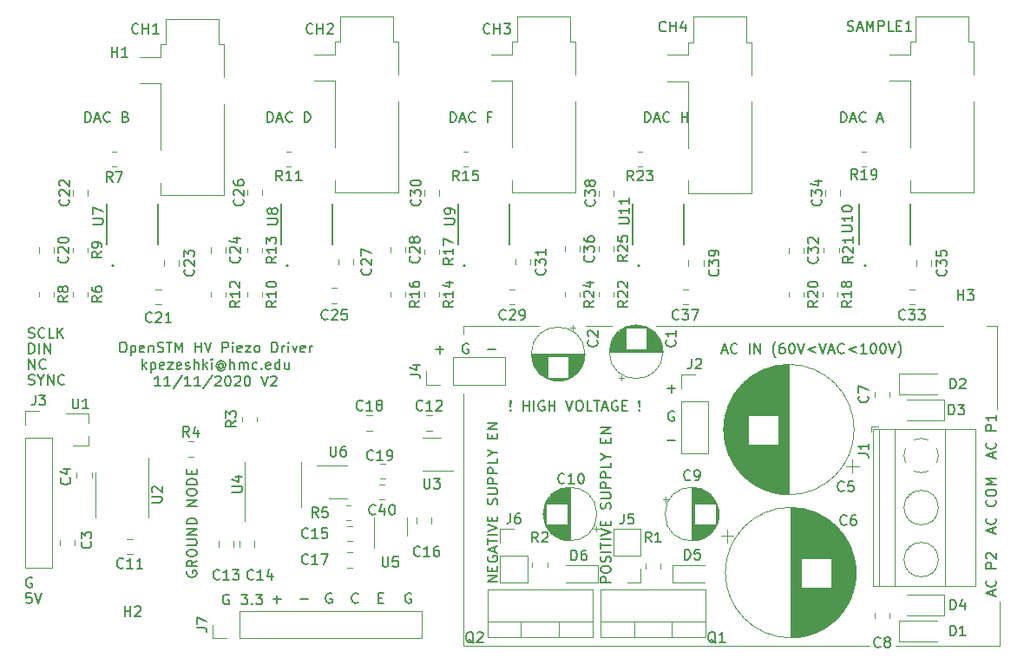
<source format=gbr>
%TF.GenerationSoftware,KiCad,Pcbnew,(5.1.6)-1*%
%TF.CreationDate,2020-11-12T20:03:02-08:00*%
%TF.ProjectId,piezodriver,7069657a-6f64-4726-9976-65722e6b6963,rev?*%
%TF.SameCoordinates,Original*%
%TF.FileFunction,Legend,Top*%
%TF.FilePolarity,Positive*%
%FSLAX46Y46*%
G04 Gerber Fmt 4.6, Leading zero omitted, Abs format (unit mm)*
G04 Created by KiCad (PCBNEW (5.1.6)-1) date 2020-11-12 20:03:02*
%MOMM*%
%LPD*%
G01*
G04 APERTURE LIST*
%ADD10C,0.120000*%
%ADD11C,0.150000*%
%ADD12C,0.200000*%
%ADD13C,0.127000*%
G04 APERTURE END LIST*
D10*
X291338000Y-36830000D02*
X292481000Y-36830000D01*
X297688000Y-36830000D02*
X296735500Y-36830000D01*
X297688000Y-39878000D02*
X297688000Y-36830000D01*
D11*
X250254285Y-45061142D02*
X250301904Y-45108761D01*
X250254285Y-45156380D01*
X250206666Y-45108761D01*
X250254285Y-45061142D01*
X250254285Y-45156380D01*
X250254285Y-44775428D02*
X250206666Y-44204000D01*
X250254285Y-44156380D01*
X250301904Y-44204000D01*
X250254285Y-44775428D01*
X250254285Y-44156380D01*
X251492380Y-45156380D02*
X251492380Y-44156380D01*
X251492380Y-44632571D02*
X252063809Y-44632571D01*
X252063809Y-45156380D02*
X252063809Y-44156380D01*
X252540000Y-45156380D02*
X252540000Y-44156380D01*
X253540000Y-44204000D02*
X253444761Y-44156380D01*
X253301904Y-44156380D01*
X253159047Y-44204000D01*
X253063809Y-44299238D01*
X253016190Y-44394476D01*
X252968571Y-44584952D01*
X252968571Y-44727809D01*
X253016190Y-44918285D01*
X253063809Y-45013523D01*
X253159047Y-45108761D01*
X253301904Y-45156380D01*
X253397142Y-45156380D01*
X253540000Y-45108761D01*
X253587619Y-45061142D01*
X253587619Y-44727809D01*
X253397142Y-44727809D01*
X254016190Y-45156380D02*
X254016190Y-44156380D01*
X254016190Y-44632571D02*
X254587619Y-44632571D01*
X254587619Y-45156380D02*
X254587619Y-44156380D01*
X255682857Y-44156380D02*
X256016190Y-45156380D01*
X256349523Y-44156380D01*
X256873333Y-44156380D02*
X257063809Y-44156380D01*
X257159047Y-44204000D01*
X257254285Y-44299238D01*
X257301904Y-44489714D01*
X257301904Y-44823047D01*
X257254285Y-45013523D01*
X257159047Y-45108761D01*
X257063809Y-45156380D01*
X256873333Y-45156380D01*
X256778095Y-45108761D01*
X256682857Y-45013523D01*
X256635238Y-44823047D01*
X256635238Y-44489714D01*
X256682857Y-44299238D01*
X256778095Y-44204000D01*
X256873333Y-44156380D01*
X258206666Y-45156380D02*
X257730476Y-45156380D01*
X257730476Y-44156380D01*
X258397142Y-44156380D02*
X258968571Y-44156380D01*
X258682857Y-45156380D02*
X258682857Y-44156380D01*
X259254285Y-44870666D02*
X259730476Y-44870666D01*
X259159047Y-45156380D02*
X259492380Y-44156380D01*
X259825714Y-45156380D01*
X260682857Y-44204000D02*
X260587619Y-44156380D01*
X260444761Y-44156380D01*
X260301904Y-44204000D01*
X260206666Y-44299238D01*
X260159047Y-44394476D01*
X260111428Y-44584952D01*
X260111428Y-44727809D01*
X260159047Y-44918285D01*
X260206666Y-45013523D01*
X260301904Y-45108761D01*
X260444761Y-45156380D01*
X260540000Y-45156380D01*
X260682857Y-45108761D01*
X260730476Y-45061142D01*
X260730476Y-44727809D01*
X260540000Y-44727809D01*
X261159047Y-44632571D02*
X261492380Y-44632571D01*
X261635238Y-45156380D02*
X261159047Y-45156380D01*
X261159047Y-44156380D01*
X261635238Y-44156380D01*
X262825714Y-45061142D02*
X262873333Y-45108761D01*
X262825714Y-45156380D01*
X262778095Y-45108761D01*
X262825714Y-45061142D01*
X262825714Y-45156380D01*
X262825714Y-44775428D02*
X262778095Y-44204000D01*
X262825714Y-44156380D01*
X262873333Y-44204000D01*
X262825714Y-44775428D01*
X262825714Y-44156380D01*
X218702000Y-60824476D02*
X218654380Y-60919714D01*
X218654380Y-61062571D01*
X218702000Y-61205428D01*
X218797238Y-61300666D01*
X218892476Y-61348285D01*
X219082952Y-61395904D01*
X219225809Y-61395904D01*
X219416285Y-61348285D01*
X219511523Y-61300666D01*
X219606761Y-61205428D01*
X219654380Y-61062571D01*
X219654380Y-60967333D01*
X219606761Y-60824476D01*
X219559142Y-60776857D01*
X219225809Y-60776857D01*
X219225809Y-60967333D01*
X219654380Y-59776857D02*
X219178190Y-60110190D01*
X219654380Y-60348285D02*
X218654380Y-60348285D01*
X218654380Y-59967333D01*
X218702000Y-59872095D01*
X218749619Y-59824476D01*
X218844857Y-59776857D01*
X218987714Y-59776857D01*
X219082952Y-59824476D01*
X219130571Y-59872095D01*
X219178190Y-59967333D01*
X219178190Y-60348285D01*
X218654380Y-59157809D02*
X218654380Y-58967333D01*
X218702000Y-58872095D01*
X218797238Y-58776857D01*
X218987714Y-58729238D01*
X219321047Y-58729238D01*
X219511523Y-58776857D01*
X219606761Y-58872095D01*
X219654380Y-58967333D01*
X219654380Y-59157809D01*
X219606761Y-59253047D01*
X219511523Y-59348285D01*
X219321047Y-59395904D01*
X218987714Y-59395904D01*
X218797238Y-59348285D01*
X218702000Y-59253047D01*
X218654380Y-59157809D01*
X218654380Y-58300666D02*
X219463904Y-58300666D01*
X219559142Y-58253047D01*
X219606761Y-58205428D01*
X219654380Y-58110190D01*
X219654380Y-57919714D01*
X219606761Y-57824476D01*
X219559142Y-57776857D01*
X219463904Y-57729238D01*
X218654380Y-57729238D01*
X219654380Y-57253047D02*
X218654380Y-57253047D01*
X219654380Y-56681619D01*
X218654380Y-56681619D01*
X219654380Y-56205428D02*
X218654380Y-56205428D01*
X218654380Y-55967333D01*
X218702000Y-55824476D01*
X218797238Y-55729238D01*
X218892476Y-55681619D01*
X219082952Y-55634000D01*
X219225809Y-55634000D01*
X219416285Y-55681619D01*
X219511523Y-55729238D01*
X219606761Y-55824476D01*
X219654380Y-55967333D01*
X219654380Y-56205428D01*
X219654380Y-54443523D02*
X218654380Y-54443523D01*
X219654380Y-53872095D01*
X218654380Y-53872095D01*
X218654380Y-53205428D02*
X218654380Y-53014952D01*
X218702000Y-52919714D01*
X218797238Y-52824476D01*
X218987714Y-52776857D01*
X219321047Y-52776857D01*
X219511523Y-52824476D01*
X219606761Y-52919714D01*
X219654380Y-53014952D01*
X219654380Y-53205428D01*
X219606761Y-53300666D01*
X219511523Y-53395904D01*
X219321047Y-53443523D01*
X218987714Y-53443523D01*
X218797238Y-53395904D01*
X218702000Y-53300666D01*
X218654380Y-53205428D01*
X219654380Y-52348285D02*
X218654380Y-52348285D01*
X218654380Y-52110190D01*
X218702000Y-51967333D01*
X218797238Y-51872095D01*
X218892476Y-51824476D01*
X219082952Y-51776857D01*
X219225809Y-51776857D01*
X219416285Y-51824476D01*
X219511523Y-51872095D01*
X219606761Y-51967333D01*
X219654380Y-52110190D01*
X219654380Y-52348285D01*
X219130571Y-51348285D02*
X219130571Y-51014952D01*
X219654380Y-50872095D02*
X219654380Y-51348285D01*
X218654380Y-51348285D01*
X218654380Y-50872095D01*
D10*
X245618000Y-36830000D02*
X245618000Y-37592000D01*
X252984000Y-36830000D02*
X245618000Y-36830000D01*
X260096000Y-36830000D02*
X257556000Y-36830000D01*
X291338000Y-36830000D02*
X264414000Y-36830000D01*
X297688000Y-44958000D02*
X297688000Y-39878000D01*
X297942000Y-68072000D02*
X297942000Y-63754000D01*
X287782000Y-68072000D02*
X297942000Y-68072000D01*
X245618000Y-68072000D02*
X285242000Y-68072000D01*
X245618000Y-68072000D02*
X245618000Y-43434000D01*
D11*
X270892095Y-39282666D02*
X271368285Y-39282666D01*
X270796857Y-39568380D02*
X271130190Y-38568380D01*
X271463523Y-39568380D01*
X272368285Y-39473142D02*
X272320666Y-39520761D01*
X272177809Y-39568380D01*
X272082571Y-39568380D01*
X271939714Y-39520761D01*
X271844476Y-39425523D01*
X271796857Y-39330285D01*
X271749238Y-39139809D01*
X271749238Y-38996952D01*
X271796857Y-38806476D01*
X271844476Y-38711238D01*
X271939714Y-38616000D01*
X272082571Y-38568380D01*
X272177809Y-38568380D01*
X272320666Y-38616000D01*
X272368285Y-38663619D01*
X273558761Y-39568380D02*
X273558761Y-38568380D01*
X274034952Y-39568380D02*
X274034952Y-38568380D01*
X274606380Y-39568380D01*
X274606380Y-38568380D01*
X276130190Y-39949333D02*
X276082571Y-39901714D01*
X275987333Y-39758857D01*
X275939714Y-39663619D01*
X275892095Y-39520761D01*
X275844476Y-39282666D01*
X275844476Y-39092190D01*
X275892095Y-38854095D01*
X275939714Y-38711238D01*
X275987333Y-38616000D01*
X276082571Y-38473142D01*
X276130190Y-38425523D01*
X276939714Y-38568380D02*
X276749238Y-38568380D01*
X276654000Y-38616000D01*
X276606380Y-38663619D01*
X276511142Y-38806476D01*
X276463523Y-38996952D01*
X276463523Y-39377904D01*
X276511142Y-39473142D01*
X276558761Y-39520761D01*
X276654000Y-39568380D01*
X276844476Y-39568380D01*
X276939714Y-39520761D01*
X276987333Y-39473142D01*
X277034952Y-39377904D01*
X277034952Y-39139809D01*
X276987333Y-39044571D01*
X276939714Y-38996952D01*
X276844476Y-38949333D01*
X276654000Y-38949333D01*
X276558761Y-38996952D01*
X276511142Y-39044571D01*
X276463523Y-39139809D01*
X277654000Y-38568380D02*
X277749238Y-38568380D01*
X277844476Y-38616000D01*
X277892095Y-38663619D01*
X277939714Y-38758857D01*
X277987333Y-38949333D01*
X277987333Y-39187428D01*
X277939714Y-39377904D01*
X277892095Y-39473142D01*
X277844476Y-39520761D01*
X277749238Y-39568380D01*
X277654000Y-39568380D01*
X277558761Y-39520761D01*
X277511142Y-39473142D01*
X277463523Y-39377904D01*
X277415904Y-39187428D01*
X277415904Y-38949333D01*
X277463523Y-38758857D01*
X277511142Y-38663619D01*
X277558761Y-38616000D01*
X277654000Y-38568380D01*
X278273047Y-38568380D02*
X278606380Y-39568380D01*
X278939714Y-38568380D01*
X280034952Y-38901714D02*
X279273047Y-39187428D01*
X280034952Y-39473142D01*
X280368285Y-38568380D02*
X280701619Y-39568380D01*
X281034952Y-38568380D01*
X281320666Y-39282666D02*
X281796857Y-39282666D01*
X281225428Y-39568380D02*
X281558761Y-38568380D01*
X281892095Y-39568380D01*
X282796857Y-39473142D02*
X282749238Y-39520761D01*
X282606380Y-39568380D01*
X282511142Y-39568380D01*
X282368285Y-39520761D01*
X282273047Y-39425523D01*
X282225428Y-39330285D01*
X282177809Y-39139809D01*
X282177809Y-38996952D01*
X282225428Y-38806476D01*
X282273047Y-38711238D01*
X282368285Y-38616000D01*
X282511142Y-38568380D01*
X282606380Y-38568380D01*
X282749238Y-38616000D01*
X282796857Y-38663619D01*
X283987333Y-38901714D02*
X283225428Y-39187428D01*
X283987333Y-39473142D01*
X284987333Y-39568380D02*
X284415904Y-39568380D01*
X284701619Y-39568380D02*
X284701619Y-38568380D01*
X284606380Y-38711238D01*
X284511142Y-38806476D01*
X284415904Y-38854095D01*
X285606380Y-38568380D02*
X285701619Y-38568380D01*
X285796857Y-38616000D01*
X285844476Y-38663619D01*
X285892095Y-38758857D01*
X285939714Y-38949333D01*
X285939714Y-39187428D01*
X285892095Y-39377904D01*
X285844476Y-39473142D01*
X285796857Y-39520761D01*
X285701619Y-39568380D01*
X285606380Y-39568380D01*
X285511142Y-39520761D01*
X285463523Y-39473142D01*
X285415904Y-39377904D01*
X285368285Y-39187428D01*
X285368285Y-38949333D01*
X285415904Y-38758857D01*
X285463523Y-38663619D01*
X285511142Y-38616000D01*
X285606380Y-38568380D01*
X286558761Y-38568380D02*
X286654000Y-38568380D01*
X286749238Y-38616000D01*
X286796857Y-38663619D01*
X286844476Y-38758857D01*
X286892095Y-38949333D01*
X286892095Y-39187428D01*
X286844476Y-39377904D01*
X286796857Y-39473142D01*
X286749238Y-39520761D01*
X286654000Y-39568380D01*
X286558761Y-39568380D01*
X286463523Y-39520761D01*
X286415904Y-39473142D01*
X286368285Y-39377904D01*
X286320666Y-39187428D01*
X286320666Y-38949333D01*
X286368285Y-38758857D01*
X286415904Y-38663619D01*
X286463523Y-38616000D01*
X286558761Y-38568380D01*
X287177809Y-38568380D02*
X287511142Y-39568380D01*
X287844476Y-38568380D01*
X288082571Y-39949333D02*
X288130190Y-39901714D01*
X288225428Y-39758857D01*
X288273047Y-39663619D01*
X288320666Y-39520761D01*
X288368285Y-39282666D01*
X288368285Y-39092190D01*
X288320666Y-38854095D01*
X288273047Y-38711238D01*
X288225428Y-38616000D01*
X288130190Y-38473142D01*
X288082571Y-38425523D01*
X297346666Y-63212023D02*
X297346666Y-62735833D01*
X297632380Y-63307261D02*
X296632380Y-62973928D01*
X297632380Y-62640595D01*
X297537142Y-61735833D02*
X297584761Y-61783452D01*
X297632380Y-61926309D01*
X297632380Y-62021547D01*
X297584761Y-62164404D01*
X297489523Y-62259642D01*
X297394285Y-62307261D01*
X297203809Y-62354880D01*
X297060952Y-62354880D01*
X296870476Y-62307261D01*
X296775238Y-62259642D01*
X296680000Y-62164404D01*
X296632380Y-62021547D01*
X296632380Y-61926309D01*
X296680000Y-61783452D01*
X296727619Y-61735833D01*
X297632380Y-60545357D02*
X296632380Y-60545357D01*
X296632380Y-60164404D01*
X296680000Y-60069166D01*
X296727619Y-60021547D01*
X296822857Y-59973928D01*
X296965714Y-59973928D01*
X297060952Y-60021547D01*
X297108571Y-60069166D01*
X297156190Y-60164404D01*
X297156190Y-60545357D01*
X296727619Y-59592976D02*
X296680000Y-59545357D01*
X296632380Y-59450119D01*
X296632380Y-59212023D01*
X296680000Y-59116785D01*
X296727619Y-59069166D01*
X296822857Y-59021547D01*
X296918095Y-59021547D01*
X297060952Y-59069166D01*
X297632380Y-59640595D01*
X297632380Y-59021547D01*
X297346666Y-49750023D02*
X297346666Y-49273833D01*
X297632380Y-49845261D02*
X296632380Y-49511928D01*
X297632380Y-49178595D01*
X297537142Y-48273833D02*
X297584761Y-48321452D01*
X297632380Y-48464309D01*
X297632380Y-48559547D01*
X297584761Y-48702404D01*
X297489523Y-48797642D01*
X297394285Y-48845261D01*
X297203809Y-48892880D01*
X297060952Y-48892880D01*
X296870476Y-48845261D01*
X296775238Y-48797642D01*
X296680000Y-48702404D01*
X296632380Y-48559547D01*
X296632380Y-48464309D01*
X296680000Y-48321452D01*
X296727619Y-48273833D01*
X297632380Y-47083357D02*
X296632380Y-47083357D01*
X296632380Y-46702404D01*
X296680000Y-46607166D01*
X296727619Y-46559547D01*
X296822857Y-46511928D01*
X296965714Y-46511928D01*
X297060952Y-46559547D01*
X297108571Y-46607166D01*
X297156190Y-46702404D01*
X297156190Y-47083357D01*
X297632380Y-45559547D02*
X297632380Y-46130976D01*
X297632380Y-45845261D02*
X296632380Y-45845261D01*
X296775238Y-45940500D01*
X296870476Y-46035738D01*
X296918095Y-46130976D01*
X297346666Y-57116023D02*
X297346666Y-56639833D01*
X297632380Y-57211261D02*
X296632380Y-56877928D01*
X297632380Y-56544595D01*
X297537142Y-55639833D02*
X297584761Y-55687452D01*
X297632380Y-55830309D01*
X297632380Y-55925547D01*
X297584761Y-56068404D01*
X297489523Y-56163642D01*
X297394285Y-56211261D01*
X297203809Y-56258880D01*
X297060952Y-56258880D01*
X296870476Y-56211261D01*
X296775238Y-56163642D01*
X296680000Y-56068404D01*
X296632380Y-55925547D01*
X296632380Y-55830309D01*
X296680000Y-55687452D01*
X296727619Y-55639833D01*
X297537142Y-53877928D02*
X297584761Y-53925547D01*
X297632380Y-54068404D01*
X297632380Y-54163642D01*
X297584761Y-54306500D01*
X297489523Y-54401738D01*
X297394285Y-54449357D01*
X297203809Y-54496976D01*
X297060952Y-54496976D01*
X296870476Y-54449357D01*
X296775238Y-54401738D01*
X296680000Y-54306500D01*
X296632380Y-54163642D01*
X296632380Y-54068404D01*
X296680000Y-53925547D01*
X296727619Y-53877928D01*
X296632380Y-53258880D02*
X296632380Y-53068404D01*
X296680000Y-52973166D01*
X296775238Y-52877928D01*
X296965714Y-52830309D01*
X297299047Y-52830309D01*
X297489523Y-52877928D01*
X297584761Y-52973166D01*
X297632380Y-53068404D01*
X297632380Y-53258880D01*
X297584761Y-53354119D01*
X297489523Y-53449357D01*
X297299047Y-53496976D01*
X296965714Y-53496976D01*
X296775238Y-53449357D01*
X296680000Y-53354119D01*
X296632380Y-53258880D01*
X297632380Y-52401738D02*
X296632380Y-52401738D01*
X297346666Y-52068404D01*
X296632380Y-51735071D01*
X297632380Y-51735071D01*
X212345142Y-38442380D02*
X212535619Y-38442380D01*
X212630857Y-38490000D01*
X212726095Y-38585238D01*
X212773714Y-38775714D01*
X212773714Y-39109047D01*
X212726095Y-39299523D01*
X212630857Y-39394761D01*
X212535619Y-39442380D01*
X212345142Y-39442380D01*
X212249904Y-39394761D01*
X212154666Y-39299523D01*
X212107047Y-39109047D01*
X212107047Y-38775714D01*
X212154666Y-38585238D01*
X212249904Y-38490000D01*
X212345142Y-38442380D01*
X213202285Y-38775714D02*
X213202285Y-39775714D01*
X213202285Y-38823333D02*
X213297523Y-38775714D01*
X213488000Y-38775714D01*
X213583238Y-38823333D01*
X213630857Y-38870952D01*
X213678476Y-38966190D01*
X213678476Y-39251904D01*
X213630857Y-39347142D01*
X213583238Y-39394761D01*
X213488000Y-39442380D01*
X213297523Y-39442380D01*
X213202285Y-39394761D01*
X214488000Y-39394761D02*
X214392761Y-39442380D01*
X214202285Y-39442380D01*
X214107047Y-39394761D01*
X214059428Y-39299523D01*
X214059428Y-38918571D01*
X214107047Y-38823333D01*
X214202285Y-38775714D01*
X214392761Y-38775714D01*
X214488000Y-38823333D01*
X214535619Y-38918571D01*
X214535619Y-39013809D01*
X214059428Y-39109047D01*
X214964190Y-38775714D02*
X214964190Y-39442380D01*
X214964190Y-38870952D02*
X215011809Y-38823333D01*
X215107047Y-38775714D01*
X215249904Y-38775714D01*
X215345142Y-38823333D01*
X215392761Y-38918571D01*
X215392761Y-39442380D01*
X215821333Y-39394761D02*
X215964190Y-39442380D01*
X216202285Y-39442380D01*
X216297523Y-39394761D01*
X216345142Y-39347142D01*
X216392761Y-39251904D01*
X216392761Y-39156666D01*
X216345142Y-39061428D01*
X216297523Y-39013809D01*
X216202285Y-38966190D01*
X216011809Y-38918571D01*
X215916571Y-38870952D01*
X215868952Y-38823333D01*
X215821333Y-38728095D01*
X215821333Y-38632857D01*
X215868952Y-38537619D01*
X215916571Y-38490000D01*
X216011809Y-38442380D01*
X216249904Y-38442380D01*
X216392761Y-38490000D01*
X216678476Y-38442380D02*
X217249904Y-38442380D01*
X216964190Y-39442380D02*
X216964190Y-38442380D01*
X217583238Y-39442380D02*
X217583238Y-38442380D01*
X217916571Y-39156666D01*
X218249904Y-38442380D01*
X218249904Y-39442380D01*
X219488000Y-39442380D02*
X219488000Y-38442380D01*
X219488000Y-38918571D02*
X220059428Y-38918571D01*
X220059428Y-39442380D02*
X220059428Y-38442380D01*
X220392761Y-38442380D02*
X220726095Y-39442380D01*
X221059428Y-38442380D01*
X222154666Y-39442380D02*
X222154666Y-38442380D01*
X222535619Y-38442380D01*
X222630857Y-38490000D01*
X222678476Y-38537619D01*
X222726095Y-38632857D01*
X222726095Y-38775714D01*
X222678476Y-38870952D01*
X222630857Y-38918571D01*
X222535619Y-38966190D01*
X222154666Y-38966190D01*
X223154666Y-39442380D02*
X223154666Y-38775714D01*
X223154666Y-38442380D02*
X223107047Y-38490000D01*
X223154666Y-38537619D01*
X223202285Y-38490000D01*
X223154666Y-38442380D01*
X223154666Y-38537619D01*
X224011809Y-39394761D02*
X223916571Y-39442380D01*
X223726095Y-39442380D01*
X223630857Y-39394761D01*
X223583238Y-39299523D01*
X223583238Y-38918571D01*
X223630857Y-38823333D01*
X223726095Y-38775714D01*
X223916571Y-38775714D01*
X224011809Y-38823333D01*
X224059428Y-38918571D01*
X224059428Y-39013809D01*
X223583238Y-39109047D01*
X224392761Y-38775714D02*
X224916571Y-38775714D01*
X224392761Y-39442380D01*
X224916571Y-39442380D01*
X225440380Y-39442380D02*
X225345142Y-39394761D01*
X225297523Y-39347142D01*
X225249904Y-39251904D01*
X225249904Y-38966190D01*
X225297523Y-38870952D01*
X225345142Y-38823333D01*
X225440380Y-38775714D01*
X225583238Y-38775714D01*
X225678476Y-38823333D01*
X225726095Y-38870952D01*
X225773714Y-38966190D01*
X225773714Y-39251904D01*
X225726095Y-39347142D01*
X225678476Y-39394761D01*
X225583238Y-39442380D01*
X225440380Y-39442380D01*
X226964190Y-39442380D02*
X226964190Y-38442380D01*
X227202285Y-38442380D01*
X227345142Y-38490000D01*
X227440380Y-38585238D01*
X227488000Y-38680476D01*
X227535619Y-38870952D01*
X227535619Y-39013809D01*
X227488000Y-39204285D01*
X227440380Y-39299523D01*
X227345142Y-39394761D01*
X227202285Y-39442380D01*
X226964190Y-39442380D01*
X227964190Y-39442380D02*
X227964190Y-38775714D01*
X227964190Y-38966190D02*
X228011809Y-38870952D01*
X228059428Y-38823333D01*
X228154666Y-38775714D01*
X228249904Y-38775714D01*
X228583238Y-39442380D02*
X228583238Y-38775714D01*
X228583238Y-38442380D02*
X228535619Y-38490000D01*
X228583238Y-38537619D01*
X228630857Y-38490000D01*
X228583238Y-38442380D01*
X228583238Y-38537619D01*
X228964190Y-38775714D02*
X229202285Y-39442380D01*
X229440380Y-38775714D01*
X230202285Y-39394761D02*
X230107047Y-39442380D01*
X229916571Y-39442380D01*
X229821333Y-39394761D01*
X229773714Y-39299523D01*
X229773714Y-38918571D01*
X229821333Y-38823333D01*
X229916571Y-38775714D01*
X230107047Y-38775714D01*
X230202285Y-38823333D01*
X230249904Y-38918571D01*
X230249904Y-39013809D01*
X229773714Y-39109047D01*
X230678476Y-39442380D02*
X230678476Y-38775714D01*
X230678476Y-38966190D02*
X230726095Y-38870952D01*
X230773714Y-38823333D01*
X230868952Y-38775714D01*
X230964190Y-38775714D01*
X214345142Y-41092380D02*
X214345142Y-40092380D01*
X214440380Y-40711428D02*
X214726095Y-41092380D01*
X214726095Y-40425714D02*
X214345142Y-40806666D01*
X215154666Y-40425714D02*
X215154666Y-41425714D01*
X215154666Y-40473333D02*
X215249904Y-40425714D01*
X215440380Y-40425714D01*
X215535619Y-40473333D01*
X215583238Y-40520952D01*
X215630857Y-40616190D01*
X215630857Y-40901904D01*
X215583238Y-40997142D01*
X215535619Y-41044761D01*
X215440380Y-41092380D01*
X215249904Y-41092380D01*
X215154666Y-41044761D01*
X216440380Y-41044761D02*
X216345142Y-41092380D01*
X216154666Y-41092380D01*
X216059428Y-41044761D01*
X216011809Y-40949523D01*
X216011809Y-40568571D01*
X216059428Y-40473333D01*
X216154666Y-40425714D01*
X216345142Y-40425714D01*
X216440380Y-40473333D01*
X216488000Y-40568571D01*
X216488000Y-40663809D01*
X216011809Y-40759047D01*
X216821333Y-40425714D02*
X217345142Y-40425714D01*
X216821333Y-41092380D01*
X217345142Y-41092380D01*
X218107047Y-41044761D02*
X218011809Y-41092380D01*
X217821333Y-41092380D01*
X217726095Y-41044761D01*
X217678476Y-40949523D01*
X217678476Y-40568571D01*
X217726095Y-40473333D01*
X217821333Y-40425714D01*
X218011809Y-40425714D01*
X218107047Y-40473333D01*
X218154666Y-40568571D01*
X218154666Y-40663809D01*
X217678476Y-40759047D01*
X218535619Y-41044761D02*
X218630857Y-41092380D01*
X218821333Y-41092380D01*
X218916571Y-41044761D01*
X218964190Y-40949523D01*
X218964190Y-40901904D01*
X218916571Y-40806666D01*
X218821333Y-40759047D01*
X218678476Y-40759047D01*
X218583238Y-40711428D01*
X218535619Y-40616190D01*
X218535619Y-40568571D01*
X218583238Y-40473333D01*
X218678476Y-40425714D01*
X218821333Y-40425714D01*
X218916571Y-40473333D01*
X219392761Y-41092380D02*
X219392761Y-40092380D01*
X219821333Y-41092380D02*
X219821333Y-40568571D01*
X219773714Y-40473333D01*
X219678476Y-40425714D01*
X219535619Y-40425714D01*
X219440380Y-40473333D01*
X219392761Y-40520952D01*
X220297523Y-41092380D02*
X220297523Y-40092380D01*
X220392761Y-40711428D02*
X220678476Y-41092380D01*
X220678476Y-40425714D02*
X220297523Y-40806666D01*
X221107047Y-41092380D02*
X221107047Y-40425714D01*
X221107047Y-40092380D02*
X221059428Y-40140000D01*
X221107047Y-40187619D01*
X221154666Y-40140000D01*
X221107047Y-40092380D01*
X221107047Y-40187619D01*
X222202285Y-40616190D02*
X222154666Y-40568571D01*
X222059428Y-40520952D01*
X221964190Y-40520952D01*
X221868952Y-40568571D01*
X221821333Y-40616190D01*
X221773714Y-40711428D01*
X221773714Y-40806666D01*
X221821333Y-40901904D01*
X221868952Y-40949523D01*
X221964190Y-40997142D01*
X222059428Y-40997142D01*
X222154666Y-40949523D01*
X222202285Y-40901904D01*
X222202285Y-40520952D02*
X222202285Y-40901904D01*
X222249904Y-40949523D01*
X222297523Y-40949523D01*
X222392761Y-40901904D01*
X222440380Y-40806666D01*
X222440380Y-40568571D01*
X222345142Y-40425714D01*
X222202285Y-40330476D01*
X222011809Y-40282857D01*
X221821333Y-40330476D01*
X221678476Y-40425714D01*
X221583238Y-40568571D01*
X221535619Y-40759047D01*
X221583238Y-40949523D01*
X221678476Y-41092380D01*
X221821333Y-41187619D01*
X222011809Y-41235238D01*
X222202285Y-41187619D01*
X222345142Y-41092380D01*
X222868952Y-41092380D02*
X222868952Y-40092380D01*
X223297523Y-41092380D02*
X223297523Y-40568571D01*
X223249904Y-40473333D01*
X223154666Y-40425714D01*
X223011809Y-40425714D01*
X222916571Y-40473333D01*
X222868952Y-40520952D01*
X223773714Y-41092380D02*
X223773714Y-40425714D01*
X223773714Y-40520952D02*
X223821333Y-40473333D01*
X223916571Y-40425714D01*
X224059428Y-40425714D01*
X224154666Y-40473333D01*
X224202285Y-40568571D01*
X224202285Y-41092380D01*
X224202285Y-40568571D02*
X224249904Y-40473333D01*
X224345142Y-40425714D01*
X224488000Y-40425714D01*
X224583238Y-40473333D01*
X224630857Y-40568571D01*
X224630857Y-41092380D01*
X225535619Y-41044761D02*
X225440380Y-41092380D01*
X225249904Y-41092380D01*
X225154666Y-41044761D01*
X225107047Y-40997142D01*
X225059428Y-40901904D01*
X225059428Y-40616190D01*
X225107047Y-40520952D01*
X225154666Y-40473333D01*
X225249904Y-40425714D01*
X225440380Y-40425714D01*
X225535619Y-40473333D01*
X225964190Y-40997142D02*
X226011809Y-41044761D01*
X225964190Y-41092380D01*
X225916571Y-41044761D01*
X225964190Y-40997142D01*
X225964190Y-41092380D01*
X226821333Y-41044761D02*
X226726095Y-41092380D01*
X226535619Y-41092380D01*
X226440380Y-41044761D01*
X226392761Y-40949523D01*
X226392761Y-40568571D01*
X226440380Y-40473333D01*
X226535619Y-40425714D01*
X226726095Y-40425714D01*
X226821333Y-40473333D01*
X226868952Y-40568571D01*
X226868952Y-40663809D01*
X226392761Y-40759047D01*
X227726095Y-41092380D02*
X227726095Y-40092380D01*
X227726095Y-41044761D02*
X227630857Y-41092380D01*
X227440380Y-41092380D01*
X227345142Y-41044761D01*
X227297523Y-40997142D01*
X227249904Y-40901904D01*
X227249904Y-40616190D01*
X227297523Y-40520952D01*
X227345142Y-40473333D01*
X227440380Y-40425714D01*
X227630857Y-40425714D01*
X227726095Y-40473333D01*
X228630857Y-40425714D02*
X228630857Y-41092380D01*
X228202285Y-40425714D02*
X228202285Y-40949523D01*
X228249904Y-41044761D01*
X228345142Y-41092380D01*
X228488000Y-41092380D01*
X228583238Y-41044761D01*
X228630857Y-40997142D01*
X216107047Y-42742380D02*
X215535619Y-42742380D01*
X215821333Y-42742380D02*
X215821333Y-41742380D01*
X215726095Y-41885238D01*
X215630857Y-41980476D01*
X215535619Y-42028095D01*
X217059428Y-42742380D02*
X216488000Y-42742380D01*
X216773714Y-42742380D02*
X216773714Y-41742380D01*
X216678476Y-41885238D01*
X216583238Y-41980476D01*
X216488000Y-42028095D01*
X218202285Y-41694761D02*
X217345142Y-42980476D01*
X219059428Y-42742380D02*
X218488000Y-42742380D01*
X218773714Y-42742380D02*
X218773714Y-41742380D01*
X218678476Y-41885238D01*
X218583238Y-41980476D01*
X218488000Y-42028095D01*
X220011809Y-42742380D02*
X219440380Y-42742380D01*
X219726095Y-42742380D02*
X219726095Y-41742380D01*
X219630857Y-41885238D01*
X219535619Y-41980476D01*
X219440380Y-42028095D01*
X221154666Y-41694761D02*
X220297523Y-42980476D01*
X221440380Y-41837619D02*
X221488000Y-41790000D01*
X221583238Y-41742380D01*
X221821333Y-41742380D01*
X221916571Y-41790000D01*
X221964190Y-41837619D01*
X222011809Y-41932857D01*
X222011809Y-42028095D01*
X221964190Y-42170952D01*
X221392761Y-42742380D01*
X222011809Y-42742380D01*
X222630857Y-41742380D02*
X222726095Y-41742380D01*
X222821333Y-41790000D01*
X222868952Y-41837619D01*
X222916571Y-41932857D01*
X222964190Y-42123333D01*
X222964190Y-42361428D01*
X222916571Y-42551904D01*
X222868952Y-42647142D01*
X222821333Y-42694761D01*
X222726095Y-42742380D01*
X222630857Y-42742380D01*
X222535619Y-42694761D01*
X222488000Y-42647142D01*
X222440380Y-42551904D01*
X222392761Y-42361428D01*
X222392761Y-42123333D01*
X222440380Y-41932857D01*
X222488000Y-41837619D01*
X222535619Y-41790000D01*
X222630857Y-41742380D01*
X223345142Y-41837619D02*
X223392761Y-41790000D01*
X223488000Y-41742380D01*
X223726095Y-41742380D01*
X223821333Y-41790000D01*
X223868952Y-41837619D01*
X223916571Y-41932857D01*
X223916571Y-42028095D01*
X223868952Y-42170952D01*
X223297523Y-42742380D01*
X223916571Y-42742380D01*
X224535619Y-41742380D02*
X224630857Y-41742380D01*
X224726095Y-41790000D01*
X224773714Y-41837619D01*
X224821333Y-41932857D01*
X224868952Y-42123333D01*
X224868952Y-42361428D01*
X224821333Y-42551904D01*
X224773714Y-42647142D01*
X224726095Y-42694761D01*
X224630857Y-42742380D01*
X224535619Y-42742380D01*
X224440380Y-42694761D01*
X224392761Y-42647142D01*
X224345142Y-42551904D01*
X224297523Y-42361428D01*
X224297523Y-42123333D01*
X224345142Y-41932857D01*
X224392761Y-41837619D01*
X224440380Y-41790000D01*
X224535619Y-41742380D01*
X225916571Y-41742380D02*
X226249904Y-42742380D01*
X226583238Y-41742380D01*
X226868952Y-41837619D02*
X226916571Y-41790000D01*
X227011809Y-41742380D01*
X227249904Y-41742380D01*
X227345142Y-41790000D01*
X227392761Y-41837619D01*
X227440380Y-41932857D01*
X227440380Y-42028095D01*
X227392761Y-42170952D01*
X226821333Y-42742380D01*
X227440380Y-42742380D01*
X265557047Y-48077428D02*
X266318952Y-48077428D01*
X266199904Y-45220000D02*
X266104666Y-45172380D01*
X265961809Y-45172380D01*
X265818952Y-45220000D01*
X265723714Y-45315238D01*
X265676095Y-45410476D01*
X265628476Y-45600952D01*
X265628476Y-45743809D01*
X265676095Y-45934285D01*
X265723714Y-46029523D01*
X265818952Y-46124761D01*
X265961809Y-46172380D01*
X266057047Y-46172380D01*
X266199904Y-46124761D01*
X266247523Y-46077142D01*
X266247523Y-45743809D01*
X266057047Y-45743809D01*
X265557047Y-42997428D02*
X266318952Y-42997428D01*
X265938000Y-43378380D02*
X265938000Y-42616476D01*
X248031047Y-39187428D02*
X248792952Y-39187428D01*
X246133904Y-38616000D02*
X246038666Y-38568380D01*
X245895809Y-38568380D01*
X245752952Y-38616000D01*
X245657714Y-38711238D01*
X245610095Y-38806476D01*
X245562476Y-38996952D01*
X245562476Y-39139809D01*
X245610095Y-39330285D01*
X245657714Y-39425523D01*
X245752952Y-39520761D01*
X245895809Y-39568380D01*
X245991047Y-39568380D01*
X246133904Y-39520761D01*
X246181523Y-39473142D01*
X246181523Y-39139809D01*
X245991047Y-39139809D01*
X242951047Y-39187428D02*
X243712952Y-39187428D01*
X243332000Y-39568380D02*
X243332000Y-38806476D01*
X203503785Y-62952380D02*
X203027595Y-62952380D01*
X202979976Y-63428571D01*
X203027595Y-63380952D01*
X203122833Y-63333333D01*
X203360928Y-63333333D01*
X203456166Y-63380952D01*
X203503785Y-63428571D01*
X203551404Y-63523809D01*
X203551404Y-63761904D01*
X203503785Y-63857142D01*
X203456166Y-63904761D01*
X203360928Y-63952380D01*
X203122833Y-63952380D01*
X203027595Y-63904761D01*
X202979976Y-63857142D01*
X203837119Y-62952380D02*
X204170452Y-63952380D01*
X204503785Y-62952380D01*
X203551404Y-61476000D02*
X203456166Y-61428380D01*
X203313309Y-61428380D01*
X203170452Y-61476000D01*
X203075214Y-61571238D01*
X203027595Y-61666476D01*
X202979976Y-61856952D01*
X202979976Y-61999809D01*
X203027595Y-62190285D01*
X203075214Y-62285523D01*
X203170452Y-62380761D01*
X203313309Y-62428380D01*
X203408547Y-62428380D01*
X203551404Y-62380761D01*
X203599023Y-62333142D01*
X203599023Y-61999809D01*
X203408547Y-61999809D01*
X203233976Y-42568761D02*
X203376833Y-42616380D01*
X203614928Y-42616380D01*
X203710166Y-42568761D01*
X203757785Y-42521142D01*
X203805404Y-42425904D01*
X203805404Y-42330666D01*
X203757785Y-42235428D01*
X203710166Y-42187809D01*
X203614928Y-42140190D01*
X203424452Y-42092571D01*
X203329214Y-42044952D01*
X203281595Y-41997333D01*
X203233976Y-41902095D01*
X203233976Y-41806857D01*
X203281595Y-41711619D01*
X203329214Y-41664000D01*
X203424452Y-41616380D01*
X203662547Y-41616380D01*
X203805404Y-41664000D01*
X204424452Y-42140190D02*
X204424452Y-42616380D01*
X204091119Y-41616380D02*
X204424452Y-42140190D01*
X204757785Y-41616380D01*
X205091119Y-42616380D02*
X205091119Y-41616380D01*
X205662547Y-42616380D01*
X205662547Y-41616380D01*
X206710166Y-42521142D02*
X206662547Y-42568761D01*
X206519690Y-42616380D01*
X206424452Y-42616380D01*
X206281595Y-42568761D01*
X206186357Y-42473523D01*
X206138738Y-42378285D01*
X206091119Y-42187809D01*
X206091119Y-42044952D01*
X206138738Y-41854476D01*
X206186357Y-41759238D01*
X206281595Y-41664000D01*
X206424452Y-41616380D01*
X206519690Y-41616380D01*
X206662547Y-41664000D01*
X206710166Y-41711619D01*
X203281595Y-41092380D02*
X203281595Y-40092380D01*
X203853023Y-41092380D01*
X203853023Y-40092380D01*
X204900642Y-40997142D02*
X204853023Y-41044761D01*
X204710166Y-41092380D01*
X204614928Y-41092380D01*
X204472071Y-41044761D01*
X204376833Y-40949523D01*
X204329214Y-40854285D01*
X204281595Y-40663809D01*
X204281595Y-40520952D01*
X204329214Y-40330476D01*
X204376833Y-40235238D01*
X204472071Y-40140000D01*
X204614928Y-40092380D01*
X204710166Y-40092380D01*
X204853023Y-40140000D01*
X204900642Y-40187619D01*
X203281595Y-39568380D02*
X203281595Y-38568380D01*
X203519690Y-38568380D01*
X203662547Y-38616000D01*
X203757785Y-38711238D01*
X203805404Y-38806476D01*
X203853023Y-38996952D01*
X203853023Y-39139809D01*
X203805404Y-39330285D01*
X203757785Y-39425523D01*
X203662547Y-39520761D01*
X203519690Y-39568380D01*
X203281595Y-39568380D01*
X204281595Y-39568380D02*
X204281595Y-38568380D01*
X204757785Y-39568380D02*
X204757785Y-38568380D01*
X205329214Y-39568380D01*
X205329214Y-38568380D01*
X203233976Y-37996761D02*
X203376833Y-38044380D01*
X203614928Y-38044380D01*
X203710166Y-37996761D01*
X203757785Y-37949142D01*
X203805404Y-37853904D01*
X203805404Y-37758666D01*
X203757785Y-37663428D01*
X203710166Y-37615809D01*
X203614928Y-37568190D01*
X203424452Y-37520571D01*
X203329214Y-37472952D01*
X203281595Y-37425333D01*
X203233976Y-37330095D01*
X203233976Y-37234857D01*
X203281595Y-37139619D01*
X203329214Y-37092000D01*
X203424452Y-37044380D01*
X203662547Y-37044380D01*
X203805404Y-37092000D01*
X204805404Y-37949142D02*
X204757785Y-37996761D01*
X204614928Y-38044380D01*
X204519690Y-38044380D01*
X204376833Y-37996761D01*
X204281595Y-37901523D01*
X204233976Y-37806285D01*
X204186357Y-37615809D01*
X204186357Y-37472952D01*
X204233976Y-37282476D01*
X204281595Y-37187238D01*
X204376833Y-37092000D01*
X204519690Y-37044380D01*
X204614928Y-37044380D01*
X204757785Y-37092000D01*
X204805404Y-37139619D01*
X205710166Y-38044380D02*
X205233976Y-38044380D01*
X205233976Y-37044380D01*
X206043500Y-38044380D02*
X206043500Y-37044380D01*
X206614928Y-38044380D02*
X206186357Y-37472952D01*
X206614928Y-37044380D02*
X206043500Y-37615809D01*
X240545904Y-63000000D02*
X240450666Y-62952380D01*
X240307809Y-62952380D01*
X240164952Y-63000000D01*
X240069714Y-63095238D01*
X240022095Y-63190476D01*
X239974476Y-63380952D01*
X239974476Y-63523809D01*
X240022095Y-63714285D01*
X240069714Y-63809523D01*
X240164952Y-63904761D01*
X240307809Y-63952380D01*
X240403047Y-63952380D01*
X240545904Y-63904761D01*
X240593523Y-63857142D01*
X240593523Y-63523809D01*
X240403047Y-63523809D01*
X237402714Y-63428571D02*
X237736047Y-63428571D01*
X237878904Y-63952380D02*
X237402714Y-63952380D01*
X237402714Y-62952380D01*
X237878904Y-62952380D01*
X235386523Y-63857142D02*
X235338904Y-63904761D01*
X235196047Y-63952380D01*
X235100809Y-63952380D01*
X234957952Y-63904761D01*
X234862714Y-63809523D01*
X234815095Y-63714285D01*
X234767476Y-63523809D01*
X234767476Y-63380952D01*
X234815095Y-63190476D01*
X234862714Y-63095238D01*
X234957952Y-63000000D01*
X235100809Y-62952380D01*
X235196047Y-62952380D01*
X235338904Y-63000000D01*
X235386523Y-63047619D01*
X232798904Y-63000000D02*
X232703666Y-62952380D01*
X232560809Y-62952380D01*
X232417952Y-63000000D01*
X232322714Y-63095238D01*
X232275095Y-63190476D01*
X232227476Y-63380952D01*
X232227476Y-63523809D01*
X232275095Y-63714285D01*
X232322714Y-63809523D01*
X232417952Y-63904761D01*
X232560809Y-63952380D01*
X232656047Y-63952380D01*
X232798904Y-63904761D01*
X232846523Y-63857142D01*
X232846523Y-63523809D01*
X232656047Y-63523809D01*
X229743047Y-63571428D02*
X230504952Y-63571428D01*
X227076047Y-63571428D02*
X227837952Y-63571428D01*
X227457000Y-63952380D02*
X227457000Y-63190476D01*
X223996380Y-63079380D02*
X224615428Y-63079380D01*
X224282095Y-63460333D01*
X224424952Y-63460333D01*
X224520190Y-63507952D01*
X224567809Y-63555571D01*
X224615428Y-63650809D01*
X224615428Y-63888904D01*
X224567809Y-63984142D01*
X224520190Y-64031761D01*
X224424952Y-64079380D01*
X224139238Y-64079380D01*
X224044000Y-64031761D01*
X223996380Y-63984142D01*
X225044000Y-63984142D02*
X225091619Y-64031761D01*
X225044000Y-64079380D01*
X224996380Y-64031761D01*
X225044000Y-63984142D01*
X225044000Y-64079380D01*
X225424952Y-63079380D02*
X226044000Y-63079380D01*
X225710666Y-63460333D01*
X225853523Y-63460333D01*
X225948761Y-63507952D01*
X225996380Y-63555571D01*
X226044000Y-63650809D01*
X226044000Y-63888904D01*
X225996380Y-63984142D01*
X225948761Y-64031761D01*
X225853523Y-64079380D01*
X225567809Y-64079380D01*
X225472571Y-64031761D01*
X225424952Y-63984142D01*
X222765904Y-63127000D02*
X222670666Y-63079380D01*
X222527809Y-63079380D01*
X222384952Y-63127000D01*
X222289714Y-63222238D01*
X222242095Y-63317476D01*
X222194476Y-63507952D01*
X222194476Y-63650809D01*
X222242095Y-63841285D01*
X222289714Y-63936523D01*
X222384952Y-64031761D01*
X222527809Y-64079380D01*
X222623047Y-64079380D01*
X222765904Y-64031761D01*
X222813523Y-63984142D01*
X222813523Y-63650809D01*
X222623047Y-63650809D01*
X282480000Y-16962380D02*
X282480000Y-15962380D01*
X282718095Y-15962380D01*
X282860952Y-16010000D01*
X282956190Y-16105238D01*
X283003809Y-16200476D01*
X283051428Y-16390952D01*
X283051428Y-16533809D01*
X283003809Y-16724285D01*
X282956190Y-16819523D01*
X282860952Y-16914761D01*
X282718095Y-16962380D01*
X282480000Y-16962380D01*
X283432380Y-16676666D02*
X283908571Y-16676666D01*
X283337142Y-16962380D02*
X283670476Y-15962380D01*
X284003809Y-16962380D01*
X284908571Y-16867142D02*
X284860952Y-16914761D01*
X284718095Y-16962380D01*
X284622857Y-16962380D01*
X284480000Y-16914761D01*
X284384761Y-16819523D01*
X284337142Y-16724285D01*
X284289523Y-16533809D01*
X284289523Y-16390952D01*
X284337142Y-16200476D01*
X284384761Y-16105238D01*
X284480000Y-16010000D01*
X284622857Y-15962380D01*
X284718095Y-15962380D01*
X284860952Y-16010000D01*
X284908571Y-16057619D01*
X286051428Y-16676666D02*
X286527619Y-16676666D01*
X285956190Y-16962380D02*
X286289523Y-15962380D01*
X286622857Y-16962380D01*
X263334761Y-16962380D02*
X263334761Y-15962380D01*
X263572857Y-15962380D01*
X263715714Y-16010000D01*
X263810952Y-16105238D01*
X263858571Y-16200476D01*
X263906190Y-16390952D01*
X263906190Y-16533809D01*
X263858571Y-16724285D01*
X263810952Y-16819523D01*
X263715714Y-16914761D01*
X263572857Y-16962380D01*
X263334761Y-16962380D01*
X264287142Y-16676666D02*
X264763333Y-16676666D01*
X264191904Y-16962380D02*
X264525238Y-15962380D01*
X264858571Y-16962380D01*
X265763333Y-16867142D02*
X265715714Y-16914761D01*
X265572857Y-16962380D01*
X265477619Y-16962380D01*
X265334761Y-16914761D01*
X265239523Y-16819523D01*
X265191904Y-16724285D01*
X265144285Y-16533809D01*
X265144285Y-16390952D01*
X265191904Y-16200476D01*
X265239523Y-16105238D01*
X265334761Y-16010000D01*
X265477619Y-15962380D01*
X265572857Y-15962380D01*
X265715714Y-16010000D01*
X265763333Y-16057619D01*
X266953809Y-16962380D02*
X266953809Y-15962380D01*
X266953809Y-16438571D02*
X267525238Y-16438571D01*
X267525238Y-16962380D02*
X267525238Y-15962380D01*
X244380000Y-16962380D02*
X244380000Y-15962380D01*
X244618095Y-15962380D01*
X244760952Y-16010000D01*
X244856190Y-16105238D01*
X244903809Y-16200476D01*
X244951428Y-16390952D01*
X244951428Y-16533809D01*
X244903809Y-16724285D01*
X244856190Y-16819523D01*
X244760952Y-16914761D01*
X244618095Y-16962380D01*
X244380000Y-16962380D01*
X245332380Y-16676666D02*
X245808571Y-16676666D01*
X245237142Y-16962380D02*
X245570476Y-15962380D01*
X245903809Y-16962380D01*
X246808571Y-16867142D02*
X246760952Y-16914761D01*
X246618095Y-16962380D01*
X246522857Y-16962380D01*
X246380000Y-16914761D01*
X246284761Y-16819523D01*
X246237142Y-16724285D01*
X246189523Y-16533809D01*
X246189523Y-16390952D01*
X246237142Y-16200476D01*
X246284761Y-16105238D01*
X246380000Y-16010000D01*
X246522857Y-15962380D01*
X246618095Y-15962380D01*
X246760952Y-16010000D01*
X246808571Y-16057619D01*
X248332380Y-16438571D02*
X247999047Y-16438571D01*
X247999047Y-16962380D02*
X247999047Y-15962380D01*
X248475238Y-15962380D01*
X226528571Y-16962380D02*
X226528571Y-15962380D01*
X226766666Y-15962380D01*
X226909523Y-16010000D01*
X227004761Y-16105238D01*
X227052380Y-16200476D01*
X227100000Y-16390952D01*
X227100000Y-16533809D01*
X227052380Y-16724285D01*
X227004761Y-16819523D01*
X226909523Y-16914761D01*
X226766666Y-16962380D01*
X226528571Y-16962380D01*
X227480952Y-16676666D02*
X227957142Y-16676666D01*
X227385714Y-16962380D02*
X227719047Y-15962380D01*
X228052380Y-16962380D01*
X228957142Y-16867142D02*
X228909523Y-16914761D01*
X228766666Y-16962380D01*
X228671428Y-16962380D01*
X228528571Y-16914761D01*
X228433333Y-16819523D01*
X228385714Y-16724285D01*
X228338095Y-16533809D01*
X228338095Y-16390952D01*
X228385714Y-16200476D01*
X228433333Y-16105238D01*
X228528571Y-16010000D01*
X228671428Y-15962380D01*
X228766666Y-15962380D01*
X228909523Y-16010000D01*
X228957142Y-16057619D01*
X230147619Y-16962380D02*
X230147619Y-15962380D01*
X230385714Y-15962380D01*
X230528571Y-16010000D01*
X230623809Y-16105238D01*
X230671428Y-16200476D01*
X230719047Y-16390952D01*
X230719047Y-16533809D01*
X230671428Y-16724285D01*
X230623809Y-16819523D01*
X230528571Y-16914761D01*
X230385714Y-16962380D01*
X230147619Y-16962380D01*
X208748571Y-16962380D02*
X208748571Y-15962380D01*
X208986666Y-15962380D01*
X209129523Y-16010000D01*
X209224761Y-16105238D01*
X209272380Y-16200476D01*
X209320000Y-16390952D01*
X209320000Y-16533809D01*
X209272380Y-16724285D01*
X209224761Y-16819523D01*
X209129523Y-16914761D01*
X208986666Y-16962380D01*
X208748571Y-16962380D01*
X209700952Y-16676666D02*
X210177142Y-16676666D01*
X209605714Y-16962380D02*
X209939047Y-15962380D01*
X210272380Y-16962380D01*
X211177142Y-16867142D02*
X211129523Y-16914761D01*
X210986666Y-16962380D01*
X210891428Y-16962380D01*
X210748571Y-16914761D01*
X210653333Y-16819523D01*
X210605714Y-16724285D01*
X210558095Y-16533809D01*
X210558095Y-16390952D01*
X210605714Y-16200476D01*
X210653333Y-16105238D01*
X210748571Y-16010000D01*
X210891428Y-15962380D01*
X210986666Y-15962380D01*
X211129523Y-16010000D01*
X211177142Y-16057619D01*
X212700952Y-16438571D02*
X212843809Y-16486190D01*
X212891428Y-16533809D01*
X212939047Y-16629047D01*
X212939047Y-16771904D01*
X212891428Y-16867142D01*
X212843809Y-16914761D01*
X212748571Y-16962380D01*
X212367619Y-16962380D01*
X212367619Y-15962380D01*
X212700952Y-15962380D01*
X212796190Y-16010000D01*
X212843809Y-16057619D01*
X212891428Y-16152857D01*
X212891428Y-16248095D01*
X212843809Y-16343333D01*
X212796190Y-16390952D01*
X212700952Y-16438571D01*
X212367619Y-16438571D01*
X260040380Y-61927428D02*
X259040380Y-61927428D01*
X259040380Y-61546476D01*
X259088000Y-61451238D01*
X259135619Y-61403619D01*
X259230857Y-61356000D01*
X259373714Y-61356000D01*
X259468952Y-61403619D01*
X259516571Y-61451238D01*
X259564190Y-61546476D01*
X259564190Y-61927428D01*
X259040380Y-60736952D02*
X259040380Y-60546476D01*
X259088000Y-60451238D01*
X259183238Y-60356000D01*
X259373714Y-60308380D01*
X259707047Y-60308380D01*
X259897523Y-60356000D01*
X259992761Y-60451238D01*
X260040380Y-60546476D01*
X260040380Y-60736952D01*
X259992761Y-60832190D01*
X259897523Y-60927428D01*
X259707047Y-60975047D01*
X259373714Y-60975047D01*
X259183238Y-60927428D01*
X259088000Y-60832190D01*
X259040380Y-60736952D01*
X259992761Y-59927428D02*
X260040380Y-59784571D01*
X260040380Y-59546476D01*
X259992761Y-59451238D01*
X259945142Y-59403619D01*
X259849904Y-59356000D01*
X259754666Y-59356000D01*
X259659428Y-59403619D01*
X259611809Y-59451238D01*
X259564190Y-59546476D01*
X259516571Y-59736952D01*
X259468952Y-59832190D01*
X259421333Y-59879809D01*
X259326095Y-59927428D01*
X259230857Y-59927428D01*
X259135619Y-59879809D01*
X259088000Y-59832190D01*
X259040380Y-59736952D01*
X259040380Y-59498857D01*
X259088000Y-59356000D01*
X260040380Y-58927428D02*
X259040380Y-58927428D01*
X259040380Y-58594095D02*
X259040380Y-58022666D01*
X260040380Y-58308380D02*
X259040380Y-58308380D01*
X260040380Y-57689333D02*
X259040380Y-57689333D01*
X259040380Y-57356000D02*
X260040380Y-57022666D01*
X259040380Y-56689333D01*
X259516571Y-56356000D02*
X259516571Y-56022666D01*
X260040380Y-55879809D02*
X260040380Y-56356000D01*
X259040380Y-56356000D01*
X259040380Y-55879809D01*
X259992761Y-54736952D02*
X260040380Y-54594095D01*
X260040380Y-54356000D01*
X259992761Y-54260761D01*
X259945142Y-54213142D01*
X259849904Y-54165523D01*
X259754666Y-54165523D01*
X259659428Y-54213142D01*
X259611809Y-54260761D01*
X259564190Y-54356000D01*
X259516571Y-54546476D01*
X259468952Y-54641714D01*
X259421333Y-54689333D01*
X259326095Y-54736952D01*
X259230857Y-54736952D01*
X259135619Y-54689333D01*
X259088000Y-54641714D01*
X259040380Y-54546476D01*
X259040380Y-54308380D01*
X259088000Y-54165523D01*
X259040380Y-53736952D02*
X259849904Y-53736952D01*
X259945142Y-53689333D01*
X259992761Y-53641714D01*
X260040380Y-53546476D01*
X260040380Y-53356000D01*
X259992761Y-53260761D01*
X259945142Y-53213142D01*
X259849904Y-53165523D01*
X259040380Y-53165523D01*
X260040380Y-52689333D02*
X259040380Y-52689333D01*
X259040380Y-52308380D01*
X259088000Y-52213142D01*
X259135619Y-52165523D01*
X259230857Y-52117904D01*
X259373714Y-52117904D01*
X259468952Y-52165523D01*
X259516571Y-52213142D01*
X259564190Y-52308380D01*
X259564190Y-52689333D01*
X260040380Y-51689333D02*
X259040380Y-51689333D01*
X259040380Y-51308380D01*
X259088000Y-51213142D01*
X259135619Y-51165523D01*
X259230857Y-51117904D01*
X259373714Y-51117904D01*
X259468952Y-51165523D01*
X259516571Y-51213142D01*
X259564190Y-51308380D01*
X259564190Y-51689333D01*
X260040380Y-50213142D02*
X260040380Y-50689333D01*
X259040380Y-50689333D01*
X259564190Y-49689333D02*
X260040380Y-49689333D01*
X259040380Y-50022666D02*
X259564190Y-49689333D01*
X259040380Y-49356000D01*
X259516571Y-48260761D02*
X259516571Y-47927428D01*
X260040380Y-47784571D02*
X260040380Y-48260761D01*
X259040380Y-48260761D01*
X259040380Y-47784571D01*
X260040380Y-47356000D02*
X259040380Y-47356000D01*
X260040380Y-46784571D01*
X259040380Y-46784571D01*
X248991380Y-61840095D02*
X247991380Y-61840095D01*
X248991380Y-61268666D01*
X247991380Y-61268666D01*
X248467571Y-60792476D02*
X248467571Y-60459142D01*
X248991380Y-60316285D02*
X248991380Y-60792476D01*
X247991380Y-60792476D01*
X247991380Y-60316285D01*
X248039000Y-59363904D02*
X247991380Y-59459142D01*
X247991380Y-59602000D01*
X248039000Y-59744857D01*
X248134238Y-59840095D01*
X248229476Y-59887714D01*
X248419952Y-59935333D01*
X248562809Y-59935333D01*
X248753285Y-59887714D01*
X248848523Y-59840095D01*
X248943761Y-59744857D01*
X248991380Y-59602000D01*
X248991380Y-59506761D01*
X248943761Y-59363904D01*
X248896142Y-59316285D01*
X248562809Y-59316285D01*
X248562809Y-59506761D01*
X248705666Y-58935333D02*
X248705666Y-58459142D01*
X248991380Y-59030571D02*
X247991380Y-58697238D01*
X248991380Y-58363904D01*
X247991380Y-58173428D02*
X247991380Y-57602000D01*
X248991380Y-57887714D02*
X247991380Y-57887714D01*
X248991380Y-57268666D02*
X247991380Y-57268666D01*
X247991380Y-56935333D02*
X248991380Y-56602000D01*
X247991380Y-56268666D01*
X248467571Y-55935333D02*
X248467571Y-55602000D01*
X248991380Y-55459142D02*
X248991380Y-55935333D01*
X247991380Y-55935333D01*
X247991380Y-55459142D01*
X248943761Y-54316285D02*
X248991380Y-54173428D01*
X248991380Y-53935333D01*
X248943761Y-53840095D01*
X248896142Y-53792476D01*
X248800904Y-53744857D01*
X248705666Y-53744857D01*
X248610428Y-53792476D01*
X248562809Y-53840095D01*
X248515190Y-53935333D01*
X248467571Y-54125809D01*
X248419952Y-54221047D01*
X248372333Y-54268666D01*
X248277095Y-54316285D01*
X248181857Y-54316285D01*
X248086619Y-54268666D01*
X248039000Y-54221047D01*
X247991380Y-54125809D01*
X247991380Y-53887714D01*
X248039000Y-53744857D01*
X247991380Y-53316285D02*
X248800904Y-53316285D01*
X248896142Y-53268666D01*
X248943761Y-53221047D01*
X248991380Y-53125809D01*
X248991380Y-52935333D01*
X248943761Y-52840095D01*
X248896142Y-52792476D01*
X248800904Y-52744857D01*
X247991380Y-52744857D01*
X248991380Y-52268666D02*
X247991380Y-52268666D01*
X247991380Y-51887714D01*
X248039000Y-51792476D01*
X248086619Y-51744857D01*
X248181857Y-51697238D01*
X248324714Y-51697238D01*
X248419952Y-51744857D01*
X248467571Y-51792476D01*
X248515190Y-51887714D01*
X248515190Y-52268666D01*
X248991380Y-51268666D02*
X247991380Y-51268666D01*
X247991380Y-50887714D01*
X248039000Y-50792476D01*
X248086619Y-50744857D01*
X248181857Y-50697238D01*
X248324714Y-50697238D01*
X248419952Y-50744857D01*
X248467571Y-50792476D01*
X248515190Y-50887714D01*
X248515190Y-51268666D01*
X248991380Y-49792476D02*
X248991380Y-50268666D01*
X247991380Y-50268666D01*
X248515190Y-49268666D02*
X248991380Y-49268666D01*
X247991380Y-49602000D02*
X248515190Y-49268666D01*
X247991380Y-48935333D01*
X248467571Y-47840095D02*
X248467571Y-47506761D01*
X248991380Y-47363904D02*
X248991380Y-47840095D01*
X247991380Y-47840095D01*
X247991380Y-47363904D01*
X248991380Y-46935333D02*
X247991380Y-46935333D01*
X248991380Y-46363904D01*
X247991380Y-46363904D01*
D12*
%TO.C,U10*%
X284961000Y-30994000D02*
G75*
G03*
X284961000Y-30994000I-100000J0D01*
G01*
D13*
X289291000Y-28874000D02*
X289291000Y-24974000D01*
X284241000Y-28874000D02*
X284241000Y-24974000D01*
D12*
%TO.C,U11*%
X262863000Y-30994000D02*
G75*
G03*
X262863000Y-30994000I-100000J0D01*
G01*
D13*
X267193000Y-28874000D02*
X267193000Y-24974000D01*
X262143000Y-28874000D02*
X262143000Y-24974000D01*
D12*
%TO.C,U9*%
X245845000Y-30994000D02*
G75*
G03*
X245845000Y-30994000I-100000J0D01*
G01*
D13*
X250175000Y-28874000D02*
X250175000Y-24974000D01*
X245125000Y-28874000D02*
X245125000Y-24974000D01*
D12*
%TO.C,U8*%
X228573000Y-30994000D02*
G75*
G03*
X228573000Y-30994000I-100000J0D01*
G01*
D13*
X232903000Y-28874000D02*
X232903000Y-24974000D01*
X227853000Y-28874000D02*
X227853000Y-24974000D01*
D12*
%TO.C,U7*%
X211555000Y-30994000D02*
G75*
G03*
X211555000Y-30994000I-100000J0D01*
G01*
D13*
X215885000Y-28874000D02*
X215885000Y-24974000D01*
X210835000Y-28874000D02*
X210835000Y-24974000D01*
D10*
%TO.C,U6*%
X234326000Y-50460000D02*
X231376000Y-50460000D01*
X232526000Y-53680000D02*
X234326000Y-53680000D01*
%TO.C,C40*%
X237461248Y-53821000D02*
X237983752Y-53821000D01*
X237461248Y-52351000D02*
X237983752Y-52351000D01*
%TO.C,C19*%
X238026752Y-50319000D02*
X237504248Y-50319000D01*
X238026752Y-51789000D02*
X237504248Y-51789000D01*
%TO.C,Q2*%
X251260000Y-67278000D02*
X251260000Y-65768000D01*
X254961000Y-67278000D02*
X254961000Y-65768000D01*
X258231000Y-65768000D02*
X247991000Y-65768000D01*
X247991000Y-67278000D02*
X247991000Y-62637000D01*
X258231000Y-67278000D02*
X258231000Y-62637000D01*
X258231000Y-62637000D02*
X247991000Y-62637000D01*
X258231000Y-67278000D02*
X247991000Y-67278000D01*
%TO.C,Q1*%
X262309000Y-67278000D02*
X262309000Y-65768000D01*
X266010000Y-67278000D02*
X266010000Y-65768000D01*
X269280000Y-65768000D02*
X259040000Y-65768000D01*
X259040000Y-67278000D02*
X259040000Y-62637000D01*
X269280000Y-67278000D02*
X269280000Y-62637000D01*
X269280000Y-62637000D02*
X259040000Y-62637000D01*
X269280000Y-67278000D02*
X259040000Y-67278000D01*
%TO.C,R25*%
X260323000Y-29093936D02*
X260323000Y-29548064D01*
X258853000Y-29093936D02*
X258853000Y-29548064D01*
%TO.C,R24*%
X257021000Y-33554936D02*
X257021000Y-34009064D01*
X255551000Y-33554936D02*
X255551000Y-34009064D01*
%TO.C,R23*%
X263117064Y-21309000D02*
X262662936Y-21309000D01*
X263117064Y-19839000D02*
X262662936Y-19839000D01*
%TO.C,R22*%
X260323000Y-33554936D02*
X260323000Y-34009064D01*
X258853000Y-33554936D02*
X258853000Y-34009064D01*
%TO.C,R21*%
X282294000Y-29220936D02*
X282294000Y-29675064D01*
X280824000Y-29220936D02*
X280824000Y-29675064D01*
%TO.C,R20*%
X278865000Y-33554936D02*
X278865000Y-34009064D01*
X277395000Y-33554936D02*
X277395000Y-34009064D01*
%TO.C,R19*%
X284961064Y-21309000D02*
X284506936Y-21309000D01*
X284961064Y-19839000D02*
X284506936Y-19839000D01*
%TO.C,R18*%
X282167000Y-33554936D02*
X282167000Y-34009064D01*
X280697000Y-33554936D02*
X280697000Y-34009064D01*
%TO.C,R17*%
X243305000Y-29379936D02*
X243305000Y-29834064D01*
X241835000Y-29379936D02*
X241835000Y-29834064D01*
%TO.C,R16*%
X240003000Y-33554936D02*
X240003000Y-34009064D01*
X238533000Y-33554936D02*
X238533000Y-34009064D01*
%TO.C,R15*%
X246099064Y-21309000D02*
X245644936Y-21309000D01*
X246099064Y-19839000D02*
X245644936Y-19839000D01*
%TO.C,R14*%
X243305000Y-33554936D02*
X243305000Y-34009064D01*
X241835000Y-33554936D02*
X241835000Y-34009064D01*
%TO.C,R13*%
X226033000Y-29236936D02*
X226033000Y-29691064D01*
X224563000Y-29236936D02*
X224563000Y-29691064D01*
%TO.C,R12*%
X222477000Y-33554936D02*
X222477000Y-34009064D01*
X221007000Y-33554936D02*
X221007000Y-34009064D01*
%TO.C,R11*%
X228843064Y-21309000D02*
X228388936Y-21309000D01*
X228843064Y-19839000D02*
X228388936Y-19839000D01*
%TO.C,R10*%
X226033000Y-33554936D02*
X226033000Y-34009064D01*
X224563000Y-33554936D02*
X224563000Y-34009064D01*
%TO.C,R9*%
X209015000Y-29236936D02*
X209015000Y-29691064D01*
X207545000Y-29236936D02*
X207545000Y-29691064D01*
%TO.C,R8*%
X205713000Y-33554936D02*
X205713000Y-34009064D01*
X204243000Y-33554936D02*
X204243000Y-34009064D01*
%TO.C,R7*%
X211809064Y-21309000D02*
X211354936Y-21309000D01*
X211809064Y-19839000D02*
X211354936Y-19839000D01*
%TO.C,R6*%
X209015000Y-33554936D02*
X209015000Y-34009064D01*
X207545000Y-33554936D02*
X207545000Y-34009064D01*
%TO.C,C17*%
X234307748Y-58993000D02*
X234830252Y-58993000D01*
X234307748Y-60463000D02*
X234830252Y-60463000D01*
%TO.C,C16*%
X242543000Y-55618748D02*
X242543000Y-56141252D01*
X241073000Y-55618748D02*
X241073000Y-56141252D01*
%TO.C,C15*%
X234307748Y-56415000D02*
X234830252Y-56415000D01*
X234307748Y-57885000D02*
X234830252Y-57885000D01*
%TO.C,C14*%
X225271000Y-57904748D02*
X225271000Y-58427252D01*
X223801000Y-57904748D02*
X223801000Y-58427252D01*
%TO.C,C13*%
X223239000Y-57904748D02*
X223239000Y-58427252D01*
X221769000Y-57904748D02*
X221769000Y-58427252D01*
%TO.C,C12*%
X242054748Y-45620000D02*
X242577252Y-45620000D01*
X242054748Y-47090000D02*
X242577252Y-47090000D01*
%TO.C,U5*%
X240116000Y-57368000D02*
X240116000Y-55568000D01*
X236896000Y-55568000D02*
X236896000Y-58518000D01*
%TO.C,U4*%
X229811000Y-52324000D02*
X229811000Y-50124000D01*
X229811000Y-52324000D02*
X229811000Y-54524000D01*
X224341000Y-52324000D02*
X224341000Y-50124000D01*
X224341000Y-52324000D02*
X224341000Y-55924000D01*
%TO.C,U3*%
X243470000Y-47793000D02*
X241670000Y-47793000D01*
X241670000Y-51013000D02*
X244620000Y-51013000D01*
%TO.C,U2*%
X209734000Y-53340000D02*
X209734000Y-55540000D01*
X209734000Y-53340000D02*
X209734000Y-51140000D01*
X214954000Y-53340000D02*
X214954000Y-55540000D01*
X214954000Y-53340000D02*
X214954000Y-49740000D01*
%TO.C,U1*%
X209040000Y-48570000D02*
X209040000Y-47640000D01*
X209040000Y-45410000D02*
X209040000Y-46340000D01*
X209040000Y-45410000D02*
X206880000Y-45410000D01*
X209040000Y-48570000D02*
X207580000Y-48570000D01*
%TO.C,SAMPLE1*%
X289254000Y-10340000D02*
X289254000Y-9140000D01*
X289254000Y-9140000D02*
X289754000Y-9140000D01*
X289754000Y-9140000D02*
X289754000Y-6640000D01*
X289754000Y-6640000D02*
X294954000Y-6640000D01*
X294954000Y-6640000D02*
X294954000Y-9140000D01*
X294954000Y-9140000D02*
X295454000Y-9140000D01*
X295454000Y-9140000D02*
X295454000Y-12340000D01*
X295454000Y-14940000D02*
X295454000Y-23840000D01*
X295454000Y-23840000D02*
X289254000Y-23840000D01*
X289254000Y-23840000D02*
X289254000Y-22640000D01*
X289254000Y-19440000D02*
X289254000Y-12940000D01*
X289254000Y-10340000D02*
X287254000Y-10340000D01*
X289254000Y-12940000D02*
X287254000Y-12940000D01*
%TO.C,R5*%
X234214936Y-54383000D02*
X234669064Y-54383000D01*
X234214936Y-55853000D02*
X234669064Y-55853000D01*
%TO.C,R4*%
X218847936Y-48160000D02*
X219302064Y-48160000D01*
X218847936Y-49630000D02*
X219302064Y-49630000D01*
%TO.C,R3*%
X225525000Y-45746936D02*
X225525000Y-46201064D01*
X224055000Y-45746936D02*
X224055000Y-46201064D01*
%TO.C,R2*%
X253846000Y-59970936D02*
X253846000Y-60425064D01*
X252376000Y-59970936D02*
X252376000Y-60425064D01*
%TO.C,R1*%
X263425000Y-60552064D02*
X263425000Y-60097936D01*
X264895000Y-60552064D02*
X264895000Y-60097936D01*
%TO.C,J7*%
X241614000Y-67370000D02*
X241614000Y-64710000D01*
X223774000Y-67370000D02*
X241614000Y-67370000D01*
X223774000Y-64710000D02*
X241614000Y-64710000D01*
X223774000Y-67370000D02*
X223774000Y-64710000D01*
X222504000Y-67370000D02*
X221174000Y-67370000D01*
X221174000Y-67370000D02*
X221174000Y-66040000D01*
%TO.C,J6*%
X249241000Y-61909000D02*
X251901000Y-61909000D01*
X249241000Y-59309000D02*
X249241000Y-61909000D01*
X251901000Y-59309000D02*
X251901000Y-61909000D01*
X249241000Y-59309000D02*
X251901000Y-59309000D01*
X249241000Y-58039000D02*
X249241000Y-56709000D01*
X249241000Y-56709000D02*
X250571000Y-56709000D01*
%TO.C,J5*%
X262950000Y-56709000D02*
X260290000Y-56709000D01*
X262950000Y-59309000D02*
X262950000Y-56709000D01*
X260290000Y-59309000D02*
X260290000Y-56709000D01*
X262950000Y-59309000D02*
X260290000Y-59309000D01*
X262950000Y-60579000D02*
X262950000Y-61909000D01*
X262950000Y-61909000D02*
X261620000Y-61909000D01*
%TO.C,J4*%
X249742000Y-42605000D02*
X249742000Y-39945000D01*
X244602000Y-42605000D02*
X249742000Y-42605000D01*
X244602000Y-39945000D02*
X249742000Y-39945000D01*
X244602000Y-42605000D02*
X244602000Y-39945000D01*
X243332000Y-42605000D02*
X242002000Y-42605000D01*
X242002000Y-42605000D02*
X242002000Y-41275000D01*
%TO.C,J3*%
X202886000Y-60512000D02*
X205546000Y-60512000D01*
X202886000Y-47752000D02*
X202886000Y-60512000D01*
X205546000Y-47752000D02*
X205546000Y-60512000D01*
X202886000Y-47752000D02*
X205546000Y-47752000D01*
X202886000Y-46482000D02*
X202886000Y-45152000D01*
X202886000Y-45152000D02*
X204216000Y-45152000D01*
%TO.C,J2*%
X266894000Y-49336000D02*
X269554000Y-49336000D01*
X266894000Y-44196000D02*
X266894000Y-49336000D01*
X269554000Y-44196000D02*
X269554000Y-49336000D01*
X266894000Y-44196000D02*
X269554000Y-44196000D01*
X266894000Y-42926000D02*
X266894000Y-41596000D01*
X266894000Y-41596000D02*
X268224000Y-41596000D01*
%TO.C,J1*%
X292002000Y-54610000D02*
G75*
G03*
X292002000Y-54610000I-1680000J0D01*
G01*
X292002000Y-59690000D02*
G75*
G03*
X292002000Y-59690000I-1680000J0D01*
G01*
X286222000Y-46930000D02*
X286222000Y-62290000D01*
X287722000Y-46930000D02*
X287722000Y-62290000D01*
X292623000Y-46930000D02*
X292623000Y-62290000D01*
X295583000Y-46930000D02*
X295583000Y-62290000D01*
X285662000Y-46930000D02*
X285662000Y-62290000D01*
X295583000Y-46930000D02*
X285662000Y-46930000D01*
X295583000Y-62290000D02*
X285662000Y-62290000D01*
X291391000Y-55885000D02*
X291345000Y-55838000D01*
X289083000Y-53576000D02*
X289048000Y-53541000D01*
X291597000Y-55680000D02*
X291561000Y-55645000D01*
X289299000Y-53383000D02*
X289253000Y-53336000D01*
X291391000Y-60965000D02*
X291345000Y-60918000D01*
X289083000Y-58656000D02*
X289048000Y-58621000D01*
X291597000Y-60760000D02*
X291561000Y-60725000D01*
X289299000Y-58463000D02*
X289253000Y-58416000D01*
X286162000Y-46690000D02*
X285422000Y-46690000D01*
X285422000Y-46690000D02*
X285422000Y-47190000D01*
X288641747Y-49558805D02*
G75*
G02*
X288787000Y-48846000I1680253J28805D01*
G01*
X289638958Y-47994574D02*
G75*
G02*
X291006000Y-47995000I683042J-1535426D01*
G01*
X291857426Y-48846958D02*
G75*
G02*
X291857000Y-50214000I-1535426J-683042D01*
G01*
X291005042Y-51065426D02*
G75*
G02*
X289638000Y-51065000I-683042J1535426D01*
G01*
X288787244Y-50213318D02*
G75*
G02*
X288642000Y-49530000I1534756J683318D01*
G01*
%TO.C,D6*%
X258821000Y-61937000D02*
X258821000Y-60237000D01*
X258821000Y-60237000D02*
X255671000Y-60237000D01*
X258821000Y-61937000D02*
X255671000Y-61937000D01*
%TO.C,D5*%
X266070000Y-60237000D02*
X266070000Y-61937000D01*
X266070000Y-61937000D02*
X269220000Y-61937000D01*
X266070000Y-60237000D02*
X269220000Y-60237000D01*
%TO.C,D4*%
X292602000Y-65145000D02*
X292602000Y-63125000D01*
X292602000Y-63125000D02*
X288922000Y-63125000D01*
X292602000Y-65145000D02*
X288922000Y-65145000D01*
%TO.C,D3*%
X292602000Y-46095000D02*
X292602000Y-44075000D01*
X292602000Y-44075000D02*
X288922000Y-44075000D01*
X292602000Y-46095000D02*
X288922000Y-46095000D01*
%TO.C,D2*%
X288169000Y-41535000D02*
X288169000Y-43555000D01*
X288169000Y-43555000D02*
X291849000Y-43555000D01*
X288169000Y-41535000D02*
X291849000Y-41535000D01*
%TO.C,D1*%
X288169000Y-65665000D02*
X288169000Y-67685000D01*
X288169000Y-67685000D02*
X291849000Y-67685000D01*
X288169000Y-65665000D02*
X291849000Y-65665000D01*
%TO.C,CH4*%
X267554000Y-10382000D02*
X267554000Y-9182000D01*
X267554000Y-9182000D02*
X268054000Y-9182000D01*
X268054000Y-9182000D02*
X268054000Y-6682000D01*
X268054000Y-6682000D02*
X273254000Y-6682000D01*
X273254000Y-6682000D02*
X273254000Y-9182000D01*
X273254000Y-9182000D02*
X273754000Y-9182000D01*
X273754000Y-9182000D02*
X273754000Y-12382000D01*
X273754000Y-14982000D02*
X273754000Y-23882000D01*
X273754000Y-23882000D02*
X267554000Y-23882000D01*
X267554000Y-23882000D02*
X267554000Y-22682000D01*
X267554000Y-19482000D02*
X267554000Y-12982000D01*
X267554000Y-10382000D02*
X265554000Y-10382000D01*
X267554000Y-12982000D02*
X265554000Y-12982000D01*
%TO.C,CH3*%
X250392000Y-10340000D02*
X250392000Y-9140000D01*
X250392000Y-9140000D02*
X250892000Y-9140000D01*
X250892000Y-9140000D02*
X250892000Y-6640000D01*
X250892000Y-6640000D02*
X256092000Y-6640000D01*
X256092000Y-6640000D02*
X256092000Y-9140000D01*
X256092000Y-9140000D02*
X256592000Y-9140000D01*
X256592000Y-9140000D02*
X256592000Y-12340000D01*
X256592000Y-14940000D02*
X256592000Y-23840000D01*
X256592000Y-23840000D02*
X250392000Y-23840000D01*
X250392000Y-23840000D02*
X250392000Y-22640000D01*
X250392000Y-19440000D02*
X250392000Y-12940000D01*
X250392000Y-10340000D02*
X248392000Y-10340000D01*
X250392000Y-12940000D02*
X248392000Y-12940000D01*
%TO.C,CH2*%
X233120000Y-10340000D02*
X233120000Y-9140000D01*
X233120000Y-9140000D02*
X233620000Y-9140000D01*
X233620000Y-9140000D02*
X233620000Y-6640000D01*
X233620000Y-6640000D02*
X238820000Y-6640000D01*
X238820000Y-6640000D02*
X238820000Y-9140000D01*
X238820000Y-9140000D02*
X239320000Y-9140000D01*
X239320000Y-9140000D02*
X239320000Y-12340000D01*
X239320000Y-14940000D02*
X239320000Y-23840000D01*
X239320000Y-23840000D02*
X233120000Y-23840000D01*
X233120000Y-23840000D02*
X233120000Y-22640000D01*
X233120000Y-19440000D02*
X233120000Y-12940000D01*
X233120000Y-10340000D02*
X231120000Y-10340000D01*
X233120000Y-12940000D02*
X231120000Y-12940000D01*
%TO.C,CH1*%
X216102000Y-10594000D02*
X216102000Y-9394000D01*
X216102000Y-9394000D02*
X216602000Y-9394000D01*
X216602000Y-9394000D02*
X216602000Y-6894000D01*
X216602000Y-6894000D02*
X221802000Y-6894000D01*
X221802000Y-6894000D02*
X221802000Y-9394000D01*
X221802000Y-9394000D02*
X222302000Y-9394000D01*
X222302000Y-9394000D02*
X222302000Y-12594000D01*
X222302000Y-15194000D02*
X222302000Y-24094000D01*
X222302000Y-24094000D02*
X216102000Y-24094000D01*
X216102000Y-24094000D02*
X216102000Y-22894000D01*
X216102000Y-19694000D02*
X216102000Y-13194000D01*
X216102000Y-10594000D02*
X214102000Y-10594000D01*
X216102000Y-13194000D02*
X214102000Y-13194000D01*
%TO.C,C39*%
X267616000Y-30995252D02*
X267616000Y-30472748D01*
X269086000Y-30995252D02*
X269086000Y-30472748D01*
%TO.C,C38*%
X260323000Y-23636248D02*
X260323000Y-24158752D01*
X258853000Y-23636248D02*
X258853000Y-24158752D01*
%TO.C,C37*%
X267052248Y-33301000D02*
X267574752Y-33301000D01*
X267052248Y-34771000D02*
X267574752Y-34771000D01*
%TO.C,C36*%
X257021000Y-29097248D02*
X257021000Y-29619752D01*
X255551000Y-29097248D02*
X255551000Y-29619752D01*
%TO.C,C35*%
X289841000Y-30995252D02*
X289841000Y-30472748D01*
X291311000Y-30995252D02*
X291311000Y-30472748D01*
%TO.C,C34*%
X282421000Y-23614748D02*
X282421000Y-24137252D01*
X280951000Y-23614748D02*
X280951000Y-24137252D01*
%TO.C,C33*%
X289150248Y-33301000D02*
X289672752Y-33301000D01*
X289150248Y-34771000D02*
X289672752Y-34771000D01*
%TO.C,C32*%
X278865000Y-29224248D02*
X278865000Y-29746752D01*
X277395000Y-29224248D02*
X277395000Y-29746752D01*
%TO.C,C31*%
X250725000Y-30889752D02*
X250725000Y-30367248D01*
X252195000Y-30889752D02*
X252195000Y-30367248D01*
%TO.C,C30*%
X243305000Y-23614748D02*
X243305000Y-24137252D01*
X241835000Y-23614748D02*
X241835000Y-24137252D01*
%TO.C,C29*%
X250161248Y-33301000D02*
X250683752Y-33301000D01*
X250161248Y-34771000D02*
X250683752Y-34771000D01*
%TO.C,C28*%
X240003000Y-29181248D02*
X240003000Y-29703752D01*
X238533000Y-29181248D02*
X238533000Y-29703752D01*
%TO.C,C27*%
X233453000Y-30889752D02*
X233453000Y-30367248D01*
X234923000Y-30889752D02*
X234923000Y-30367248D01*
%TO.C,C26*%
X226033000Y-23593248D02*
X226033000Y-24115752D01*
X224563000Y-23593248D02*
X224563000Y-24115752D01*
%TO.C,C25*%
X232762248Y-33174000D02*
X233284752Y-33174000D01*
X232762248Y-34644000D02*
X233284752Y-34644000D01*
%TO.C,C24*%
X222477000Y-29202748D02*
X222477000Y-29725252D01*
X221007000Y-29202748D02*
X221007000Y-29725252D01*
%TO.C,C23*%
X216435000Y-30995252D02*
X216435000Y-30472748D01*
X217905000Y-30995252D02*
X217905000Y-30472748D01*
%TO.C,C22*%
X209015000Y-23614748D02*
X209015000Y-24137252D01*
X207545000Y-23614748D02*
X207545000Y-24137252D01*
%TO.C,C21*%
X215638748Y-33301000D02*
X216161252Y-33301000D01*
X215638748Y-34771000D02*
X216161252Y-34771000D01*
%TO.C,C20*%
X205713000Y-29202748D02*
X205713000Y-29725252D01*
X204243000Y-29202748D02*
X204243000Y-29725252D01*
%TO.C,C18*%
X236212748Y-45620000D02*
X236735252Y-45620000D01*
X236212748Y-47090000D02*
X236735252Y-47090000D01*
%TO.C,C11*%
X213367252Y-59155000D02*
X212844748Y-59155000D01*
X213367252Y-57685000D02*
X212844748Y-57685000D01*
%TO.C,C10*%
X258672000Y-55245000D02*
G75*
G03*
X258672000Y-55245000I-2620000J0D01*
G01*
X256052000Y-57825000D02*
X256052000Y-52665000D01*
X256012000Y-57825000D02*
X256012000Y-52665000D01*
X255972000Y-57824000D02*
X255972000Y-52666000D01*
X255932000Y-57823000D02*
X255932000Y-52667000D01*
X255892000Y-57821000D02*
X255892000Y-52669000D01*
X255852000Y-57818000D02*
X255852000Y-52672000D01*
X255812000Y-57814000D02*
X255812000Y-56285000D01*
X255812000Y-54205000D02*
X255812000Y-52676000D01*
X255772000Y-57810000D02*
X255772000Y-56285000D01*
X255772000Y-54205000D02*
X255772000Y-52680000D01*
X255732000Y-57806000D02*
X255732000Y-56285000D01*
X255732000Y-54205000D02*
X255732000Y-52684000D01*
X255692000Y-57801000D02*
X255692000Y-56285000D01*
X255692000Y-54205000D02*
X255692000Y-52689000D01*
X255652000Y-57795000D02*
X255652000Y-56285000D01*
X255652000Y-54205000D02*
X255652000Y-52695000D01*
X255612000Y-57788000D02*
X255612000Y-56285000D01*
X255612000Y-54205000D02*
X255612000Y-52702000D01*
X255572000Y-57781000D02*
X255572000Y-56285000D01*
X255572000Y-54205000D02*
X255572000Y-52709000D01*
X255532000Y-57773000D02*
X255532000Y-56285000D01*
X255532000Y-54205000D02*
X255532000Y-52717000D01*
X255492000Y-57765000D02*
X255492000Y-56285000D01*
X255492000Y-54205000D02*
X255492000Y-52725000D01*
X255452000Y-57756000D02*
X255452000Y-56285000D01*
X255452000Y-54205000D02*
X255452000Y-52734000D01*
X255412000Y-57746000D02*
X255412000Y-56285000D01*
X255412000Y-54205000D02*
X255412000Y-52744000D01*
X255372000Y-57736000D02*
X255372000Y-56285000D01*
X255372000Y-54205000D02*
X255372000Y-52754000D01*
X255331000Y-57725000D02*
X255331000Y-56285000D01*
X255331000Y-54205000D02*
X255331000Y-52765000D01*
X255291000Y-57713000D02*
X255291000Y-56285000D01*
X255291000Y-54205000D02*
X255291000Y-52777000D01*
X255251000Y-57700000D02*
X255251000Y-56285000D01*
X255251000Y-54205000D02*
X255251000Y-52790000D01*
X255211000Y-57687000D02*
X255211000Y-56285000D01*
X255211000Y-54205000D02*
X255211000Y-52803000D01*
X255171000Y-57673000D02*
X255171000Y-56285000D01*
X255171000Y-54205000D02*
X255171000Y-52817000D01*
X255131000Y-57659000D02*
X255131000Y-56285000D01*
X255131000Y-54205000D02*
X255131000Y-52831000D01*
X255091000Y-57643000D02*
X255091000Y-56285000D01*
X255091000Y-54205000D02*
X255091000Y-52847000D01*
X255051000Y-57627000D02*
X255051000Y-56285000D01*
X255051000Y-54205000D02*
X255051000Y-52863000D01*
X255011000Y-57610000D02*
X255011000Y-56285000D01*
X255011000Y-54205000D02*
X255011000Y-52880000D01*
X254971000Y-57593000D02*
X254971000Y-56285000D01*
X254971000Y-54205000D02*
X254971000Y-52897000D01*
X254931000Y-57574000D02*
X254931000Y-56285000D01*
X254931000Y-54205000D02*
X254931000Y-52916000D01*
X254891000Y-57555000D02*
X254891000Y-56285000D01*
X254891000Y-54205000D02*
X254891000Y-52935000D01*
X254851000Y-57535000D02*
X254851000Y-56285000D01*
X254851000Y-54205000D02*
X254851000Y-52955000D01*
X254811000Y-57513000D02*
X254811000Y-56285000D01*
X254811000Y-54205000D02*
X254811000Y-52977000D01*
X254771000Y-57492000D02*
X254771000Y-56285000D01*
X254771000Y-54205000D02*
X254771000Y-52998000D01*
X254731000Y-57469000D02*
X254731000Y-56285000D01*
X254731000Y-54205000D02*
X254731000Y-53021000D01*
X254691000Y-57445000D02*
X254691000Y-56285000D01*
X254691000Y-54205000D02*
X254691000Y-53045000D01*
X254651000Y-57420000D02*
X254651000Y-56285000D01*
X254651000Y-54205000D02*
X254651000Y-53070000D01*
X254611000Y-57394000D02*
X254611000Y-56285000D01*
X254611000Y-54205000D02*
X254611000Y-53096000D01*
X254571000Y-57367000D02*
X254571000Y-56285000D01*
X254571000Y-54205000D02*
X254571000Y-53123000D01*
X254531000Y-57340000D02*
X254531000Y-56285000D01*
X254531000Y-54205000D02*
X254531000Y-53150000D01*
X254491000Y-57310000D02*
X254491000Y-56285000D01*
X254491000Y-54205000D02*
X254491000Y-53180000D01*
X254451000Y-57280000D02*
X254451000Y-56285000D01*
X254451000Y-54205000D02*
X254451000Y-53210000D01*
X254411000Y-57249000D02*
X254411000Y-56285000D01*
X254411000Y-54205000D02*
X254411000Y-53241000D01*
X254371000Y-57216000D02*
X254371000Y-56285000D01*
X254371000Y-54205000D02*
X254371000Y-53274000D01*
X254331000Y-57182000D02*
X254331000Y-56285000D01*
X254331000Y-54205000D02*
X254331000Y-53308000D01*
X254291000Y-57146000D02*
X254291000Y-56285000D01*
X254291000Y-54205000D02*
X254291000Y-53344000D01*
X254251000Y-57109000D02*
X254251000Y-56285000D01*
X254251000Y-54205000D02*
X254251000Y-53381000D01*
X254211000Y-57071000D02*
X254211000Y-56285000D01*
X254211000Y-54205000D02*
X254211000Y-53419000D01*
X254171000Y-57030000D02*
X254171000Y-56285000D01*
X254171000Y-54205000D02*
X254171000Y-53460000D01*
X254131000Y-56988000D02*
X254131000Y-56285000D01*
X254131000Y-54205000D02*
X254131000Y-53502000D01*
X254091000Y-56944000D02*
X254091000Y-56285000D01*
X254091000Y-54205000D02*
X254091000Y-53546000D01*
X254051000Y-56898000D02*
X254051000Y-56285000D01*
X254051000Y-54205000D02*
X254051000Y-53592000D01*
X254011000Y-56850000D02*
X254011000Y-56285000D01*
X254011000Y-54205000D02*
X254011000Y-53640000D01*
X253971000Y-56799000D02*
X253971000Y-56285000D01*
X253971000Y-54205000D02*
X253971000Y-53691000D01*
X253931000Y-56745000D02*
X253931000Y-56285000D01*
X253931000Y-54205000D02*
X253931000Y-53745000D01*
X253891000Y-56688000D02*
X253891000Y-56285000D01*
X253891000Y-54205000D02*
X253891000Y-53802000D01*
X253851000Y-56628000D02*
X253851000Y-56285000D01*
X253851000Y-54205000D02*
X253851000Y-53862000D01*
X253811000Y-56564000D02*
X253811000Y-56285000D01*
X253811000Y-54205000D02*
X253811000Y-53926000D01*
X253771000Y-56496000D02*
X253771000Y-56285000D01*
X253771000Y-54205000D02*
X253771000Y-53994000D01*
X253731000Y-56423000D02*
X253731000Y-54067000D01*
X253691000Y-56343000D02*
X253691000Y-54147000D01*
X253651000Y-56256000D02*
X253651000Y-54234000D01*
X253611000Y-56160000D02*
X253611000Y-54330000D01*
X253571000Y-56050000D02*
X253571000Y-54440000D01*
X253531000Y-55922000D02*
X253531000Y-54568000D01*
X253491000Y-55763000D02*
X253491000Y-54727000D01*
X253451000Y-55529000D02*
X253451000Y-54961000D01*
X258856775Y-56720000D02*
X258356775Y-56720000D01*
X258606775Y-56970000D02*
X258606775Y-56470000D01*
%TO.C,C9*%
X270570000Y-55245000D02*
G75*
G03*
X270570000Y-55245000I-2620000J0D01*
G01*
X267950000Y-52665000D02*
X267950000Y-57825000D01*
X267990000Y-52665000D02*
X267990000Y-57825000D01*
X268030000Y-52666000D02*
X268030000Y-57824000D01*
X268070000Y-52667000D02*
X268070000Y-57823000D01*
X268110000Y-52669000D02*
X268110000Y-57821000D01*
X268150000Y-52672000D02*
X268150000Y-57818000D01*
X268190000Y-52676000D02*
X268190000Y-54205000D01*
X268190000Y-56285000D02*
X268190000Y-57814000D01*
X268230000Y-52680000D02*
X268230000Y-54205000D01*
X268230000Y-56285000D02*
X268230000Y-57810000D01*
X268270000Y-52684000D02*
X268270000Y-54205000D01*
X268270000Y-56285000D02*
X268270000Y-57806000D01*
X268310000Y-52689000D02*
X268310000Y-54205000D01*
X268310000Y-56285000D02*
X268310000Y-57801000D01*
X268350000Y-52695000D02*
X268350000Y-54205000D01*
X268350000Y-56285000D02*
X268350000Y-57795000D01*
X268390000Y-52702000D02*
X268390000Y-54205000D01*
X268390000Y-56285000D02*
X268390000Y-57788000D01*
X268430000Y-52709000D02*
X268430000Y-54205000D01*
X268430000Y-56285000D02*
X268430000Y-57781000D01*
X268470000Y-52717000D02*
X268470000Y-54205000D01*
X268470000Y-56285000D02*
X268470000Y-57773000D01*
X268510000Y-52725000D02*
X268510000Y-54205000D01*
X268510000Y-56285000D02*
X268510000Y-57765000D01*
X268550000Y-52734000D02*
X268550000Y-54205000D01*
X268550000Y-56285000D02*
X268550000Y-57756000D01*
X268590000Y-52744000D02*
X268590000Y-54205000D01*
X268590000Y-56285000D02*
X268590000Y-57746000D01*
X268630000Y-52754000D02*
X268630000Y-54205000D01*
X268630000Y-56285000D02*
X268630000Y-57736000D01*
X268671000Y-52765000D02*
X268671000Y-54205000D01*
X268671000Y-56285000D02*
X268671000Y-57725000D01*
X268711000Y-52777000D02*
X268711000Y-54205000D01*
X268711000Y-56285000D02*
X268711000Y-57713000D01*
X268751000Y-52790000D02*
X268751000Y-54205000D01*
X268751000Y-56285000D02*
X268751000Y-57700000D01*
X268791000Y-52803000D02*
X268791000Y-54205000D01*
X268791000Y-56285000D02*
X268791000Y-57687000D01*
X268831000Y-52817000D02*
X268831000Y-54205000D01*
X268831000Y-56285000D02*
X268831000Y-57673000D01*
X268871000Y-52831000D02*
X268871000Y-54205000D01*
X268871000Y-56285000D02*
X268871000Y-57659000D01*
X268911000Y-52847000D02*
X268911000Y-54205000D01*
X268911000Y-56285000D02*
X268911000Y-57643000D01*
X268951000Y-52863000D02*
X268951000Y-54205000D01*
X268951000Y-56285000D02*
X268951000Y-57627000D01*
X268991000Y-52880000D02*
X268991000Y-54205000D01*
X268991000Y-56285000D02*
X268991000Y-57610000D01*
X269031000Y-52897000D02*
X269031000Y-54205000D01*
X269031000Y-56285000D02*
X269031000Y-57593000D01*
X269071000Y-52916000D02*
X269071000Y-54205000D01*
X269071000Y-56285000D02*
X269071000Y-57574000D01*
X269111000Y-52935000D02*
X269111000Y-54205000D01*
X269111000Y-56285000D02*
X269111000Y-57555000D01*
X269151000Y-52955000D02*
X269151000Y-54205000D01*
X269151000Y-56285000D02*
X269151000Y-57535000D01*
X269191000Y-52977000D02*
X269191000Y-54205000D01*
X269191000Y-56285000D02*
X269191000Y-57513000D01*
X269231000Y-52998000D02*
X269231000Y-54205000D01*
X269231000Y-56285000D02*
X269231000Y-57492000D01*
X269271000Y-53021000D02*
X269271000Y-54205000D01*
X269271000Y-56285000D02*
X269271000Y-57469000D01*
X269311000Y-53045000D02*
X269311000Y-54205000D01*
X269311000Y-56285000D02*
X269311000Y-57445000D01*
X269351000Y-53070000D02*
X269351000Y-54205000D01*
X269351000Y-56285000D02*
X269351000Y-57420000D01*
X269391000Y-53096000D02*
X269391000Y-54205000D01*
X269391000Y-56285000D02*
X269391000Y-57394000D01*
X269431000Y-53123000D02*
X269431000Y-54205000D01*
X269431000Y-56285000D02*
X269431000Y-57367000D01*
X269471000Y-53150000D02*
X269471000Y-54205000D01*
X269471000Y-56285000D02*
X269471000Y-57340000D01*
X269511000Y-53180000D02*
X269511000Y-54205000D01*
X269511000Y-56285000D02*
X269511000Y-57310000D01*
X269551000Y-53210000D02*
X269551000Y-54205000D01*
X269551000Y-56285000D02*
X269551000Y-57280000D01*
X269591000Y-53241000D02*
X269591000Y-54205000D01*
X269591000Y-56285000D02*
X269591000Y-57249000D01*
X269631000Y-53274000D02*
X269631000Y-54205000D01*
X269631000Y-56285000D02*
X269631000Y-57216000D01*
X269671000Y-53308000D02*
X269671000Y-54205000D01*
X269671000Y-56285000D02*
X269671000Y-57182000D01*
X269711000Y-53344000D02*
X269711000Y-54205000D01*
X269711000Y-56285000D02*
X269711000Y-57146000D01*
X269751000Y-53381000D02*
X269751000Y-54205000D01*
X269751000Y-56285000D02*
X269751000Y-57109000D01*
X269791000Y-53419000D02*
X269791000Y-54205000D01*
X269791000Y-56285000D02*
X269791000Y-57071000D01*
X269831000Y-53460000D02*
X269831000Y-54205000D01*
X269831000Y-56285000D02*
X269831000Y-57030000D01*
X269871000Y-53502000D02*
X269871000Y-54205000D01*
X269871000Y-56285000D02*
X269871000Y-56988000D01*
X269911000Y-53546000D02*
X269911000Y-54205000D01*
X269911000Y-56285000D02*
X269911000Y-56944000D01*
X269951000Y-53592000D02*
X269951000Y-54205000D01*
X269951000Y-56285000D02*
X269951000Y-56898000D01*
X269991000Y-53640000D02*
X269991000Y-54205000D01*
X269991000Y-56285000D02*
X269991000Y-56850000D01*
X270031000Y-53691000D02*
X270031000Y-54205000D01*
X270031000Y-56285000D02*
X270031000Y-56799000D01*
X270071000Y-53745000D02*
X270071000Y-54205000D01*
X270071000Y-56285000D02*
X270071000Y-56745000D01*
X270111000Y-53802000D02*
X270111000Y-54205000D01*
X270111000Y-56285000D02*
X270111000Y-56688000D01*
X270151000Y-53862000D02*
X270151000Y-54205000D01*
X270151000Y-56285000D02*
X270151000Y-56628000D01*
X270191000Y-53926000D02*
X270191000Y-54205000D01*
X270191000Y-56285000D02*
X270191000Y-56564000D01*
X270231000Y-53994000D02*
X270231000Y-54205000D01*
X270231000Y-56285000D02*
X270231000Y-56496000D01*
X270271000Y-54067000D02*
X270271000Y-56423000D01*
X270311000Y-54147000D02*
X270311000Y-56343000D01*
X270351000Y-54234000D02*
X270351000Y-56256000D01*
X270391000Y-54330000D02*
X270391000Y-56160000D01*
X270431000Y-54440000D02*
X270431000Y-56050000D01*
X270471000Y-54568000D02*
X270471000Y-55922000D01*
X270511000Y-54727000D02*
X270511000Y-55763000D01*
X270551000Y-54961000D02*
X270551000Y-55529000D01*
X265145225Y-53770000D02*
X265645225Y-53770000D01*
X265395225Y-53520000D02*
X265395225Y-54020000D01*
%TO.C,C8*%
X285777000Y-65412252D02*
X285777000Y-64889748D01*
X287247000Y-65412252D02*
X287247000Y-64889748D01*
%TO.C,C7*%
X287247000Y-43299748D02*
X287247000Y-43822252D01*
X285777000Y-43299748D02*
X285777000Y-43822252D01*
%TO.C,C6*%
X283952000Y-60960000D02*
G75*
G03*
X283952000Y-60960000I-6370000J0D01*
G01*
X277582000Y-54630000D02*
X277582000Y-67290000D01*
X277622000Y-54630000D02*
X277622000Y-67290000D01*
X277662000Y-54630000D02*
X277662000Y-67290000D01*
X277702000Y-54631000D02*
X277702000Y-67289000D01*
X277742000Y-54632000D02*
X277742000Y-67288000D01*
X277782000Y-54633000D02*
X277782000Y-67287000D01*
X277822000Y-54634000D02*
X277822000Y-67286000D01*
X277862000Y-54636000D02*
X277862000Y-67284000D01*
X277902000Y-54638000D02*
X277902000Y-67282000D01*
X277942000Y-54640000D02*
X277942000Y-67280000D01*
X277982000Y-54642000D02*
X277982000Y-67278000D01*
X278022000Y-54645000D02*
X278022000Y-67275000D01*
X278062000Y-54648000D02*
X278062000Y-67272000D01*
X278102000Y-54651000D02*
X278102000Y-67269000D01*
X278142000Y-54654000D02*
X278142000Y-67266000D01*
X278182000Y-54658000D02*
X278182000Y-67262000D01*
X278222000Y-54662000D02*
X278222000Y-67258000D01*
X278262000Y-54666000D02*
X278262000Y-67254000D01*
X278303000Y-54670000D02*
X278303000Y-67250000D01*
X278343000Y-54675000D02*
X278343000Y-67245000D01*
X278383000Y-54680000D02*
X278383000Y-67240000D01*
X278423000Y-54685000D02*
X278423000Y-67235000D01*
X278463000Y-54691000D02*
X278463000Y-67229000D01*
X278503000Y-54696000D02*
X278503000Y-67224000D01*
X278543000Y-54702000D02*
X278543000Y-67218000D01*
X278583000Y-54708000D02*
X278583000Y-67212000D01*
X278623000Y-54715000D02*
X278623000Y-67205000D01*
X278663000Y-54722000D02*
X278663000Y-59520000D01*
X278663000Y-62400000D02*
X278663000Y-67198000D01*
X278703000Y-54729000D02*
X278703000Y-59520000D01*
X278703000Y-62400000D02*
X278703000Y-67191000D01*
X278743000Y-54736000D02*
X278743000Y-59520000D01*
X278743000Y-62400000D02*
X278743000Y-67184000D01*
X278783000Y-54744000D02*
X278783000Y-59520000D01*
X278783000Y-62400000D02*
X278783000Y-67176000D01*
X278823000Y-54751000D02*
X278823000Y-59520000D01*
X278823000Y-62400000D02*
X278823000Y-67169000D01*
X278863000Y-54759000D02*
X278863000Y-59520000D01*
X278863000Y-62400000D02*
X278863000Y-67161000D01*
X278903000Y-54768000D02*
X278903000Y-59520000D01*
X278903000Y-62400000D02*
X278903000Y-67152000D01*
X278943000Y-54776000D02*
X278943000Y-59520000D01*
X278943000Y-62400000D02*
X278943000Y-67144000D01*
X278983000Y-54785000D02*
X278983000Y-59520000D01*
X278983000Y-62400000D02*
X278983000Y-67135000D01*
X279023000Y-54794000D02*
X279023000Y-59520000D01*
X279023000Y-62400000D02*
X279023000Y-67126000D01*
X279063000Y-54804000D02*
X279063000Y-59520000D01*
X279063000Y-62400000D02*
X279063000Y-67116000D01*
X279103000Y-54814000D02*
X279103000Y-59520000D01*
X279103000Y-62400000D02*
X279103000Y-67106000D01*
X279143000Y-54823000D02*
X279143000Y-59520000D01*
X279143000Y-62400000D02*
X279143000Y-67097000D01*
X279183000Y-54834000D02*
X279183000Y-59520000D01*
X279183000Y-62400000D02*
X279183000Y-67086000D01*
X279223000Y-54844000D02*
X279223000Y-59520000D01*
X279223000Y-62400000D02*
X279223000Y-67076000D01*
X279263000Y-54855000D02*
X279263000Y-59520000D01*
X279263000Y-62400000D02*
X279263000Y-67065000D01*
X279303000Y-54866000D02*
X279303000Y-59520000D01*
X279303000Y-62400000D02*
X279303000Y-67054000D01*
X279343000Y-54877000D02*
X279343000Y-59520000D01*
X279343000Y-62400000D02*
X279343000Y-67043000D01*
X279383000Y-54889000D02*
X279383000Y-59520000D01*
X279383000Y-62400000D02*
X279383000Y-67031000D01*
X279423000Y-54901000D02*
X279423000Y-59520000D01*
X279423000Y-62400000D02*
X279423000Y-67019000D01*
X279463000Y-54913000D02*
X279463000Y-59520000D01*
X279463000Y-62400000D02*
X279463000Y-67007000D01*
X279503000Y-54926000D02*
X279503000Y-59520000D01*
X279503000Y-62400000D02*
X279503000Y-66994000D01*
X279543000Y-54939000D02*
X279543000Y-59520000D01*
X279543000Y-62400000D02*
X279543000Y-66981000D01*
X279583000Y-54952000D02*
X279583000Y-59520000D01*
X279583000Y-62400000D02*
X279583000Y-66968000D01*
X279623000Y-54965000D02*
X279623000Y-59520000D01*
X279623000Y-62400000D02*
X279623000Y-66955000D01*
X279663000Y-54979000D02*
X279663000Y-59520000D01*
X279663000Y-62400000D02*
X279663000Y-66941000D01*
X279703000Y-54993000D02*
X279703000Y-59520000D01*
X279703000Y-62400000D02*
X279703000Y-66927000D01*
X279743000Y-55007000D02*
X279743000Y-59520000D01*
X279743000Y-62400000D02*
X279743000Y-66913000D01*
X279783000Y-55021000D02*
X279783000Y-59520000D01*
X279783000Y-62400000D02*
X279783000Y-66899000D01*
X279823000Y-55036000D02*
X279823000Y-59520000D01*
X279823000Y-62400000D02*
X279823000Y-66884000D01*
X279863000Y-55052000D02*
X279863000Y-59520000D01*
X279863000Y-62400000D02*
X279863000Y-66868000D01*
X279903000Y-55067000D02*
X279903000Y-59520000D01*
X279903000Y-62400000D02*
X279903000Y-66853000D01*
X279943000Y-55083000D02*
X279943000Y-59520000D01*
X279943000Y-62400000D02*
X279943000Y-66837000D01*
X279983000Y-55099000D02*
X279983000Y-59520000D01*
X279983000Y-62400000D02*
X279983000Y-66821000D01*
X280023000Y-55115000D02*
X280023000Y-59520000D01*
X280023000Y-62400000D02*
X280023000Y-66805000D01*
X280063000Y-55132000D02*
X280063000Y-59520000D01*
X280063000Y-62400000D02*
X280063000Y-66788000D01*
X280103000Y-55149000D02*
X280103000Y-59520000D01*
X280103000Y-62400000D02*
X280103000Y-66771000D01*
X280143000Y-55167000D02*
X280143000Y-59520000D01*
X280143000Y-62400000D02*
X280143000Y-66753000D01*
X280183000Y-55184000D02*
X280183000Y-59520000D01*
X280183000Y-62400000D02*
X280183000Y-66736000D01*
X280223000Y-55202000D02*
X280223000Y-59520000D01*
X280223000Y-62400000D02*
X280223000Y-66718000D01*
X280263000Y-55221000D02*
X280263000Y-59520000D01*
X280263000Y-62400000D02*
X280263000Y-66699000D01*
X280303000Y-55239000D02*
X280303000Y-59520000D01*
X280303000Y-62400000D02*
X280303000Y-66681000D01*
X280343000Y-55258000D02*
X280343000Y-59520000D01*
X280343000Y-62400000D02*
X280343000Y-66662000D01*
X280383000Y-55278000D02*
X280383000Y-59520000D01*
X280383000Y-62400000D02*
X280383000Y-66642000D01*
X280423000Y-55298000D02*
X280423000Y-59520000D01*
X280423000Y-62400000D02*
X280423000Y-66622000D01*
X280463000Y-55318000D02*
X280463000Y-59520000D01*
X280463000Y-62400000D02*
X280463000Y-66602000D01*
X280503000Y-55338000D02*
X280503000Y-59520000D01*
X280503000Y-62400000D02*
X280503000Y-66582000D01*
X280543000Y-55359000D02*
X280543000Y-59520000D01*
X280543000Y-62400000D02*
X280543000Y-66561000D01*
X280583000Y-55380000D02*
X280583000Y-59520000D01*
X280583000Y-62400000D02*
X280583000Y-66540000D01*
X280623000Y-55402000D02*
X280623000Y-59520000D01*
X280623000Y-62400000D02*
X280623000Y-66518000D01*
X280663000Y-55424000D02*
X280663000Y-59520000D01*
X280663000Y-62400000D02*
X280663000Y-66496000D01*
X280703000Y-55446000D02*
X280703000Y-59520000D01*
X280703000Y-62400000D02*
X280703000Y-66474000D01*
X280743000Y-55469000D02*
X280743000Y-59520000D01*
X280743000Y-62400000D02*
X280743000Y-66451000D01*
X280783000Y-55492000D02*
X280783000Y-59520000D01*
X280783000Y-62400000D02*
X280783000Y-66428000D01*
X280823000Y-55515000D02*
X280823000Y-59520000D01*
X280823000Y-62400000D02*
X280823000Y-66405000D01*
X280863000Y-55539000D02*
X280863000Y-59520000D01*
X280863000Y-62400000D02*
X280863000Y-66381000D01*
X280903000Y-55563000D02*
X280903000Y-59520000D01*
X280903000Y-62400000D02*
X280903000Y-66357000D01*
X280943000Y-55588000D02*
X280943000Y-59520000D01*
X280943000Y-62400000D02*
X280943000Y-66332000D01*
X280983000Y-55613000D02*
X280983000Y-59520000D01*
X280983000Y-62400000D02*
X280983000Y-66307000D01*
X281023000Y-55638000D02*
X281023000Y-59520000D01*
X281023000Y-62400000D02*
X281023000Y-66282000D01*
X281063000Y-55664000D02*
X281063000Y-59520000D01*
X281063000Y-62400000D02*
X281063000Y-66256000D01*
X281103000Y-55690000D02*
X281103000Y-59520000D01*
X281103000Y-62400000D02*
X281103000Y-66230000D01*
X281143000Y-55717000D02*
X281143000Y-59520000D01*
X281143000Y-62400000D02*
X281143000Y-66203000D01*
X281183000Y-55744000D02*
X281183000Y-59520000D01*
X281183000Y-62400000D02*
X281183000Y-66176000D01*
X281223000Y-55772000D02*
X281223000Y-59520000D01*
X281223000Y-62400000D02*
X281223000Y-66148000D01*
X281263000Y-55800000D02*
X281263000Y-59520000D01*
X281263000Y-62400000D02*
X281263000Y-66120000D01*
X281303000Y-55829000D02*
X281303000Y-59520000D01*
X281303000Y-62400000D02*
X281303000Y-66091000D01*
X281343000Y-55858000D02*
X281343000Y-59520000D01*
X281343000Y-62400000D02*
X281343000Y-66062000D01*
X281383000Y-55887000D02*
X281383000Y-59520000D01*
X281383000Y-62400000D02*
X281383000Y-66033000D01*
X281423000Y-55917000D02*
X281423000Y-59520000D01*
X281423000Y-62400000D02*
X281423000Y-66003000D01*
X281463000Y-55948000D02*
X281463000Y-59520000D01*
X281463000Y-62400000D02*
X281463000Y-65972000D01*
X281503000Y-55978000D02*
X281503000Y-59520000D01*
X281503000Y-62400000D02*
X281503000Y-65942000D01*
X281543000Y-56010000D02*
X281543000Y-65910000D01*
X281583000Y-56042000D02*
X281583000Y-65878000D01*
X281623000Y-56075000D02*
X281623000Y-65845000D01*
X281663000Y-56108000D02*
X281663000Y-65812000D01*
X281703000Y-56141000D02*
X281703000Y-65779000D01*
X281743000Y-56175000D02*
X281743000Y-65745000D01*
X281783000Y-56210000D02*
X281783000Y-65710000D01*
X281823000Y-56246000D02*
X281823000Y-65674000D01*
X281863000Y-56282000D02*
X281863000Y-65638000D01*
X281903000Y-56318000D02*
X281903000Y-65602000D01*
X281943000Y-56355000D02*
X281943000Y-65565000D01*
X281983000Y-56393000D02*
X281983000Y-65527000D01*
X282023000Y-56432000D02*
X282023000Y-65488000D01*
X282063000Y-56471000D02*
X282063000Y-65449000D01*
X282103000Y-56511000D02*
X282103000Y-65409000D01*
X282143000Y-56552000D02*
X282143000Y-65368000D01*
X282183000Y-56593000D02*
X282183000Y-65327000D01*
X282223000Y-56635000D02*
X282223000Y-65285000D01*
X282263000Y-56678000D02*
X282263000Y-65242000D01*
X282303000Y-56722000D02*
X282303000Y-65198000D01*
X282343000Y-56766000D02*
X282343000Y-65154000D01*
X282383000Y-56812000D02*
X282383000Y-65108000D01*
X282423000Y-56858000D02*
X282423000Y-65062000D01*
X282463000Y-56905000D02*
X282463000Y-65015000D01*
X282503000Y-56953000D02*
X282503000Y-64967000D01*
X282543000Y-57003000D02*
X282543000Y-64917000D01*
X282583000Y-57053000D02*
X282583000Y-64867000D01*
X282623000Y-57104000D02*
X282623000Y-64816000D01*
X282663000Y-57156000D02*
X282663000Y-64764000D01*
X282703000Y-57210000D02*
X282703000Y-64710000D01*
X282743000Y-57264000D02*
X282743000Y-64656000D01*
X282783000Y-57320000D02*
X282783000Y-64600000D01*
X282823000Y-57377000D02*
X282823000Y-64543000D01*
X282863000Y-57436000D02*
X282863000Y-64484000D01*
X282903000Y-57496000D02*
X282903000Y-64424000D01*
X282943000Y-57558000D02*
X282943000Y-64362000D01*
X282983000Y-57621000D02*
X282983000Y-64299000D01*
X283023000Y-57685000D02*
X283023000Y-64235000D01*
X283063000Y-57752000D02*
X283063000Y-64168000D01*
X283103000Y-57820000D02*
X283103000Y-64100000D01*
X283143000Y-57891000D02*
X283143000Y-64029000D01*
X283183000Y-57964000D02*
X283183000Y-63956000D01*
X283223000Y-58039000D02*
X283223000Y-63881000D01*
X283263000Y-58116000D02*
X283263000Y-63804000D01*
X283303000Y-58196000D02*
X283303000Y-63724000D01*
X283343000Y-58279000D02*
X283343000Y-63641000D01*
X283383000Y-58366000D02*
X283383000Y-63554000D01*
X283423000Y-58456000D02*
X283423000Y-63464000D01*
X283463000Y-58550000D02*
X283463000Y-63370000D01*
X283503000Y-58648000D02*
X283503000Y-63272000D01*
X283543000Y-58751000D02*
X283543000Y-63169000D01*
X283583000Y-58860000D02*
X283583000Y-63060000D01*
X283623000Y-58976000D02*
X283623000Y-62944000D01*
X283663000Y-59099000D02*
X283663000Y-62821000D01*
X283703000Y-59232000D02*
X283703000Y-62688000D01*
X283743000Y-59377000D02*
X283743000Y-62543000D01*
X283783000Y-59538000D02*
X283783000Y-62382000D01*
X283823000Y-59719000D02*
X283823000Y-62201000D01*
X283863000Y-59932000D02*
X283863000Y-61988000D01*
X283903000Y-60203000D02*
X283903000Y-61717000D01*
X283943000Y-60643000D02*
X283943000Y-61277000D01*
X270764918Y-57385000D02*
X272014918Y-57385000D01*
X271389918Y-56760000D02*
X271389918Y-58010000D01*
%TO.C,C5*%
X283778000Y-46990000D02*
G75*
G03*
X283778000Y-46990000I-6370000J0D01*
G01*
X277408000Y-53320000D02*
X277408000Y-40660000D01*
X277368000Y-53320000D02*
X277368000Y-40660000D01*
X277328000Y-53320000D02*
X277328000Y-40660000D01*
X277288000Y-53319000D02*
X277288000Y-40661000D01*
X277248000Y-53318000D02*
X277248000Y-40662000D01*
X277208000Y-53317000D02*
X277208000Y-40663000D01*
X277168000Y-53316000D02*
X277168000Y-40664000D01*
X277128000Y-53314000D02*
X277128000Y-40666000D01*
X277088000Y-53312000D02*
X277088000Y-40668000D01*
X277048000Y-53310000D02*
X277048000Y-40670000D01*
X277008000Y-53308000D02*
X277008000Y-40672000D01*
X276968000Y-53305000D02*
X276968000Y-40675000D01*
X276928000Y-53302000D02*
X276928000Y-40678000D01*
X276888000Y-53299000D02*
X276888000Y-40681000D01*
X276848000Y-53296000D02*
X276848000Y-40684000D01*
X276808000Y-53292000D02*
X276808000Y-40688000D01*
X276768000Y-53288000D02*
X276768000Y-40692000D01*
X276728000Y-53284000D02*
X276728000Y-40696000D01*
X276687000Y-53280000D02*
X276687000Y-40700000D01*
X276647000Y-53275000D02*
X276647000Y-40705000D01*
X276607000Y-53270000D02*
X276607000Y-40710000D01*
X276567000Y-53265000D02*
X276567000Y-40715000D01*
X276527000Y-53259000D02*
X276527000Y-40721000D01*
X276487000Y-53254000D02*
X276487000Y-40726000D01*
X276447000Y-53248000D02*
X276447000Y-40732000D01*
X276407000Y-53242000D02*
X276407000Y-40738000D01*
X276367000Y-53235000D02*
X276367000Y-40745000D01*
X276327000Y-53228000D02*
X276327000Y-48430000D01*
X276327000Y-45550000D02*
X276327000Y-40752000D01*
X276287000Y-53221000D02*
X276287000Y-48430000D01*
X276287000Y-45550000D02*
X276287000Y-40759000D01*
X276247000Y-53214000D02*
X276247000Y-48430000D01*
X276247000Y-45550000D02*
X276247000Y-40766000D01*
X276207000Y-53206000D02*
X276207000Y-48430000D01*
X276207000Y-45550000D02*
X276207000Y-40774000D01*
X276167000Y-53199000D02*
X276167000Y-48430000D01*
X276167000Y-45550000D02*
X276167000Y-40781000D01*
X276127000Y-53191000D02*
X276127000Y-48430000D01*
X276127000Y-45550000D02*
X276127000Y-40789000D01*
X276087000Y-53182000D02*
X276087000Y-48430000D01*
X276087000Y-45550000D02*
X276087000Y-40798000D01*
X276047000Y-53174000D02*
X276047000Y-48430000D01*
X276047000Y-45550000D02*
X276047000Y-40806000D01*
X276007000Y-53165000D02*
X276007000Y-48430000D01*
X276007000Y-45550000D02*
X276007000Y-40815000D01*
X275967000Y-53156000D02*
X275967000Y-48430000D01*
X275967000Y-45550000D02*
X275967000Y-40824000D01*
X275927000Y-53146000D02*
X275927000Y-48430000D01*
X275927000Y-45550000D02*
X275927000Y-40834000D01*
X275887000Y-53136000D02*
X275887000Y-48430000D01*
X275887000Y-45550000D02*
X275887000Y-40844000D01*
X275847000Y-53127000D02*
X275847000Y-48430000D01*
X275847000Y-45550000D02*
X275847000Y-40853000D01*
X275807000Y-53116000D02*
X275807000Y-48430000D01*
X275807000Y-45550000D02*
X275807000Y-40864000D01*
X275767000Y-53106000D02*
X275767000Y-48430000D01*
X275767000Y-45550000D02*
X275767000Y-40874000D01*
X275727000Y-53095000D02*
X275727000Y-48430000D01*
X275727000Y-45550000D02*
X275727000Y-40885000D01*
X275687000Y-53084000D02*
X275687000Y-48430000D01*
X275687000Y-45550000D02*
X275687000Y-40896000D01*
X275647000Y-53073000D02*
X275647000Y-48430000D01*
X275647000Y-45550000D02*
X275647000Y-40907000D01*
X275607000Y-53061000D02*
X275607000Y-48430000D01*
X275607000Y-45550000D02*
X275607000Y-40919000D01*
X275567000Y-53049000D02*
X275567000Y-48430000D01*
X275567000Y-45550000D02*
X275567000Y-40931000D01*
X275527000Y-53037000D02*
X275527000Y-48430000D01*
X275527000Y-45550000D02*
X275527000Y-40943000D01*
X275487000Y-53024000D02*
X275487000Y-48430000D01*
X275487000Y-45550000D02*
X275487000Y-40956000D01*
X275447000Y-53011000D02*
X275447000Y-48430000D01*
X275447000Y-45550000D02*
X275447000Y-40969000D01*
X275407000Y-52998000D02*
X275407000Y-48430000D01*
X275407000Y-45550000D02*
X275407000Y-40982000D01*
X275367000Y-52985000D02*
X275367000Y-48430000D01*
X275367000Y-45550000D02*
X275367000Y-40995000D01*
X275327000Y-52971000D02*
X275327000Y-48430000D01*
X275327000Y-45550000D02*
X275327000Y-41009000D01*
X275287000Y-52957000D02*
X275287000Y-48430000D01*
X275287000Y-45550000D02*
X275287000Y-41023000D01*
X275247000Y-52943000D02*
X275247000Y-48430000D01*
X275247000Y-45550000D02*
X275247000Y-41037000D01*
X275207000Y-52929000D02*
X275207000Y-48430000D01*
X275207000Y-45550000D02*
X275207000Y-41051000D01*
X275167000Y-52914000D02*
X275167000Y-48430000D01*
X275167000Y-45550000D02*
X275167000Y-41066000D01*
X275127000Y-52898000D02*
X275127000Y-48430000D01*
X275127000Y-45550000D02*
X275127000Y-41082000D01*
X275087000Y-52883000D02*
X275087000Y-48430000D01*
X275087000Y-45550000D02*
X275087000Y-41097000D01*
X275047000Y-52867000D02*
X275047000Y-48430000D01*
X275047000Y-45550000D02*
X275047000Y-41113000D01*
X275007000Y-52851000D02*
X275007000Y-48430000D01*
X275007000Y-45550000D02*
X275007000Y-41129000D01*
X274967000Y-52835000D02*
X274967000Y-48430000D01*
X274967000Y-45550000D02*
X274967000Y-41145000D01*
X274927000Y-52818000D02*
X274927000Y-48430000D01*
X274927000Y-45550000D02*
X274927000Y-41162000D01*
X274887000Y-52801000D02*
X274887000Y-48430000D01*
X274887000Y-45550000D02*
X274887000Y-41179000D01*
X274847000Y-52783000D02*
X274847000Y-48430000D01*
X274847000Y-45550000D02*
X274847000Y-41197000D01*
X274807000Y-52766000D02*
X274807000Y-48430000D01*
X274807000Y-45550000D02*
X274807000Y-41214000D01*
X274767000Y-52748000D02*
X274767000Y-48430000D01*
X274767000Y-45550000D02*
X274767000Y-41232000D01*
X274727000Y-52729000D02*
X274727000Y-48430000D01*
X274727000Y-45550000D02*
X274727000Y-41251000D01*
X274687000Y-52711000D02*
X274687000Y-48430000D01*
X274687000Y-45550000D02*
X274687000Y-41269000D01*
X274647000Y-52692000D02*
X274647000Y-48430000D01*
X274647000Y-45550000D02*
X274647000Y-41288000D01*
X274607000Y-52672000D02*
X274607000Y-48430000D01*
X274607000Y-45550000D02*
X274607000Y-41308000D01*
X274567000Y-52652000D02*
X274567000Y-48430000D01*
X274567000Y-45550000D02*
X274567000Y-41328000D01*
X274527000Y-52632000D02*
X274527000Y-48430000D01*
X274527000Y-45550000D02*
X274527000Y-41348000D01*
X274487000Y-52612000D02*
X274487000Y-48430000D01*
X274487000Y-45550000D02*
X274487000Y-41368000D01*
X274447000Y-52591000D02*
X274447000Y-48430000D01*
X274447000Y-45550000D02*
X274447000Y-41389000D01*
X274407000Y-52570000D02*
X274407000Y-48430000D01*
X274407000Y-45550000D02*
X274407000Y-41410000D01*
X274367000Y-52548000D02*
X274367000Y-48430000D01*
X274367000Y-45550000D02*
X274367000Y-41432000D01*
X274327000Y-52526000D02*
X274327000Y-48430000D01*
X274327000Y-45550000D02*
X274327000Y-41454000D01*
X274287000Y-52504000D02*
X274287000Y-48430000D01*
X274287000Y-45550000D02*
X274287000Y-41476000D01*
X274247000Y-52481000D02*
X274247000Y-48430000D01*
X274247000Y-45550000D02*
X274247000Y-41499000D01*
X274207000Y-52458000D02*
X274207000Y-48430000D01*
X274207000Y-45550000D02*
X274207000Y-41522000D01*
X274167000Y-52435000D02*
X274167000Y-48430000D01*
X274167000Y-45550000D02*
X274167000Y-41545000D01*
X274127000Y-52411000D02*
X274127000Y-48430000D01*
X274127000Y-45550000D02*
X274127000Y-41569000D01*
X274087000Y-52387000D02*
X274087000Y-48430000D01*
X274087000Y-45550000D02*
X274087000Y-41593000D01*
X274047000Y-52362000D02*
X274047000Y-48430000D01*
X274047000Y-45550000D02*
X274047000Y-41618000D01*
X274007000Y-52337000D02*
X274007000Y-48430000D01*
X274007000Y-45550000D02*
X274007000Y-41643000D01*
X273967000Y-52312000D02*
X273967000Y-48430000D01*
X273967000Y-45550000D02*
X273967000Y-41668000D01*
X273927000Y-52286000D02*
X273927000Y-48430000D01*
X273927000Y-45550000D02*
X273927000Y-41694000D01*
X273887000Y-52260000D02*
X273887000Y-48430000D01*
X273887000Y-45550000D02*
X273887000Y-41720000D01*
X273847000Y-52233000D02*
X273847000Y-48430000D01*
X273847000Y-45550000D02*
X273847000Y-41747000D01*
X273807000Y-52206000D02*
X273807000Y-48430000D01*
X273807000Y-45550000D02*
X273807000Y-41774000D01*
X273767000Y-52178000D02*
X273767000Y-48430000D01*
X273767000Y-45550000D02*
X273767000Y-41802000D01*
X273727000Y-52150000D02*
X273727000Y-48430000D01*
X273727000Y-45550000D02*
X273727000Y-41830000D01*
X273687000Y-52121000D02*
X273687000Y-48430000D01*
X273687000Y-45550000D02*
X273687000Y-41859000D01*
X273647000Y-52092000D02*
X273647000Y-48430000D01*
X273647000Y-45550000D02*
X273647000Y-41888000D01*
X273607000Y-52063000D02*
X273607000Y-48430000D01*
X273607000Y-45550000D02*
X273607000Y-41917000D01*
X273567000Y-52033000D02*
X273567000Y-48430000D01*
X273567000Y-45550000D02*
X273567000Y-41947000D01*
X273527000Y-52002000D02*
X273527000Y-48430000D01*
X273527000Y-45550000D02*
X273527000Y-41978000D01*
X273487000Y-51972000D02*
X273487000Y-48430000D01*
X273487000Y-45550000D02*
X273487000Y-42008000D01*
X273447000Y-51940000D02*
X273447000Y-42040000D01*
X273407000Y-51908000D02*
X273407000Y-42072000D01*
X273367000Y-51875000D02*
X273367000Y-42105000D01*
X273327000Y-51842000D02*
X273327000Y-42138000D01*
X273287000Y-51809000D02*
X273287000Y-42171000D01*
X273247000Y-51775000D02*
X273247000Y-42205000D01*
X273207000Y-51740000D02*
X273207000Y-42240000D01*
X273167000Y-51704000D02*
X273167000Y-42276000D01*
X273127000Y-51668000D02*
X273127000Y-42312000D01*
X273087000Y-51632000D02*
X273087000Y-42348000D01*
X273047000Y-51595000D02*
X273047000Y-42385000D01*
X273007000Y-51557000D02*
X273007000Y-42423000D01*
X272967000Y-51518000D02*
X272967000Y-42462000D01*
X272927000Y-51479000D02*
X272927000Y-42501000D01*
X272887000Y-51439000D02*
X272887000Y-42541000D01*
X272847000Y-51398000D02*
X272847000Y-42582000D01*
X272807000Y-51357000D02*
X272807000Y-42623000D01*
X272767000Y-51315000D02*
X272767000Y-42665000D01*
X272727000Y-51272000D02*
X272727000Y-42708000D01*
X272687000Y-51228000D02*
X272687000Y-42752000D01*
X272647000Y-51184000D02*
X272647000Y-42796000D01*
X272607000Y-51138000D02*
X272607000Y-42842000D01*
X272567000Y-51092000D02*
X272567000Y-42888000D01*
X272527000Y-51045000D02*
X272527000Y-42935000D01*
X272487000Y-50997000D02*
X272487000Y-42983000D01*
X272447000Y-50947000D02*
X272447000Y-43033000D01*
X272407000Y-50897000D02*
X272407000Y-43083000D01*
X272367000Y-50846000D02*
X272367000Y-43134000D01*
X272327000Y-50794000D02*
X272327000Y-43186000D01*
X272287000Y-50740000D02*
X272287000Y-43240000D01*
X272247000Y-50686000D02*
X272247000Y-43294000D01*
X272207000Y-50630000D02*
X272207000Y-43350000D01*
X272167000Y-50573000D02*
X272167000Y-43407000D01*
X272127000Y-50514000D02*
X272127000Y-43466000D01*
X272087000Y-50454000D02*
X272087000Y-43526000D01*
X272047000Y-50392000D02*
X272047000Y-43588000D01*
X272007000Y-50329000D02*
X272007000Y-43651000D01*
X271967000Y-50265000D02*
X271967000Y-43715000D01*
X271927000Y-50198000D02*
X271927000Y-43782000D01*
X271887000Y-50130000D02*
X271887000Y-43850000D01*
X271847000Y-50059000D02*
X271847000Y-43921000D01*
X271807000Y-49986000D02*
X271807000Y-43994000D01*
X271767000Y-49911000D02*
X271767000Y-44069000D01*
X271727000Y-49834000D02*
X271727000Y-44146000D01*
X271687000Y-49754000D02*
X271687000Y-44226000D01*
X271647000Y-49671000D02*
X271647000Y-44309000D01*
X271607000Y-49584000D02*
X271607000Y-44396000D01*
X271567000Y-49494000D02*
X271567000Y-44486000D01*
X271527000Y-49400000D02*
X271527000Y-44580000D01*
X271487000Y-49302000D02*
X271487000Y-44678000D01*
X271447000Y-49199000D02*
X271447000Y-44781000D01*
X271407000Y-49090000D02*
X271407000Y-44890000D01*
X271367000Y-48974000D02*
X271367000Y-45006000D01*
X271327000Y-48851000D02*
X271327000Y-45129000D01*
X271287000Y-48718000D02*
X271287000Y-45262000D01*
X271247000Y-48573000D02*
X271247000Y-45407000D01*
X271207000Y-48412000D02*
X271207000Y-45568000D01*
X271167000Y-48231000D02*
X271167000Y-45749000D01*
X271127000Y-48018000D02*
X271127000Y-45962000D01*
X271087000Y-47747000D02*
X271087000Y-46233000D01*
X271047000Y-47307000D02*
X271047000Y-46673000D01*
X284225082Y-50565000D02*
X282975082Y-50565000D01*
X283600082Y-51190000D02*
X283600082Y-49940000D01*
%TO.C,C4*%
X207926000Y-51696252D02*
X207926000Y-51173748D01*
X209396000Y-51696252D02*
X209396000Y-51173748D01*
%TO.C,C3*%
X206275000Y-58300252D02*
X206275000Y-57777748D01*
X207745000Y-58300252D02*
X207745000Y-57777748D01*
%TO.C,C2*%
X257509000Y-39604000D02*
G75*
G03*
X257509000Y-39604000I-2620000J0D01*
G01*
X257469000Y-39604000D02*
X252309000Y-39604000D01*
X257469000Y-39644000D02*
X252309000Y-39644000D01*
X257468000Y-39684000D02*
X252310000Y-39684000D01*
X257467000Y-39724000D02*
X252311000Y-39724000D01*
X257465000Y-39764000D02*
X252313000Y-39764000D01*
X257462000Y-39804000D02*
X252316000Y-39804000D01*
X257458000Y-39844000D02*
X255929000Y-39844000D01*
X253849000Y-39844000D02*
X252320000Y-39844000D01*
X257454000Y-39884000D02*
X255929000Y-39884000D01*
X253849000Y-39884000D02*
X252324000Y-39884000D01*
X257450000Y-39924000D02*
X255929000Y-39924000D01*
X253849000Y-39924000D02*
X252328000Y-39924000D01*
X257445000Y-39964000D02*
X255929000Y-39964000D01*
X253849000Y-39964000D02*
X252333000Y-39964000D01*
X257439000Y-40004000D02*
X255929000Y-40004000D01*
X253849000Y-40004000D02*
X252339000Y-40004000D01*
X257432000Y-40044000D02*
X255929000Y-40044000D01*
X253849000Y-40044000D02*
X252346000Y-40044000D01*
X257425000Y-40084000D02*
X255929000Y-40084000D01*
X253849000Y-40084000D02*
X252353000Y-40084000D01*
X257417000Y-40124000D02*
X255929000Y-40124000D01*
X253849000Y-40124000D02*
X252361000Y-40124000D01*
X257409000Y-40164000D02*
X255929000Y-40164000D01*
X253849000Y-40164000D02*
X252369000Y-40164000D01*
X257400000Y-40204000D02*
X255929000Y-40204000D01*
X253849000Y-40204000D02*
X252378000Y-40204000D01*
X257390000Y-40244000D02*
X255929000Y-40244000D01*
X253849000Y-40244000D02*
X252388000Y-40244000D01*
X257380000Y-40284000D02*
X255929000Y-40284000D01*
X253849000Y-40284000D02*
X252398000Y-40284000D01*
X257369000Y-40325000D02*
X255929000Y-40325000D01*
X253849000Y-40325000D02*
X252409000Y-40325000D01*
X257357000Y-40365000D02*
X255929000Y-40365000D01*
X253849000Y-40365000D02*
X252421000Y-40365000D01*
X257344000Y-40405000D02*
X255929000Y-40405000D01*
X253849000Y-40405000D02*
X252434000Y-40405000D01*
X257331000Y-40445000D02*
X255929000Y-40445000D01*
X253849000Y-40445000D02*
X252447000Y-40445000D01*
X257317000Y-40485000D02*
X255929000Y-40485000D01*
X253849000Y-40485000D02*
X252461000Y-40485000D01*
X257303000Y-40525000D02*
X255929000Y-40525000D01*
X253849000Y-40525000D02*
X252475000Y-40525000D01*
X257287000Y-40565000D02*
X255929000Y-40565000D01*
X253849000Y-40565000D02*
X252491000Y-40565000D01*
X257271000Y-40605000D02*
X255929000Y-40605000D01*
X253849000Y-40605000D02*
X252507000Y-40605000D01*
X257254000Y-40645000D02*
X255929000Y-40645000D01*
X253849000Y-40645000D02*
X252524000Y-40645000D01*
X257237000Y-40685000D02*
X255929000Y-40685000D01*
X253849000Y-40685000D02*
X252541000Y-40685000D01*
X257218000Y-40725000D02*
X255929000Y-40725000D01*
X253849000Y-40725000D02*
X252560000Y-40725000D01*
X257199000Y-40765000D02*
X255929000Y-40765000D01*
X253849000Y-40765000D02*
X252579000Y-40765000D01*
X257179000Y-40805000D02*
X255929000Y-40805000D01*
X253849000Y-40805000D02*
X252599000Y-40805000D01*
X257157000Y-40845000D02*
X255929000Y-40845000D01*
X253849000Y-40845000D02*
X252621000Y-40845000D01*
X257136000Y-40885000D02*
X255929000Y-40885000D01*
X253849000Y-40885000D02*
X252642000Y-40885000D01*
X257113000Y-40925000D02*
X255929000Y-40925000D01*
X253849000Y-40925000D02*
X252665000Y-40925000D01*
X257089000Y-40965000D02*
X255929000Y-40965000D01*
X253849000Y-40965000D02*
X252689000Y-40965000D01*
X257064000Y-41005000D02*
X255929000Y-41005000D01*
X253849000Y-41005000D02*
X252714000Y-41005000D01*
X257038000Y-41045000D02*
X255929000Y-41045000D01*
X253849000Y-41045000D02*
X252740000Y-41045000D01*
X257011000Y-41085000D02*
X255929000Y-41085000D01*
X253849000Y-41085000D02*
X252767000Y-41085000D01*
X256984000Y-41125000D02*
X255929000Y-41125000D01*
X253849000Y-41125000D02*
X252794000Y-41125000D01*
X256954000Y-41165000D02*
X255929000Y-41165000D01*
X253849000Y-41165000D02*
X252824000Y-41165000D01*
X256924000Y-41205000D02*
X255929000Y-41205000D01*
X253849000Y-41205000D02*
X252854000Y-41205000D01*
X256893000Y-41245000D02*
X255929000Y-41245000D01*
X253849000Y-41245000D02*
X252885000Y-41245000D01*
X256860000Y-41285000D02*
X255929000Y-41285000D01*
X253849000Y-41285000D02*
X252918000Y-41285000D01*
X256826000Y-41325000D02*
X255929000Y-41325000D01*
X253849000Y-41325000D02*
X252952000Y-41325000D01*
X256790000Y-41365000D02*
X255929000Y-41365000D01*
X253849000Y-41365000D02*
X252988000Y-41365000D01*
X256753000Y-41405000D02*
X255929000Y-41405000D01*
X253849000Y-41405000D02*
X253025000Y-41405000D01*
X256715000Y-41445000D02*
X255929000Y-41445000D01*
X253849000Y-41445000D02*
X253063000Y-41445000D01*
X256674000Y-41485000D02*
X255929000Y-41485000D01*
X253849000Y-41485000D02*
X253104000Y-41485000D01*
X256632000Y-41525000D02*
X255929000Y-41525000D01*
X253849000Y-41525000D02*
X253146000Y-41525000D01*
X256588000Y-41565000D02*
X255929000Y-41565000D01*
X253849000Y-41565000D02*
X253190000Y-41565000D01*
X256542000Y-41605000D02*
X255929000Y-41605000D01*
X253849000Y-41605000D02*
X253236000Y-41605000D01*
X256494000Y-41645000D02*
X255929000Y-41645000D01*
X253849000Y-41645000D02*
X253284000Y-41645000D01*
X256443000Y-41685000D02*
X255929000Y-41685000D01*
X253849000Y-41685000D02*
X253335000Y-41685000D01*
X256389000Y-41725000D02*
X255929000Y-41725000D01*
X253849000Y-41725000D02*
X253389000Y-41725000D01*
X256332000Y-41765000D02*
X255929000Y-41765000D01*
X253849000Y-41765000D02*
X253446000Y-41765000D01*
X256272000Y-41805000D02*
X255929000Y-41805000D01*
X253849000Y-41805000D02*
X253506000Y-41805000D01*
X256208000Y-41845000D02*
X255929000Y-41845000D01*
X253849000Y-41845000D02*
X253570000Y-41845000D01*
X256140000Y-41885000D02*
X255929000Y-41885000D01*
X253849000Y-41885000D02*
X253638000Y-41885000D01*
X256067000Y-41925000D02*
X253711000Y-41925000D01*
X255987000Y-41965000D02*
X253791000Y-41965000D01*
X255900000Y-42005000D02*
X253878000Y-42005000D01*
X255804000Y-42045000D02*
X253974000Y-42045000D01*
X255694000Y-42085000D02*
X254084000Y-42085000D01*
X255566000Y-42125000D02*
X254212000Y-42125000D01*
X255407000Y-42165000D02*
X254371000Y-42165000D01*
X255173000Y-42205000D02*
X254605000Y-42205000D01*
X256364000Y-36799225D02*
X256364000Y-37299225D01*
X256614000Y-37049225D02*
X256114000Y-37049225D01*
%TO.C,C1*%
X265129000Y-39390000D02*
G75*
G03*
X265129000Y-39390000I-2620000J0D01*
G01*
X259929000Y-39390000D02*
X265089000Y-39390000D01*
X259929000Y-39350000D02*
X265089000Y-39350000D01*
X259930000Y-39310000D02*
X265088000Y-39310000D01*
X259931000Y-39270000D02*
X265087000Y-39270000D01*
X259933000Y-39230000D02*
X265085000Y-39230000D01*
X259936000Y-39190000D02*
X265082000Y-39190000D01*
X259940000Y-39150000D02*
X261469000Y-39150000D01*
X263549000Y-39150000D02*
X265078000Y-39150000D01*
X259944000Y-39110000D02*
X261469000Y-39110000D01*
X263549000Y-39110000D02*
X265074000Y-39110000D01*
X259948000Y-39070000D02*
X261469000Y-39070000D01*
X263549000Y-39070000D02*
X265070000Y-39070000D01*
X259953000Y-39030000D02*
X261469000Y-39030000D01*
X263549000Y-39030000D02*
X265065000Y-39030000D01*
X259959000Y-38990000D02*
X261469000Y-38990000D01*
X263549000Y-38990000D02*
X265059000Y-38990000D01*
X259966000Y-38950000D02*
X261469000Y-38950000D01*
X263549000Y-38950000D02*
X265052000Y-38950000D01*
X259973000Y-38910000D02*
X261469000Y-38910000D01*
X263549000Y-38910000D02*
X265045000Y-38910000D01*
X259981000Y-38870000D02*
X261469000Y-38870000D01*
X263549000Y-38870000D02*
X265037000Y-38870000D01*
X259989000Y-38830000D02*
X261469000Y-38830000D01*
X263549000Y-38830000D02*
X265029000Y-38830000D01*
X259998000Y-38790000D02*
X261469000Y-38790000D01*
X263549000Y-38790000D02*
X265020000Y-38790000D01*
X260008000Y-38750000D02*
X261469000Y-38750000D01*
X263549000Y-38750000D02*
X265010000Y-38750000D01*
X260018000Y-38710000D02*
X261469000Y-38710000D01*
X263549000Y-38710000D02*
X265000000Y-38710000D01*
X260029000Y-38669000D02*
X261469000Y-38669000D01*
X263549000Y-38669000D02*
X264989000Y-38669000D01*
X260041000Y-38629000D02*
X261469000Y-38629000D01*
X263549000Y-38629000D02*
X264977000Y-38629000D01*
X260054000Y-38589000D02*
X261469000Y-38589000D01*
X263549000Y-38589000D02*
X264964000Y-38589000D01*
X260067000Y-38549000D02*
X261469000Y-38549000D01*
X263549000Y-38549000D02*
X264951000Y-38549000D01*
X260081000Y-38509000D02*
X261469000Y-38509000D01*
X263549000Y-38509000D02*
X264937000Y-38509000D01*
X260095000Y-38469000D02*
X261469000Y-38469000D01*
X263549000Y-38469000D02*
X264923000Y-38469000D01*
X260111000Y-38429000D02*
X261469000Y-38429000D01*
X263549000Y-38429000D02*
X264907000Y-38429000D01*
X260127000Y-38389000D02*
X261469000Y-38389000D01*
X263549000Y-38389000D02*
X264891000Y-38389000D01*
X260144000Y-38349000D02*
X261469000Y-38349000D01*
X263549000Y-38349000D02*
X264874000Y-38349000D01*
X260161000Y-38309000D02*
X261469000Y-38309000D01*
X263549000Y-38309000D02*
X264857000Y-38309000D01*
X260180000Y-38269000D02*
X261469000Y-38269000D01*
X263549000Y-38269000D02*
X264838000Y-38269000D01*
X260199000Y-38229000D02*
X261469000Y-38229000D01*
X263549000Y-38229000D02*
X264819000Y-38229000D01*
X260219000Y-38189000D02*
X261469000Y-38189000D01*
X263549000Y-38189000D02*
X264799000Y-38189000D01*
X260241000Y-38149000D02*
X261469000Y-38149000D01*
X263549000Y-38149000D02*
X264777000Y-38149000D01*
X260262000Y-38109000D02*
X261469000Y-38109000D01*
X263549000Y-38109000D02*
X264756000Y-38109000D01*
X260285000Y-38069000D02*
X261469000Y-38069000D01*
X263549000Y-38069000D02*
X264733000Y-38069000D01*
X260309000Y-38029000D02*
X261469000Y-38029000D01*
X263549000Y-38029000D02*
X264709000Y-38029000D01*
X260334000Y-37989000D02*
X261469000Y-37989000D01*
X263549000Y-37989000D02*
X264684000Y-37989000D01*
X260360000Y-37949000D02*
X261469000Y-37949000D01*
X263549000Y-37949000D02*
X264658000Y-37949000D01*
X260387000Y-37909000D02*
X261469000Y-37909000D01*
X263549000Y-37909000D02*
X264631000Y-37909000D01*
X260414000Y-37869000D02*
X261469000Y-37869000D01*
X263549000Y-37869000D02*
X264604000Y-37869000D01*
X260444000Y-37829000D02*
X261469000Y-37829000D01*
X263549000Y-37829000D02*
X264574000Y-37829000D01*
X260474000Y-37789000D02*
X261469000Y-37789000D01*
X263549000Y-37789000D02*
X264544000Y-37789000D01*
X260505000Y-37749000D02*
X261469000Y-37749000D01*
X263549000Y-37749000D02*
X264513000Y-37749000D01*
X260538000Y-37709000D02*
X261469000Y-37709000D01*
X263549000Y-37709000D02*
X264480000Y-37709000D01*
X260572000Y-37669000D02*
X261469000Y-37669000D01*
X263549000Y-37669000D02*
X264446000Y-37669000D01*
X260608000Y-37629000D02*
X261469000Y-37629000D01*
X263549000Y-37629000D02*
X264410000Y-37629000D01*
X260645000Y-37589000D02*
X261469000Y-37589000D01*
X263549000Y-37589000D02*
X264373000Y-37589000D01*
X260683000Y-37549000D02*
X261469000Y-37549000D01*
X263549000Y-37549000D02*
X264335000Y-37549000D01*
X260724000Y-37509000D02*
X261469000Y-37509000D01*
X263549000Y-37509000D02*
X264294000Y-37509000D01*
X260766000Y-37469000D02*
X261469000Y-37469000D01*
X263549000Y-37469000D02*
X264252000Y-37469000D01*
X260810000Y-37429000D02*
X261469000Y-37429000D01*
X263549000Y-37429000D02*
X264208000Y-37429000D01*
X260856000Y-37389000D02*
X261469000Y-37389000D01*
X263549000Y-37389000D02*
X264162000Y-37389000D01*
X260904000Y-37349000D02*
X261469000Y-37349000D01*
X263549000Y-37349000D02*
X264114000Y-37349000D01*
X260955000Y-37309000D02*
X261469000Y-37309000D01*
X263549000Y-37309000D02*
X264063000Y-37309000D01*
X261009000Y-37269000D02*
X261469000Y-37269000D01*
X263549000Y-37269000D02*
X264009000Y-37269000D01*
X261066000Y-37229000D02*
X261469000Y-37229000D01*
X263549000Y-37229000D02*
X263952000Y-37229000D01*
X261126000Y-37189000D02*
X261469000Y-37189000D01*
X263549000Y-37189000D02*
X263892000Y-37189000D01*
X261190000Y-37149000D02*
X261469000Y-37149000D01*
X263549000Y-37149000D02*
X263828000Y-37149000D01*
X261258000Y-37109000D02*
X261469000Y-37109000D01*
X263549000Y-37109000D02*
X263760000Y-37109000D01*
X261331000Y-37069000D02*
X263687000Y-37069000D01*
X261411000Y-37029000D02*
X263607000Y-37029000D01*
X261498000Y-36989000D02*
X263520000Y-36989000D01*
X261594000Y-36949000D02*
X263424000Y-36949000D01*
X261704000Y-36909000D02*
X263314000Y-36909000D01*
X261832000Y-36869000D02*
X263186000Y-36869000D01*
X261991000Y-36829000D02*
X263027000Y-36829000D01*
X262225000Y-36789000D02*
X262793000Y-36789000D01*
X261034000Y-42194775D02*
X261034000Y-41694775D01*
X260784000Y-41944775D02*
X261284000Y-41944775D01*
%TO.C,U10*%
D11*
X282583380Y-27654095D02*
X283392904Y-27654095D01*
X283488142Y-27606476D01*
X283535761Y-27558857D01*
X283583380Y-27463619D01*
X283583380Y-27273142D01*
X283535761Y-27177904D01*
X283488142Y-27130285D01*
X283392904Y-27082666D01*
X282583380Y-27082666D01*
X283583380Y-26082666D02*
X283583380Y-26654095D01*
X283583380Y-26368380D02*
X282583380Y-26368380D01*
X282726238Y-26463619D01*
X282821476Y-26558857D01*
X282869095Y-26654095D01*
X282583380Y-25463619D02*
X282583380Y-25368380D01*
X282631000Y-25273142D01*
X282678619Y-25225523D01*
X282773857Y-25177904D01*
X282964333Y-25130285D01*
X283202428Y-25130285D01*
X283392904Y-25177904D01*
X283488142Y-25225523D01*
X283535761Y-25273142D01*
X283583380Y-25368380D01*
X283583380Y-25463619D01*
X283535761Y-25558857D01*
X283488142Y-25606476D01*
X283392904Y-25654095D01*
X283202428Y-25701714D01*
X282964333Y-25701714D01*
X282773857Y-25654095D01*
X282678619Y-25606476D01*
X282631000Y-25558857D01*
X282583380Y-25463619D01*
%TO.C,U11*%
X260818380Y-26892095D02*
X261627904Y-26892095D01*
X261723142Y-26844476D01*
X261770761Y-26796857D01*
X261818380Y-26701619D01*
X261818380Y-26511142D01*
X261770761Y-26415904D01*
X261723142Y-26368285D01*
X261627904Y-26320666D01*
X260818380Y-26320666D01*
X261818380Y-25320666D02*
X261818380Y-25892095D01*
X261818380Y-25606380D02*
X260818380Y-25606380D01*
X260961238Y-25701619D01*
X261056476Y-25796857D01*
X261104095Y-25892095D01*
X261818380Y-24368285D02*
X261818380Y-24939714D01*
X261818380Y-24654000D02*
X260818380Y-24654000D01*
X260961238Y-24749238D01*
X261056476Y-24844476D01*
X261104095Y-24939714D01*
%TO.C,U9*%
X243800380Y-26923904D02*
X244609904Y-26923904D01*
X244705142Y-26876285D01*
X244752761Y-26828666D01*
X244800380Y-26733428D01*
X244800380Y-26542952D01*
X244752761Y-26447714D01*
X244705142Y-26400095D01*
X244609904Y-26352476D01*
X243800380Y-26352476D01*
X244800380Y-25828666D02*
X244800380Y-25638190D01*
X244752761Y-25542952D01*
X244705142Y-25495333D01*
X244562285Y-25400095D01*
X244371809Y-25352476D01*
X243990857Y-25352476D01*
X243895619Y-25400095D01*
X243848000Y-25447714D01*
X243800380Y-25542952D01*
X243800380Y-25733428D01*
X243848000Y-25828666D01*
X243895619Y-25876285D01*
X243990857Y-25923904D01*
X244228952Y-25923904D01*
X244324190Y-25876285D01*
X244371809Y-25828666D01*
X244419428Y-25733428D01*
X244419428Y-25542952D01*
X244371809Y-25447714D01*
X244324190Y-25400095D01*
X244228952Y-25352476D01*
%TO.C,U8*%
X226528380Y-26923904D02*
X227337904Y-26923904D01*
X227433142Y-26876285D01*
X227480761Y-26828666D01*
X227528380Y-26733428D01*
X227528380Y-26542952D01*
X227480761Y-26447714D01*
X227433142Y-26400095D01*
X227337904Y-26352476D01*
X226528380Y-26352476D01*
X226956952Y-25733428D02*
X226909333Y-25828666D01*
X226861714Y-25876285D01*
X226766476Y-25923904D01*
X226718857Y-25923904D01*
X226623619Y-25876285D01*
X226576000Y-25828666D01*
X226528380Y-25733428D01*
X226528380Y-25542952D01*
X226576000Y-25447714D01*
X226623619Y-25400095D01*
X226718857Y-25352476D01*
X226766476Y-25352476D01*
X226861714Y-25400095D01*
X226909333Y-25447714D01*
X226956952Y-25542952D01*
X226956952Y-25733428D01*
X227004571Y-25828666D01*
X227052190Y-25876285D01*
X227147428Y-25923904D01*
X227337904Y-25923904D01*
X227433142Y-25876285D01*
X227480761Y-25828666D01*
X227528380Y-25733428D01*
X227528380Y-25542952D01*
X227480761Y-25447714D01*
X227433142Y-25400095D01*
X227337904Y-25352476D01*
X227147428Y-25352476D01*
X227052190Y-25400095D01*
X227004571Y-25447714D01*
X226956952Y-25542952D01*
%TO.C,U7*%
X209510380Y-26923904D02*
X210319904Y-26923904D01*
X210415142Y-26876285D01*
X210462761Y-26828666D01*
X210510380Y-26733428D01*
X210510380Y-26542952D01*
X210462761Y-26447714D01*
X210415142Y-26400095D01*
X210319904Y-26352476D01*
X209510380Y-26352476D01*
X209510380Y-25971523D02*
X209510380Y-25304857D01*
X210510380Y-25733428D01*
%TO.C,U6*%
X232664095Y-48622380D02*
X232664095Y-49431904D01*
X232711714Y-49527142D01*
X232759333Y-49574761D01*
X232854571Y-49622380D01*
X233045047Y-49622380D01*
X233140285Y-49574761D01*
X233187904Y-49527142D01*
X233235523Y-49431904D01*
X233235523Y-48622380D01*
X234140285Y-48622380D02*
X233949809Y-48622380D01*
X233854571Y-48670000D01*
X233806952Y-48717619D01*
X233711714Y-48860476D01*
X233664095Y-49050952D01*
X233664095Y-49431904D01*
X233711714Y-49527142D01*
X233759333Y-49574761D01*
X233854571Y-49622380D01*
X234045047Y-49622380D01*
X234140285Y-49574761D01*
X234187904Y-49527142D01*
X234235523Y-49431904D01*
X234235523Y-49193809D01*
X234187904Y-49098571D01*
X234140285Y-49050952D01*
X234045047Y-49003333D01*
X233854571Y-49003333D01*
X233759333Y-49050952D01*
X233711714Y-49098571D01*
X233664095Y-49193809D01*
%TO.C,C40*%
X237079642Y-55221142D02*
X237032023Y-55268761D01*
X236889166Y-55316380D01*
X236793928Y-55316380D01*
X236651071Y-55268761D01*
X236555833Y-55173523D01*
X236508214Y-55078285D01*
X236460595Y-54887809D01*
X236460595Y-54744952D01*
X236508214Y-54554476D01*
X236555833Y-54459238D01*
X236651071Y-54364000D01*
X236793928Y-54316380D01*
X236889166Y-54316380D01*
X237032023Y-54364000D01*
X237079642Y-54411619D01*
X237936785Y-54649714D02*
X237936785Y-55316380D01*
X237698690Y-54268761D02*
X237460595Y-54983047D01*
X238079642Y-54983047D01*
X238651071Y-54316380D02*
X238746309Y-54316380D01*
X238841547Y-54364000D01*
X238889166Y-54411619D01*
X238936785Y-54506857D01*
X238984404Y-54697333D01*
X238984404Y-54935428D01*
X238936785Y-55125904D01*
X238889166Y-55221142D01*
X238841547Y-55268761D01*
X238746309Y-55316380D01*
X238651071Y-55316380D01*
X238555833Y-55268761D01*
X238508214Y-55221142D01*
X238460595Y-55125904D01*
X238412976Y-54935428D01*
X238412976Y-54697333D01*
X238460595Y-54506857D01*
X238508214Y-54411619D01*
X238555833Y-54364000D01*
X238651071Y-54316380D01*
%TO.C,C19*%
X236847142Y-49887142D02*
X236799523Y-49934761D01*
X236656666Y-49982380D01*
X236561428Y-49982380D01*
X236418571Y-49934761D01*
X236323333Y-49839523D01*
X236275714Y-49744285D01*
X236228095Y-49553809D01*
X236228095Y-49410952D01*
X236275714Y-49220476D01*
X236323333Y-49125238D01*
X236418571Y-49030000D01*
X236561428Y-48982380D01*
X236656666Y-48982380D01*
X236799523Y-49030000D01*
X236847142Y-49077619D01*
X237799523Y-49982380D02*
X237228095Y-49982380D01*
X237513809Y-49982380D02*
X237513809Y-48982380D01*
X237418571Y-49125238D01*
X237323333Y-49220476D01*
X237228095Y-49268095D01*
X238275714Y-49982380D02*
X238466190Y-49982380D01*
X238561428Y-49934761D01*
X238609047Y-49887142D01*
X238704285Y-49744285D01*
X238751904Y-49553809D01*
X238751904Y-49172857D01*
X238704285Y-49077619D01*
X238656666Y-49030000D01*
X238561428Y-48982380D01*
X238370952Y-48982380D01*
X238275714Y-49030000D01*
X238228095Y-49077619D01*
X238180476Y-49172857D01*
X238180476Y-49410952D01*
X238228095Y-49506190D01*
X238275714Y-49553809D01*
X238370952Y-49601428D01*
X238561428Y-49601428D01*
X238656666Y-49553809D01*
X238704285Y-49506190D01*
X238751904Y-49410952D01*
%TO.C,H3*%
X293878095Y-34352380D02*
X293878095Y-33352380D01*
X293878095Y-33828571D02*
X294449523Y-33828571D01*
X294449523Y-34352380D02*
X294449523Y-33352380D01*
X294830476Y-33352380D02*
X295449523Y-33352380D01*
X295116190Y-33733333D01*
X295259047Y-33733333D01*
X295354285Y-33780952D01*
X295401904Y-33828571D01*
X295449523Y-33923809D01*
X295449523Y-34161904D01*
X295401904Y-34257142D01*
X295354285Y-34304761D01*
X295259047Y-34352380D01*
X294973333Y-34352380D01*
X294878095Y-34304761D01*
X294830476Y-34257142D01*
%TO.C,H2*%
X212598095Y-65222380D02*
X212598095Y-64222380D01*
X212598095Y-64698571D02*
X213169523Y-64698571D01*
X213169523Y-65222380D02*
X213169523Y-64222380D01*
X213598095Y-64317619D02*
X213645714Y-64270000D01*
X213740952Y-64222380D01*
X213979047Y-64222380D01*
X214074285Y-64270000D01*
X214121904Y-64317619D01*
X214169523Y-64412857D01*
X214169523Y-64508095D01*
X214121904Y-64650952D01*
X213550476Y-65222380D01*
X214169523Y-65222380D01*
%TO.C,H1*%
X211328095Y-10612380D02*
X211328095Y-9612380D01*
X211328095Y-10088571D02*
X211899523Y-10088571D01*
X211899523Y-10612380D02*
X211899523Y-9612380D01*
X212899523Y-10612380D02*
X212328095Y-10612380D01*
X212613809Y-10612380D02*
X212613809Y-9612380D01*
X212518571Y-9755238D01*
X212423333Y-9850476D01*
X212328095Y-9898095D01*
%TO.C,Q2*%
X246665761Y-67857619D02*
X246570523Y-67810000D01*
X246475285Y-67714761D01*
X246332428Y-67571904D01*
X246237190Y-67524285D01*
X246141952Y-67524285D01*
X246189571Y-67762380D02*
X246094333Y-67714761D01*
X245999095Y-67619523D01*
X245951476Y-67429047D01*
X245951476Y-67095714D01*
X245999095Y-66905238D01*
X246094333Y-66810000D01*
X246189571Y-66762380D01*
X246380047Y-66762380D01*
X246475285Y-66810000D01*
X246570523Y-66905238D01*
X246618142Y-67095714D01*
X246618142Y-67429047D01*
X246570523Y-67619523D01*
X246475285Y-67714761D01*
X246380047Y-67762380D01*
X246189571Y-67762380D01*
X246999095Y-66857619D02*
X247046714Y-66810000D01*
X247141952Y-66762380D01*
X247380047Y-66762380D01*
X247475285Y-66810000D01*
X247522904Y-66857619D01*
X247570523Y-66952857D01*
X247570523Y-67048095D01*
X247522904Y-67190952D01*
X246951476Y-67762380D01*
X247570523Y-67762380D01*
%TO.C,Q1*%
X270287761Y-67857619D02*
X270192523Y-67810000D01*
X270097285Y-67714761D01*
X269954428Y-67571904D01*
X269859190Y-67524285D01*
X269763952Y-67524285D01*
X269811571Y-67762380D02*
X269716333Y-67714761D01*
X269621095Y-67619523D01*
X269573476Y-67429047D01*
X269573476Y-67095714D01*
X269621095Y-66905238D01*
X269716333Y-66810000D01*
X269811571Y-66762380D01*
X270002047Y-66762380D01*
X270097285Y-66810000D01*
X270192523Y-66905238D01*
X270240142Y-67095714D01*
X270240142Y-67429047D01*
X270192523Y-67619523D01*
X270097285Y-67714761D01*
X270002047Y-67762380D01*
X269811571Y-67762380D01*
X271192523Y-67762380D02*
X270621095Y-67762380D01*
X270906809Y-67762380D02*
X270906809Y-66762380D01*
X270811571Y-66905238D01*
X270716333Y-67000476D01*
X270621095Y-67048095D01*
%TO.C,R25*%
X261690380Y-29963857D02*
X261214190Y-30297190D01*
X261690380Y-30535285D02*
X260690380Y-30535285D01*
X260690380Y-30154333D01*
X260738000Y-30059095D01*
X260785619Y-30011476D01*
X260880857Y-29963857D01*
X261023714Y-29963857D01*
X261118952Y-30011476D01*
X261166571Y-30059095D01*
X261214190Y-30154333D01*
X261214190Y-30535285D01*
X260785619Y-29582904D02*
X260738000Y-29535285D01*
X260690380Y-29440047D01*
X260690380Y-29201952D01*
X260738000Y-29106714D01*
X260785619Y-29059095D01*
X260880857Y-29011476D01*
X260976095Y-29011476D01*
X261118952Y-29059095D01*
X261690380Y-29630523D01*
X261690380Y-29011476D01*
X260690380Y-28106714D02*
X260690380Y-28582904D01*
X261166571Y-28630523D01*
X261118952Y-28582904D01*
X261071333Y-28487666D01*
X261071333Y-28249571D01*
X261118952Y-28154333D01*
X261166571Y-28106714D01*
X261261809Y-28059095D01*
X261499904Y-28059095D01*
X261595142Y-28106714D01*
X261642761Y-28154333D01*
X261690380Y-28249571D01*
X261690380Y-28487666D01*
X261642761Y-28582904D01*
X261595142Y-28630523D01*
%TO.C,R24*%
X258388380Y-34424857D02*
X257912190Y-34758190D01*
X258388380Y-34996285D02*
X257388380Y-34996285D01*
X257388380Y-34615333D01*
X257436000Y-34520095D01*
X257483619Y-34472476D01*
X257578857Y-34424857D01*
X257721714Y-34424857D01*
X257816952Y-34472476D01*
X257864571Y-34520095D01*
X257912190Y-34615333D01*
X257912190Y-34996285D01*
X257483619Y-34043904D02*
X257436000Y-33996285D01*
X257388380Y-33901047D01*
X257388380Y-33662952D01*
X257436000Y-33567714D01*
X257483619Y-33520095D01*
X257578857Y-33472476D01*
X257674095Y-33472476D01*
X257816952Y-33520095D01*
X258388380Y-34091523D01*
X258388380Y-33472476D01*
X257721714Y-32615333D02*
X258388380Y-32615333D01*
X257340761Y-32853428D02*
X258055047Y-33091523D01*
X258055047Y-32472476D01*
%TO.C,R23*%
X262247142Y-22676380D02*
X261913809Y-22200190D01*
X261675714Y-22676380D02*
X261675714Y-21676380D01*
X262056666Y-21676380D01*
X262151904Y-21724000D01*
X262199523Y-21771619D01*
X262247142Y-21866857D01*
X262247142Y-22009714D01*
X262199523Y-22104952D01*
X262151904Y-22152571D01*
X262056666Y-22200190D01*
X261675714Y-22200190D01*
X262628095Y-21771619D02*
X262675714Y-21724000D01*
X262770952Y-21676380D01*
X263009047Y-21676380D01*
X263104285Y-21724000D01*
X263151904Y-21771619D01*
X263199523Y-21866857D01*
X263199523Y-21962095D01*
X263151904Y-22104952D01*
X262580476Y-22676380D01*
X263199523Y-22676380D01*
X263532857Y-21676380D02*
X264151904Y-21676380D01*
X263818571Y-22057333D01*
X263961428Y-22057333D01*
X264056666Y-22104952D01*
X264104285Y-22152571D01*
X264151904Y-22247809D01*
X264151904Y-22485904D01*
X264104285Y-22581142D01*
X264056666Y-22628761D01*
X263961428Y-22676380D01*
X263675714Y-22676380D01*
X263580476Y-22628761D01*
X263532857Y-22581142D01*
%TO.C,R22*%
X261690380Y-34424857D02*
X261214190Y-34758190D01*
X261690380Y-34996285D02*
X260690380Y-34996285D01*
X260690380Y-34615333D01*
X260738000Y-34520095D01*
X260785619Y-34472476D01*
X260880857Y-34424857D01*
X261023714Y-34424857D01*
X261118952Y-34472476D01*
X261166571Y-34520095D01*
X261214190Y-34615333D01*
X261214190Y-34996285D01*
X260785619Y-34043904D02*
X260738000Y-33996285D01*
X260690380Y-33901047D01*
X260690380Y-33662952D01*
X260738000Y-33567714D01*
X260785619Y-33520095D01*
X260880857Y-33472476D01*
X260976095Y-33472476D01*
X261118952Y-33520095D01*
X261690380Y-34091523D01*
X261690380Y-33472476D01*
X260785619Y-33091523D02*
X260738000Y-33043904D01*
X260690380Y-32948666D01*
X260690380Y-32710571D01*
X260738000Y-32615333D01*
X260785619Y-32567714D01*
X260880857Y-32520095D01*
X260976095Y-32520095D01*
X261118952Y-32567714D01*
X261690380Y-33139142D01*
X261690380Y-32520095D01*
%TO.C,R21*%
X283661380Y-30090857D02*
X283185190Y-30424190D01*
X283661380Y-30662285D02*
X282661380Y-30662285D01*
X282661380Y-30281333D01*
X282709000Y-30186095D01*
X282756619Y-30138476D01*
X282851857Y-30090857D01*
X282994714Y-30090857D01*
X283089952Y-30138476D01*
X283137571Y-30186095D01*
X283185190Y-30281333D01*
X283185190Y-30662285D01*
X282756619Y-29709904D02*
X282709000Y-29662285D01*
X282661380Y-29567047D01*
X282661380Y-29328952D01*
X282709000Y-29233714D01*
X282756619Y-29186095D01*
X282851857Y-29138476D01*
X282947095Y-29138476D01*
X283089952Y-29186095D01*
X283661380Y-29757523D01*
X283661380Y-29138476D01*
X283661380Y-28186095D02*
X283661380Y-28757523D01*
X283661380Y-28471809D02*
X282661380Y-28471809D01*
X282804238Y-28567047D01*
X282899476Y-28662285D01*
X282947095Y-28757523D01*
%TO.C,R20*%
X280232380Y-34424857D02*
X279756190Y-34758190D01*
X280232380Y-34996285D02*
X279232380Y-34996285D01*
X279232380Y-34615333D01*
X279280000Y-34520095D01*
X279327619Y-34472476D01*
X279422857Y-34424857D01*
X279565714Y-34424857D01*
X279660952Y-34472476D01*
X279708571Y-34520095D01*
X279756190Y-34615333D01*
X279756190Y-34996285D01*
X279327619Y-34043904D02*
X279280000Y-33996285D01*
X279232380Y-33901047D01*
X279232380Y-33662952D01*
X279280000Y-33567714D01*
X279327619Y-33520095D01*
X279422857Y-33472476D01*
X279518095Y-33472476D01*
X279660952Y-33520095D01*
X280232380Y-34091523D01*
X280232380Y-33472476D01*
X279232380Y-32853428D02*
X279232380Y-32758190D01*
X279280000Y-32662952D01*
X279327619Y-32615333D01*
X279422857Y-32567714D01*
X279613333Y-32520095D01*
X279851428Y-32520095D01*
X280041904Y-32567714D01*
X280137142Y-32615333D01*
X280184761Y-32662952D01*
X280232380Y-32758190D01*
X280232380Y-32853428D01*
X280184761Y-32948666D01*
X280137142Y-32996285D01*
X280041904Y-33043904D01*
X279851428Y-33091523D01*
X279613333Y-33091523D01*
X279422857Y-33043904D01*
X279327619Y-32996285D01*
X279280000Y-32948666D01*
X279232380Y-32853428D01*
%TO.C,R19*%
X284091142Y-22550380D02*
X283757809Y-22074190D01*
X283519714Y-22550380D02*
X283519714Y-21550380D01*
X283900666Y-21550380D01*
X283995904Y-21598000D01*
X284043523Y-21645619D01*
X284091142Y-21740857D01*
X284091142Y-21883714D01*
X284043523Y-21978952D01*
X283995904Y-22026571D01*
X283900666Y-22074190D01*
X283519714Y-22074190D01*
X285043523Y-22550380D02*
X284472095Y-22550380D01*
X284757809Y-22550380D02*
X284757809Y-21550380D01*
X284662571Y-21693238D01*
X284567333Y-21788476D01*
X284472095Y-21836095D01*
X285519714Y-22550380D02*
X285710190Y-22550380D01*
X285805428Y-22502761D01*
X285853047Y-22455142D01*
X285948285Y-22312285D01*
X285995904Y-22121809D01*
X285995904Y-21740857D01*
X285948285Y-21645619D01*
X285900666Y-21598000D01*
X285805428Y-21550380D01*
X285614952Y-21550380D01*
X285519714Y-21598000D01*
X285472095Y-21645619D01*
X285424476Y-21740857D01*
X285424476Y-21978952D01*
X285472095Y-22074190D01*
X285519714Y-22121809D01*
X285614952Y-22169428D01*
X285805428Y-22169428D01*
X285900666Y-22121809D01*
X285948285Y-22074190D01*
X285995904Y-21978952D01*
%TO.C,R18*%
X283534380Y-34424857D02*
X283058190Y-34758190D01*
X283534380Y-34996285D02*
X282534380Y-34996285D01*
X282534380Y-34615333D01*
X282582000Y-34520095D01*
X282629619Y-34472476D01*
X282724857Y-34424857D01*
X282867714Y-34424857D01*
X282962952Y-34472476D01*
X283010571Y-34520095D01*
X283058190Y-34615333D01*
X283058190Y-34996285D01*
X283534380Y-33472476D02*
X283534380Y-34043904D01*
X283534380Y-33758190D02*
X282534380Y-33758190D01*
X282677238Y-33853428D01*
X282772476Y-33948666D01*
X282820095Y-34043904D01*
X282962952Y-32901047D02*
X282915333Y-32996285D01*
X282867714Y-33043904D01*
X282772476Y-33091523D01*
X282724857Y-33091523D01*
X282629619Y-33043904D01*
X282582000Y-32996285D01*
X282534380Y-32901047D01*
X282534380Y-32710571D01*
X282582000Y-32615333D01*
X282629619Y-32567714D01*
X282724857Y-32520095D01*
X282772476Y-32520095D01*
X282867714Y-32567714D01*
X282915333Y-32615333D01*
X282962952Y-32710571D01*
X282962952Y-32901047D01*
X283010571Y-32996285D01*
X283058190Y-33043904D01*
X283153428Y-33091523D01*
X283343904Y-33091523D01*
X283439142Y-33043904D01*
X283486761Y-32996285D01*
X283534380Y-32901047D01*
X283534380Y-32710571D01*
X283486761Y-32615333D01*
X283439142Y-32567714D01*
X283343904Y-32520095D01*
X283153428Y-32520095D01*
X283058190Y-32567714D01*
X283010571Y-32615333D01*
X282962952Y-32710571D01*
%TO.C,R17*%
X244672380Y-30249857D02*
X244196190Y-30583190D01*
X244672380Y-30821285D02*
X243672380Y-30821285D01*
X243672380Y-30440333D01*
X243720000Y-30345095D01*
X243767619Y-30297476D01*
X243862857Y-30249857D01*
X244005714Y-30249857D01*
X244100952Y-30297476D01*
X244148571Y-30345095D01*
X244196190Y-30440333D01*
X244196190Y-30821285D01*
X244672380Y-29297476D02*
X244672380Y-29868904D01*
X244672380Y-29583190D02*
X243672380Y-29583190D01*
X243815238Y-29678428D01*
X243910476Y-29773666D01*
X243958095Y-29868904D01*
X243672380Y-28964142D02*
X243672380Y-28297476D01*
X244672380Y-28726047D01*
%TO.C,R16*%
X241370380Y-34424857D02*
X240894190Y-34758190D01*
X241370380Y-34996285D02*
X240370380Y-34996285D01*
X240370380Y-34615333D01*
X240418000Y-34520095D01*
X240465619Y-34472476D01*
X240560857Y-34424857D01*
X240703714Y-34424857D01*
X240798952Y-34472476D01*
X240846571Y-34520095D01*
X240894190Y-34615333D01*
X240894190Y-34996285D01*
X241370380Y-33472476D02*
X241370380Y-34043904D01*
X241370380Y-33758190D02*
X240370380Y-33758190D01*
X240513238Y-33853428D01*
X240608476Y-33948666D01*
X240656095Y-34043904D01*
X240370380Y-32615333D02*
X240370380Y-32805809D01*
X240418000Y-32901047D01*
X240465619Y-32948666D01*
X240608476Y-33043904D01*
X240798952Y-33091523D01*
X241179904Y-33091523D01*
X241275142Y-33043904D01*
X241322761Y-32996285D01*
X241370380Y-32901047D01*
X241370380Y-32710571D01*
X241322761Y-32615333D01*
X241275142Y-32567714D01*
X241179904Y-32520095D01*
X240941809Y-32520095D01*
X240846571Y-32567714D01*
X240798952Y-32615333D01*
X240751333Y-32710571D01*
X240751333Y-32901047D01*
X240798952Y-32996285D01*
X240846571Y-33043904D01*
X240941809Y-33091523D01*
%TO.C,R15*%
X245229142Y-22676380D02*
X244895809Y-22200190D01*
X244657714Y-22676380D02*
X244657714Y-21676380D01*
X245038666Y-21676380D01*
X245133904Y-21724000D01*
X245181523Y-21771619D01*
X245229142Y-21866857D01*
X245229142Y-22009714D01*
X245181523Y-22104952D01*
X245133904Y-22152571D01*
X245038666Y-22200190D01*
X244657714Y-22200190D01*
X246181523Y-22676380D02*
X245610095Y-22676380D01*
X245895809Y-22676380D02*
X245895809Y-21676380D01*
X245800571Y-21819238D01*
X245705333Y-21914476D01*
X245610095Y-21962095D01*
X247086285Y-21676380D02*
X246610095Y-21676380D01*
X246562476Y-22152571D01*
X246610095Y-22104952D01*
X246705333Y-22057333D01*
X246943428Y-22057333D01*
X247038666Y-22104952D01*
X247086285Y-22152571D01*
X247133904Y-22247809D01*
X247133904Y-22485904D01*
X247086285Y-22581142D01*
X247038666Y-22628761D01*
X246943428Y-22676380D01*
X246705333Y-22676380D01*
X246610095Y-22628761D01*
X246562476Y-22581142D01*
%TO.C,R14*%
X244672380Y-34424857D02*
X244196190Y-34758190D01*
X244672380Y-34996285D02*
X243672380Y-34996285D01*
X243672380Y-34615333D01*
X243720000Y-34520095D01*
X243767619Y-34472476D01*
X243862857Y-34424857D01*
X244005714Y-34424857D01*
X244100952Y-34472476D01*
X244148571Y-34520095D01*
X244196190Y-34615333D01*
X244196190Y-34996285D01*
X244672380Y-33472476D02*
X244672380Y-34043904D01*
X244672380Y-33758190D02*
X243672380Y-33758190D01*
X243815238Y-33853428D01*
X243910476Y-33948666D01*
X243958095Y-34043904D01*
X244005714Y-32615333D02*
X244672380Y-32615333D01*
X243624761Y-32853428D02*
X244339047Y-33091523D01*
X244339047Y-32472476D01*
%TO.C,R13*%
X227400380Y-30106857D02*
X226924190Y-30440190D01*
X227400380Y-30678285D02*
X226400380Y-30678285D01*
X226400380Y-30297333D01*
X226448000Y-30202095D01*
X226495619Y-30154476D01*
X226590857Y-30106857D01*
X226733714Y-30106857D01*
X226828952Y-30154476D01*
X226876571Y-30202095D01*
X226924190Y-30297333D01*
X226924190Y-30678285D01*
X227400380Y-29154476D02*
X227400380Y-29725904D01*
X227400380Y-29440190D02*
X226400380Y-29440190D01*
X226543238Y-29535428D01*
X226638476Y-29630666D01*
X226686095Y-29725904D01*
X226400380Y-28821142D02*
X226400380Y-28202095D01*
X226781333Y-28535428D01*
X226781333Y-28392571D01*
X226828952Y-28297333D01*
X226876571Y-28249714D01*
X226971809Y-28202095D01*
X227209904Y-28202095D01*
X227305142Y-28249714D01*
X227352761Y-28297333D01*
X227400380Y-28392571D01*
X227400380Y-28678285D01*
X227352761Y-28773523D01*
X227305142Y-28821142D01*
%TO.C,R12*%
X223844380Y-34424857D02*
X223368190Y-34758190D01*
X223844380Y-34996285D02*
X222844380Y-34996285D01*
X222844380Y-34615333D01*
X222892000Y-34520095D01*
X222939619Y-34472476D01*
X223034857Y-34424857D01*
X223177714Y-34424857D01*
X223272952Y-34472476D01*
X223320571Y-34520095D01*
X223368190Y-34615333D01*
X223368190Y-34996285D01*
X223844380Y-33472476D02*
X223844380Y-34043904D01*
X223844380Y-33758190D02*
X222844380Y-33758190D01*
X222987238Y-33853428D01*
X223082476Y-33948666D01*
X223130095Y-34043904D01*
X222939619Y-33091523D02*
X222892000Y-33043904D01*
X222844380Y-32948666D01*
X222844380Y-32710571D01*
X222892000Y-32615333D01*
X222939619Y-32567714D01*
X223034857Y-32520095D01*
X223130095Y-32520095D01*
X223272952Y-32567714D01*
X223844380Y-33139142D01*
X223844380Y-32520095D01*
%TO.C,R11*%
X227973142Y-22676380D02*
X227639809Y-22200190D01*
X227401714Y-22676380D02*
X227401714Y-21676380D01*
X227782666Y-21676380D01*
X227877904Y-21724000D01*
X227925523Y-21771619D01*
X227973142Y-21866857D01*
X227973142Y-22009714D01*
X227925523Y-22104952D01*
X227877904Y-22152571D01*
X227782666Y-22200190D01*
X227401714Y-22200190D01*
X228925523Y-22676380D02*
X228354095Y-22676380D01*
X228639809Y-22676380D02*
X228639809Y-21676380D01*
X228544571Y-21819238D01*
X228449333Y-21914476D01*
X228354095Y-21962095D01*
X229877904Y-22676380D02*
X229306476Y-22676380D01*
X229592190Y-22676380D02*
X229592190Y-21676380D01*
X229496952Y-21819238D01*
X229401714Y-21914476D01*
X229306476Y-21962095D01*
%TO.C,R10*%
X227400380Y-34424857D02*
X226924190Y-34758190D01*
X227400380Y-34996285D02*
X226400380Y-34996285D01*
X226400380Y-34615333D01*
X226448000Y-34520095D01*
X226495619Y-34472476D01*
X226590857Y-34424857D01*
X226733714Y-34424857D01*
X226828952Y-34472476D01*
X226876571Y-34520095D01*
X226924190Y-34615333D01*
X226924190Y-34996285D01*
X227400380Y-33472476D02*
X227400380Y-34043904D01*
X227400380Y-33758190D02*
X226400380Y-33758190D01*
X226543238Y-33853428D01*
X226638476Y-33948666D01*
X226686095Y-34043904D01*
X226400380Y-32853428D02*
X226400380Y-32758190D01*
X226448000Y-32662952D01*
X226495619Y-32615333D01*
X226590857Y-32567714D01*
X226781333Y-32520095D01*
X227019428Y-32520095D01*
X227209904Y-32567714D01*
X227305142Y-32615333D01*
X227352761Y-32662952D01*
X227400380Y-32758190D01*
X227400380Y-32853428D01*
X227352761Y-32948666D01*
X227305142Y-32996285D01*
X227209904Y-33043904D01*
X227019428Y-33091523D01*
X226781333Y-33091523D01*
X226590857Y-33043904D01*
X226495619Y-32996285D01*
X226448000Y-32948666D01*
X226400380Y-32853428D01*
%TO.C,R9*%
X210382380Y-29630666D02*
X209906190Y-29964000D01*
X210382380Y-30202095D02*
X209382380Y-30202095D01*
X209382380Y-29821142D01*
X209430000Y-29725904D01*
X209477619Y-29678285D01*
X209572857Y-29630666D01*
X209715714Y-29630666D01*
X209810952Y-29678285D01*
X209858571Y-29725904D01*
X209906190Y-29821142D01*
X209906190Y-30202095D01*
X210382380Y-29154476D02*
X210382380Y-28964000D01*
X210334761Y-28868761D01*
X210287142Y-28821142D01*
X210144285Y-28725904D01*
X209953809Y-28678285D01*
X209572857Y-28678285D01*
X209477619Y-28725904D01*
X209430000Y-28773523D01*
X209382380Y-28868761D01*
X209382380Y-29059238D01*
X209430000Y-29154476D01*
X209477619Y-29202095D01*
X209572857Y-29249714D01*
X209810952Y-29249714D01*
X209906190Y-29202095D01*
X209953809Y-29154476D01*
X210001428Y-29059238D01*
X210001428Y-28868761D01*
X209953809Y-28773523D01*
X209906190Y-28725904D01*
X209810952Y-28678285D01*
%TO.C,R8*%
X207080380Y-33948666D02*
X206604190Y-34282000D01*
X207080380Y-34520095D02*
X206080380Y-34520095D01*
X206080380Y-34139142D01*
X206128000Y-34043904D01*
X206175619Y-33996285D01*
X206270857Y-33948666D01*
X206413714Y-33948666D01*
X206508952Y-33996285D01*
X206556571Y-34043904D01*
X206604190Y-34139142D01*
X206604190Y-34520095D01*
X206508952Y-33377238D02*
X206461333Y-33472476D01*
X206413714Y-33520095D01*
X206318476Y-33567714D01*
X206270857Y-33567714D01*
X206175619Y-33520095D01*
X206128000Y-33472476D01*
X206080380Y-33377238D01*
X206080380Y-33186761D01*
X206128000Y-33091523D01*
X206175619Y-33043904D01*
X206270857Y-32996285D01*
X206318476Y-32996285D01*
X206413714Y-33043904D01*
X206461333Y-33091523D01*
X206508952Y-33186761D01*
X206508952Y-33377238D01*
X206556571Y-33472476D01*
X206604190Y-33520095D01*
X206699428Y-33567714D01*
X206889904Y-33567714D01*
X206985142Y-33520095D01*
X207032761Y-33472476D01*
X207080380Y-33377238D01*
X207080380Y-33186761D01*
X207032761Y-33091523D01*
X206985142Y-33043904D01*
X206889904Y-32996285D01*
X206699428Y-32996285D01*
X206604190Y-33043904D01*
X206556571Y-33091523D01*
X206508952Y-33186761D01*
%TO.C,R7*%
X211415333Y-22804380D02*
X211082000Y-22328190D01*
X210843904Y-22804380D02*
X210843904Y-21804380D01*
X211224857Y-21804380D01*
X211320095Y-21852000D01*
X211367714Y-21899619D01*
X211415333Y-21994857D01*
X211415333Y-22137714D01*
X211367714Y-22232952D01*
X211320095Y-22280571D01*
X211224857Y-22328190D01*
X210843904Y-22328190D01*
X211748666Y-21804380D02*
X212415333Y-21804380D01*
X211986761Y-22804380D01*
%TO.C,R6*%
X210382380Y-33948666D02*
X209906190Y-34282000D01*
X210382380Y-34520095D02*
X209382380Y-34520095D01*
X209382380Y-34139142D01*
X209430000Y-34043904D01*
X209477619Y-33996285D01*
X209572857Y-33948666D01*
X209715714Y-33948666D01*
X209810952Y-33996285D01*
X209858571Y-34043904D01*
X209906190Y-34139142D01*
X209906190Y-34520095D01*
X209382380Y-33091523D02*
X209382380Y-33282000D01*
X209430000Y-33377238D01*
X209477619Y-33424857D01*
X209620476Y-33520095D01*
X209810952Y-33567714D01*
X210191904Y-33567714D01*
X210287142Y-33520095D01*
X210334761Y-33472476D01*
X210382380Y-33377238D01*
X210382380Y-33186761D01*
X210334761Y-33091523D01*
X210287142Y-33043904D01*
X210191904Y-32996285D01*
X209953809Y-32996285D01*
X209858571Y-33043904D01*
X209810952Y-33091523D01*
X209763333Y-33186761D01*
X209763333Y-33377238D01*
X209810952Y-33472476D01*
X209858571Y-33520095D01*
X209953809Y-33567714D01*
%TO.C,C17*%
X230497142Y-60047142D02*
X230449523Y-60094761D01*
X230306666Y-60142380D01*
X230211428Y-60142380D01*
X230068571Y-60094761D01*
X229973333Y-59999523D01*
X229925714Y-59904285D01*
X229878095Y-59713809D01*
X229878095Y-59570952D01*
X229925714Y-59380476D01*
X229973333Y-59285238D01*
X230068571Y-59190000D01*
X230211428Y-59142380D01*
X230306666Y-59142380D01*
X230449523Y-59190000D01*
X230497142Y-59237619D01*
X231449523Y-60142380D02*
X230878095Y-60142380D01*
X231163809Y-60142380D02*
X231163809Y-59142380D01*
X231068571Y-59285238D01*
X230973333Y-59380476D01*
X230878095Y-59428095D01*
X231782857Y-59142380D02*
X232449523Y-59142380D01*
X232020952Y-60142380D01*
%TO.C,C16*%
X241419142Y-59285142D02*
X241371523Y-59332761D01*
X241228666Y-59380380D01*
X241133428Y-59380380D01*
X240990571Y-59332761D01*
X240895333Y-59237523D01*
X240847714Y-59142285D01*
X240800095Y-58951809D01*
X240800095Y-58808952D01*
X240847714Y-58618476D01*
X240895333Y-58523238D01*
X240990571Y-58428000D01*
X241133428Y-58380380D01*
X241228666Y-58380380D01*
X241371523Y-58428000D01*
X241419142Y-58475619D01*
X242371523Y-59380380D02*
X241800095Y-59380380D01*
X242085809Y-59380380D02*
X242085809Y-58380380D01*
X241990571Y-58523238D01*
X241895333Y-58618476D01*
X241800095Y-58666095D01*
X243228666Y-58380380D02*
X243038190Y-58380380D01*
X242942952Y-58428000D01*
X242895333Y-58475619D01*
X242800095Y-58618476D01*
X242752476Y-58808952D01*
X242752476Y-59189904D01*
X242800095Y-59285142D01*
X242847714Y-59332761D01*
X242942952Y-59380380D01*
X243133428Y-59380380D01*
X243228666Y-59332761D01*
X243276285Y-59285142D01*
X243323904Y-59189904D01*
X243323904Y-58951809D01*
X243276285Y-58856571D01*
X243228666Y-58808952D01*
X243133428Y-58761333D01*
X242942952Y-58761333D01*
X242847714Y-58808952D01*
X242800095Y-58856571D01*
X242752476Y-58951809D01*
%TO.C,C15*%
X230497142Y-57507142D02*
X230449523Y-57554761D01*
X230306666Y-57602380D01*
X230211428Y-57602380D01*
X230068571Y-57554761D01*
X229973333Y-57459523D01*
X229925714Y-57364285D01*
X229878095Y-57173809D01*
X229878095Y-57030952D01*
X229925714Y-56840476D01*
X229973333Y-56745238D01*
X230068571Y-56650000D01*
X230211428Y-56602380D01*
X230306666Y-56602380D01*
X230449523Y-56650000D01*
X230497142Y-56697619D01*
X231449523Y-57602380D02*
X230878095Y-57602380D01*
X231163809Y-57602380D02*
X231163809Y-56602380D01*
X231068571Y-56745238D01*
X230973333Y-56840476D01*
X230878095Y-56888095D01*
X232354285Y-56602380D02*
X231878095Y-56602380D01*
X231830476Y-57078571D01*
X231878095Y-57030952D01*
X231973333Y-56983333D01*
X232211428Y-56983333D01*
X232306666Y-57030952D01*
X232354285Y-57078571D01*
X232401904Y-57173809D01*
X232401904Y-57411904D01*
X232354285Y-57507142D01*
X232306666Y-57554761D01*
X232211428Y-57602380D01*
X231973333Y-57602380D01*
X231878095Y-57554761D01*
X231830476Y-57507142D01*
%TO.C,C14*%
X225163142Y-61571142D02*
X225115523Y-61618761D01*
X224972666Y-61666380D01*
X224877428Y-61666380D01*
X224734571Y-61618761D01*
X224639333Y-61523523D01*
X224591714Y-61428285D01*
X224544095Y-61237809D01*
X224544095Y-61094952D01*
X224591714Y-60904476D01*
X224639333Y-60809238D01*
X224734571Y-60714000D01*
X224877428Y-60666380D01*
X224972666Y-60666380D01*
X225115523Y-60714000D01*
X225163142Y-60761619D01*
X226115523Y-61666380D02*
X225544095Y-61666380D01*
X225829809Y-61666380D02*
X225829809Y-60666380D01*
X225734571Y-60809238D01*
X225639333Y-60904476D01*
X225544095Y-60952095D01*
X226972666Y-60999714D02*
X226972666Y-61666380D01*
X226734571Y-60618761D02*
X226496476Y-61333047D01*
X227115523Y-61333047D01*
%TO.C,C13*%
X221861142Y-61571142D02*
X221813523Y-61618761D01*
X221670666Y-61666380D01*
X221575428Y-61666380D01*
X221432571Y-61618761D01*
X221337333Y-61523523D01*
X221289714Y-61428285D01*
X221242095Y-61237809D01*
X221242095Y-61094952D01*
X221289714Y-60904476D01*
X221337333Y-60809238D01*
X221432571Y-60714000D01*
X221575428Y-60666380D01*
X221670666Y-60666380D01*
X221813523Y-60714000D01*
X221861142Y-60761619D01*
X222813523Y-61666380D02*
X222242095Y-61666380D01*
X222527809Y-61666380D02*
X222527809Y-60666380D01*
X222432571Y-60809238D01*
X222337333Y-60904476D01*
X222242095Y-60952095D01*
X223146857Y-60666380D02*
X223765904Y-60666380D01*
X223432571Y-61047333D01*
X223575428Y-61047333D01*
X223670666Y-61094952D01*
X223718285Y-61142571D01*
X223765904Y-61237809D01*
X223765904Y-61475904D01*
X223718285Y-61571142D01*
X223670666Y-61618761D01*
X223575428Y-61666380D01*
X223289714Y-61666380D01*
X223194476Y-61618761D01*
X223146857Y-61571142D01*
%TO.C,C12*%
X241673142Y-45032142D02*
X241625523Y-45079761D01*
X241482666Y-45127380D01*
X241387428Y-45127380D01*
X241244571Y-45079761D01*
X241149333Y-44984523D01*
X241101714Y-44889285D01*
X241054095Y-44698809D01*
X241054095Y-44555952D01*
X241101714Y-44365476D01*
X241149333Y-44270238D01*
X241244571Y-44175000D01*
X241387428Y-44127380D01*
X241482666Y-44127380D01*
X241625523Y-44175000D01*
X241673142Y-44222619D01*
X242625523Y-45127380D02*
X242054095Y-45127380D01*
X242339809Y-45127380D02*
X242339809Y-44127380D01*
X242244571Y-44270238D01*
X242149333Y-44365476D01*
X242054095Y-44413095D01*
X243006476Y-44222619D02*
X243054095Y-44175000D01*
X243149333Y-44127380D01*
X243387428Y-44127380D01*
X243482666Y-44175000D01*
X243530285Y-44222619D01*
X243577904Y-44317857D01*
X243577904Y-44413095D01*
X243530285Y-44555952D01*
X242958857Y-45127380D01*
X243577904Y-45127380D01*
%TO.C,U5*%
X237744095Y-59396380D02*
X237744095Y-60205904D01*
X237791714Y-60301142D01*
X237839333Y-60348761D01*
X237934571Y-60396380D01*
X238125047Y-60396380D01*
X238220285Y-60348761D01*
X238267904Y-60301142D01*
X238315523Y-60205904D01*
X238315523Y-59396380D01*
X239267904Y-59396380D02*
X238791714Y-59396380D01*
X238744095Y-59872571D01*
X238791714Y-59824952D01*
X238886952Y-59777333D01*
X239125047Y-59777333D01*
X239220285Y-59824952D01*
X239267904Y-59872571D01*
X239315523Y-59967809D01*
X239315523Y-60205904D01*
X239267904Y-60301142D01*
X239220285Y-60348761D01*
X239125047Y-60396380D01*
X238886952Y-60396380D01*
X238791714Y-60348761D01*
X238744095Y-60301142D01*
%TO.C,U4*%
X223078380Y-53085904D02*
X223887904Y-53085904D01*
X223983142Y-53038285D01*
X224030761Y-52990666D01*
X224078380Y-52895428D01*
X224078380Y-52704952D01*
X224030761Y-52609714D01*
X223983142Y-52562095D01*
X223887904Y-52514476D01*
X223078380Y-52514476D01*
X223411714Y-51609714D02*
X224078380Y-51609714D01*
X223030761Y-51847809D02*
X223745047Y-52085904D01*
X223745047Y-51466857D01*
%TO.C,U3*%
X241808095Y-51755380D02*
X241808095Y-52564904D01*
X241855714Y-52660142D01*
X241903333Y-52707761D01*
X241998571Y-52755380D01*
X242189047Y-52755380D01*
X242284285Y-52707761D01*
X242331904Y-52660142D01*
X242379523Y-52564904D01*
X242379523Y-51755380D01*
X242760476Y-51755380D02*
X243379523Y-51755380D01*
X243046190Y-52136333D01*
X243189047Y-52136333D01*
X243284285Y-52183952D01*
X243331904Y-52231571D01*
X243379523Y-52326809D01*
X243379523Y-52564904D01*
X243331904Y-52660142D01*
X243284285Y-52707761D01*
X243189047Y-52755380D01*
X242903333Y-52755380D01*
X242808095Y-52707761D01*
X242760476Y-52660142D01*
%TO.C,U2*%
X215246380Y-54101904D02*
X216055904Y-54101904D01*
X216151142Y-54054285D01*
X216198761Y-54006666D01*
X216246380Y-53911428D01*
X216246380Y-53720952D01*
X216198761Y-53625714D01*
X216151142Y-53578095D01*
X216055904Y-53530476D01*
X215246380Y-53530476D01*
X215341619Y-53101904D02*
X215294000Y-53054285D01*
X215246380Y-52959047D01*
X215246380Y-52720952D01*
X215294000Y-52625714D01*
X215341619Y-52578095D01*
X215436857Y-52530476D01*
X215532095Y-52530476D01*
X215674952Y-52578095D01*
X216246380Y-53149523D01*
X216246380Y-52530476D01*
%TO.C,U1*%
X207518095Y-43942380D02*
X207518095Y-44751904D01*
X207565714Y-44847142D01*
X207613333Y-44894761D01*
X207708571Y-44942380D01*
X207899047Y-44942380D01*
X207994285Y-44894761D01*
X208041904Y-44847142D01*
X208089523Y-44751904D01*
X208089523Y-43942380D01*
X209089523Y-44942380D02*
X208518095Y-44942380D01*
X208803809Y-44942380D02*
X208803809Y-43942380D01*
X208708571Y-44085238D01*
X208613333Y-44180476D01*
X208518095Y-44228095D01*
%TO.C,SAMPLE1*%
X283138952Y-8024761D02*
X283281809Y-8072380D01*
X283519904Y-8072380D01*
X283615142Y-8024761D01*
X283662761Y-7977142D01*
X283710380Y-7881904D01*
X283710380Y-7786666D01*
X283662761Y-7691428D01*
X283615142Y-7643809D01*
X283519904Y-7596190D01*
X283329428Y-7548571D01*
X283234190Y-7500952D01*
X283186571Y-7453333D01*
X283138952Y-7358095D01*
X283138952Y-7262857D01*
X283186571Y-7167619D01*
X283234190Y-7120000D01*
X283329428Y-7072380D01*
X283567523Y-7072380D01*
X283710380Y-7120000D01*
X284091333Y-7786666D02*
X284567523Y-7786666D01*
X283996095Y-8072380D02*
X284329428Y-7072380D01*
X284662761Y-8072380D01*
X284996095Y-8072380D02*
X284996095Y-7072380D01*
X285329428Y-7786666D01*
X285662761Y-7072380D01*
X285662761Y-8072380D01*
X286138952Y-8072380D02*
X286138952Y-7072380D01*
X286519904Y-7072380D01*
X286615142Y-7120000D01*
X286662761Y-7167619D01*
X286710380Y-7262857D01*
X286710380Y-7405714D01*
X286662761Y-7500952D01*
X286615142Y-7548571D01*
X286519904Y-7596190D01*
X286138952Y-7596190D01*
X287615142Y-8072380D02*
X287138952Y-8072380D01*
X287138952Y-7072380D01*
X287948476Y-7548571D02*
X288281809Y-7548571D01*
X288424666Y-8072380D02*
X287948476Y-8072380D01*
X287948476Y-7072380D01*
X288424666Y-7072380D01*
X289377047Y-8072380D02*
X288805619Y-8072380D01*
X289091333Y-8072380D02*
X289091333Y-7072380D01*
X288996095Y-7215238D01*
X288900857Y-7310476D01*
X288805619Y-7358095D01*
%TO.C,R5*%
X231481333Y-55570380D02*
X231148000Y-55094190D01*
X230909904Y-55570380D02*
X230909904Y-54570380D01*
X231290857Y-54570380D01*
X231386095Y-54618000D01*
X231433714Y-54665619D01*
X231481333Y-54760857D01*
X231481333Y-54903714D01*
X231433714Y-54998952D01*
X231386095Y-55046571D01*
X231290857Y-55094190D01*
X230909904Y-55094190D01*
X232386095Y-54570380D02*
X231909904Y-54570380D01*
X231862285Y-55046571D01*
X231909904Y-54998952D01*
X232005142Y-54951333D01*
X232243238Y-54951333D01*
X232338476Y-54998952D01*
X232386095Y-55046571D01*
X232433714Y-55141809D01*
X232433714Y-55379904D01*
X232386095Y-55475142D01*
X232338476Y-55522761D01*
X232243238Y-55570380D01*
X232005142Y-55570380D01*
X231909904Y-55522761D01*
X231862285Y-55475142D01*
%TO.C,R4*%
X218908333Y-47697380D02*
X218575000Y-47221190D01*
X218336904Y-47697380D02*
X218336904Y-46697380D01*
X218717857Y-46697380D01*
X218813095Y-46745000D01*
X218860714Y-46792619D01*
X218908333Y-46887857D01*
X218908333Y-47030714D01*
X218860714Y-47125952D01*
X218813095Y-47173571D01*
X218717857Y-47221190D01*
X218336904Y-47221190D01*
X219765476Y-47030714D02*
X219765476Y-47697380D01*
X219527380Y-46649761D02*
X219289285Y-47364047D01*
X219908333Y-47364047D01*
%TO.C,R3*%
X223464380Y-46140666D02*
X222988190Y-46474000D01*
X223464380Y-46712095D02*
X222464380Y-46712095D01*
X222464380Y-46331142D01*
X222512000Y-46235904D01*
X222559619Y-46188285D01*
X222654857Y-46140666D01*
X222797714Y-46140666D01*
X222892952Y-46188285D01*
X222940571Y-46235904D01*
X222988190Y-46331142D01*
X222988190Y-46712095D01*
X222464380Y-45807333D02*
X222464380Y-45188285D01*
X222845333Y-45521619D01*
X222845333Y-45378761D01*
X222892952Y-45283523D01*
X222940571Y-45235904D01*
X223035809Y-45188285D01*
X223273904Y-45188285D01*
X223369142Y-45235904D01*
X223416761Y-45283523D01*
X223464380Y-45378761D01*
X223464380Y-45664476D01*
X223416761Y-45759714D01*
X223369142Y-45807333D01*
%TO.C,R2*%
X252944333Y-57983380D02*
X252611000Y-57507190D01*
X252372904Y-57983380D02*
X252372904Y-56983380D01*
X252753857Y-56983380D01*
X252849095Y-57031000D01*
X252896714Y-57078619D01*
X252944333Y-57173857D01*
X252944333Y-57316714D01*
X252896714Y-57411952D01*
X252849095Y-57459571D01*
X252753857Y-57507190D01*
X252372904Y-57507190D01*
X253325285Y-57078619D02*
X253372904Y-57031000D01*
X253468142Y-56983380D01*
X253706238Y-56983380D01*
X253801476Y-57031000D01*
X253849095Y-57078619D01*
X253896714Y-57173857D01*
X253896714Y-57269095D01*
X253849095Y-57411952D01*
X253277666Y-57983380D01*
X253896714Y-57983380D01*
%TO.C,R1*%
X263993333Y-57983380D02*
X263660000Y-57507190D01*
X263421904Y-57983380D02*
X263421904Y-56983380D01*
X263802857Y-56983380D01*
X263898095Y-57031000D01*
X263945714Y-57078619D01*
X263993333Y-57173857D01*
X263993333Y-57316714D01*
X263945714Y-57411952D01*
X263898095Y-57459571D01*
X263802857Y-57507190D01*
X263421904Y-57507190D01*
X264945714Y-57983380D02*
X264374285Y-57983380D01*
X264660000Y-57983380D02*
X264660000Y-56983380D01*
X264564761Y-57126238D01*
X264469523Y-57221476D01*
X264374285Y-57269095D01*
%TO.C,J7*%
X219626380Y-66373333D02*
X220340666Y-66373333D01*
X220483523Y-66420952D01*
X220578761Y-66516190D01*
X220626380Y-66659047D01*
X220626380Y-66754285D01*
X219626380Y-65992380D02*
X219626380Y-65325714D01*
X220626380Y-65754285D01*
%TO.C,J6*%
X250237666Y-55161380D02*
X250237666Y-55875666D01*
X250190047Y-56018523D01*
X250094809Y-56113761D01*
X249951952Y-56161380D01*
X249856714Y-56161380D01*
X251142428Y-55161380D02*
X250951952Y-55161380D01*
X250856714Y-55209000D01*
X250809095Y-55256619D01*
X250713857Y-55399476D01*
X250666238Y-55589952D01*
X250666238Y-55970904D01*
X250713857Y-56066142D01*
X250761476Y-56113761D01*
X250856714Y-56161380D01*
X251047190Y-56161380D01*
X251142428Y-56113761D01*
X251190047Y-56066142D01*
X251237666Y-55970904D01*
X251237666Y-55732809D01*
X251190047Y-55637571D01*
X251142428Y-55589952D01*
X251047190Y-55542333D01*
X250856714Y-55542333D01*
X250761476Y-55589952D01*
X250713857Y-55637571D01*
X250666238Y-55732809D01*
%TO.C,J5*%
X261286666Y-55205380D02*
X261286666Y-55919666D01*
X261239047Y-56062523D01*
X261143809Y-56157761D01*
X261000952Y-56205380D01*
X260905714Y-56205380D01*
X262239047Y-55205380D02*
X261762857Y-55205380D01*
X261715238Y-55681571D01*
X261762857Y-55633952D01*
X261858095Y-55586333D01*
X262096190Y-55586333D01*
X262191428Y-55633952D01*
X262239047Y-55681571D01*
X262286666Y-55776809D01*
X262286666Y-56014904D01*
X262239047Y-56110142D01*
X262191428Y-56157761D01*
X262096190Y-56205380D01*
X261858095Y-56205380D01*
X261762857Y-56157761D01*
X261715238Y-56110142D01*
%TO.C,J4*%
X240454380Y-41608333D02*
X241168666Y-41608333D01*
X241311523Y-41655952D01*
X241406761Y-41751190D01*
X241454380Y-41894047D01*
X241454380Y-41989285D01*
X240787714Y-40703571D02*
X241454380Y-40703571D01*
X240406761Y-40941666D02*
X241121047Y-41179761D01*
X241121047Y-40560714D01*
%TO.C,J3*%
X203882666Y-43604380D02*
X203882666Y-44318666D01*
X203835047Y-44461523D01*
X203739809Y-44556761D01*
X203596952Y-44604380D01*
X203501714Y-44604380D01*
X204263619Y-43604380D02*
X204882666Y-43604380D01*
X204549333Y-43985333D01*
X204692190Y-43985333D01*
X204787428Y-44032952D01*
X204835047Y-44080571D01*
X204882666Y-44175809D01*
X204882666Y-44413904D01*
X204835047Y-44509142D01*
X204787428Y-44556761D01*
X204692190Y-44604380D01*
X204406476Y-44604380D01*
X204311238Y-44556761D01*
X204263619Y-44509142D01*
%TO.C,J2*%
X267890666Y-40048380D02*
X267890666Y-40762666D01*
X267843047Y-40905523D01*
X267747809Y-41000761D01*
X267604952Y-41048380D01*
X267509714Y-41048380D01*
X268319238Y-40143619D02*
X268366857Y-40096000D01*
X268462095Y-40048380D01*
X268700190Y-40048380D01*
X268795428Y-40096000D01*
X268843047Y-40143619D01*
X268890666Y-40238857D01*
X268890666Y-40334095D01*
X268843047Y-40476952D01*
X268271619Y-41048380D01*
X268890666Y-41048380D01*
%TO.C,J1*%
X284186380Y-49355333D02*
X284900666Y-49355333D01*
X285043523Y-49402952D01*
X285138761Y-49498190D01*
X285186380Y-49641047D01*
X285186380Y-49736285D01*
X285186380Y-48355333D02*
X285186380Y-48926761D01*
X285186380Y-48641047D02*
X284186380Y-48641047D01*
X284329238Y-48736285D01*
X284424476Y-48831523D01*
X284472095Y-48926761D01*
%TO.C,D6*%
X256182904Y-59761380D02*
X256182904Y-58761380D01*
X256421000Y-58761380D01*
X256563857Y-58809000D01*
X256659095Y-58904238D01*
X256706714Y-58999476D01*
X256754333Y-59189952D01*
X256754333Y-59332809D01*
X256706714Y-59523285D01*
X256659095Y-59618523D01*
X256563857Y-59713761D01*
X256421000Y-59761380D01*
X256182904Y-59761380D01*
X257611476Y-58761380D02*
X257421000Y-58761380D01*
X257325761Y-58809000D01*
X257278142Y-58856619D01*
X257182904Y-58999476D01*
X257135285Y-59189952D01*
X257135285Y-59570904D01*
X257182904Y-59666142D01*
X257230523Y-59713761D01*
X257325761Y-59761380D01*
X257516238Y-59761380D01*
X257611476Y-59713761D01*
X257659095Y-59666142D01*
X257706714Y-59570904D01*
X257706714Y-59332809D01*
X257659095Y-59237571D01*
X257611476Y-59189952D01*
X257516238Y-59142333D01*
X257325761Y-59142333D01*
X257230523Y-59189952D01*
X257182904Y-59237571D01*
X257135285Y-59332809D01*
%TO.C,D5*%
X267231904Y-59689380D02*
X267231904Y-58689380D01*
X267470000Y-58689380D01*
X267612857Y-58737000D01*
X267708095Y-58832238D01*
X267755714Y-58927476D01*
X267803333Y-59117952D01*
X267803333Y-59260809D01*
X267755714Y-59451285D01*
X267708095Y-59546523D01*
X267612857Y-59641761D01*
X267470000Y-59689380D01*
X267231904Y-59689380D01*
X268708095Y-58689380D02*
X268231904Y-58689380D01*
X268184285Y-59165571D01*
X268231904Y-59117952D01*
X268327142Y-59070333D01*
X268565238Y-59070333D01*
X268660476Y-59117952D01*
X268708095Y-59165571D01*
X268755714Y-59260809D01*
X268755714Y-59498904D01*
X268708095Y-59594142D01*
X268660476Y-59641761D01*
X268565238Y-59689380D01*
X268327142Y-59689380D01*
X268231904Y-59641761D01*
X268184285Y-59594142D01*
%TO.C,D4*%
X293139904Y-64587380D02*
X293139904Y-63587380D01*
X293378000Y-63587380D01*
X293520857Y-63635000D01*
X293616095Y-63730238D01*
X293663714Y-63825476D01*
X293711333Y-64015952D01*
X293711333Y-64158809D01*
X293663714Y-64349285D01*
X293616095Y-64444523D01*
X293520857Y-64539761D01*
X293378000Y-64587380D01*
X293139904Y-64587380D01*
X294568476Y-63920714D02*
X294568476Y-64587380D01*
X294330380Y-63539761D02*
X294092285Y-64254047D01*
X294711333Y-64254047D01*
%TO.C,D3*%
X293012904Y-45537380D02*
X293012904Y-44537380D01*
X293251000Y-44537380D01*
X293393857Y-44585000D01*
X293489095Y-44680238D01*
X293536714Y-44775476D01*
X293584333Y-44965952D01*
X293584333Y-45108809D01*
X293536714Y-45299285D01*
X293489095Y-45394523D01*
X293393857Y-45489761D01*
X293251000Y-45537380D01*
X293012904Y-45537380D01*
X293917666Y-44537380D02*
X294536714Y-44537380D01*
X294203380Y-44918333D01*
X294346238Y-44918333D01*
X294441476Y-44965952D01*
X294489095Y-45013571D01*
X294536714Y-45108809D01*
X294536714Y-45346904D01*
X294489095Y-45442142D01*
X294441476Y-45489761D01*
X294346238Y-45537380D01*
X294060523Y-45537380D01*
X293965285Y-45489761D01*
X293917666Y-45442142D01*
%TO.C,D2*%
X293139904Y-42997380D02*
X293139904Y-41997380D01*
X293378000Y-41997380D01*
X293520857Y-42045000D01*
X293616095Y-42140238D01*
X293663714Y-42235476D01*
X293711333Y-42425952D01*
X293711333Y-42568809D01*
X293663714Y-42759285D01*
X293616095Y-42854523D01*
X293520857Y-42949761D01*
X293378000Y-42997380D01*
X293139904Y-42997380D01*
X294092285Y-42092619D02*
X294139904Y-42045000D01*
X294235142Y-41997380D01*
X294473238Y-41997380D01*
X294568476Y-42045000D01*
X294616095Y-42092619D01*
X294663714Y-42187857D01*
X294663714Y-42283095D01*
X294616095Y-42425952D01*
X294044666Y-42997380D01*
X294663714Y-42997380D01*
%TO.C,D1*%
X293139904Y-67127380D02*
X293139904Y-66127380D01*
X293378000Y-66127380D01*
X293520857Y-66175000D01*
X293616095Y-66270238D01*
X293663714Y-66365476D01*
X293711333Y-66555952D01*
X293711333Y-66698809D01*
X293663714Y-66889285D01*
X293616095Y-66984523D01*
X293520857Y-67079761D01*
X293378000Y-67127380D01*
X293139904Y-67127380D01*
X294663714Y-67127380D02*
X294092285Y-67127380D01*
X294378000Y-67127380D02*
X294378000Y-66127380D01*
X294282761Y-66270238D01*
X294187523Y-66365476D01*
X294092285Y-66413095D01*
%TO.C,CH4*%
X265391523Y-8019142D02*
X265343904Y-8066761D01*
X265201047Y-8114380D01*
X265105809Y-8114380D01*
X264962952Y-8066761D01*
X264867714Y-7971523D01*
X264820095Y-7876285D01*
X264772476Y-7685809D01*
X264772476Y-7542952D01*
X264820095Y-7352476D01*
X264867714Y-7257238D01*
X264962952Y-7162000D01*
X265105809Y-7114380D01*
X265201047Y-7114380D01*
X265343904Y-7162000D01*
X265391523Y-7209619D01*
X265820095Y-8114380D02*
X265820095Y-7114380D01*
X265820095Y-7590571D02*
X266391523Y-7590571D01*
X266391523Y-8114380D02*
X266391523Y-7114380D01*
X267296285Y-7447714D02*
X267296285Y-8114380D01*
X267058190Y-7066761D02*
X266820095Y-7781047D01*
X267439142Y-7781047D01*
%TO.C,CH3*%
X248229523Y-8231142D02*
X248181904Y-8278761D01*
X248039047Y-8326380D01*
X247943809Y-8326380D01*
X247800952Y-8278761D01*
X247705714Y-8183523D01*
X247658095Y-8088285D01*
X247610476Y-7897809D01*
X247610476Y-7754952D01*
X247658095Y-7564476D01*
X247705714Y-7469238D01*
X247800952Y-7374000D01*
X247943809Y-7326380D01*
X248039047Y-7326380D01*
X248181904Y-7374000D01*
X248229523Y-7421619D01*
X248658095Y-8326380D02*
X248658095Y-7326380D01*
X248658095Y-7802571D02*
X249229523Y-7802571D01*
X249229523Y-8326380D02*
X249229523Y-7326380D01*
X249610476Y-7326380D02*
X250229523Y-7326380D01*
X249896190Y-7707333D01*
X250039047Y-7707333D01*
X250134285Y-7754952D01*
X250181904Y-7802571D01*
X250229523Y-7897809D01*
X250229523Y-8135904D01*
X250181904Y-8231142D01*
X250134285Y-8278761D01*
X250039047Y-8326380D01*
X249753333Y-8326380D01*
X249658095Y-8278761D01*
X249610476Y-8231142D01*
%TO.C,CH2*%
X230957523Y-8231142D02*
X230909904Y-8278761D01*
X230767047Y-8326380D01*
X230671809Y-8326380D01*
X230528952Y-8278761D01*
X230433714Y-8183523D01*
X230386095Y-8088285D01*
X230338476Y-7897809D01*
X230338476Y-7754952D01*
X230386095Y-7564476D01*
X230433714Y-7469238D01*
X230528952Y-7374000D01*
X230671809Y-7326380D01*
X230767047Y-7326380D01*
X230909904Y-7374000D01*
X230957523Y-7421619D01*
X231386095Y-8326380D02*
X231386095Y-7326380D01*
X231386095Y-7802571D02*
X231957523Y-7802571D01*
X231957523Y-8326380D02*
X231957523Y-7326380D01*
X232386095Y-7421619D02*
X232433714Y-7374000D01*
X232528952Y-7326380D01*
X232767047Y-7326380D01*
X232862285Y-7374000D01*
X232909904Y-7421619D01*
X232957523Y-7516857D01*
X232957523Y-7612095D01*
X232909904Y-7754952D01*
X232338476Y-8326380D01*
X232957523Y-8326380D01*
%TO.C,CH1*%
X213939523Y-8231142D02*
X213891904Y-8278761D01*
X213749047Y-8326380D01*
X213653809Y-8326380D01*
X213510952Y-8278761D01*
X213415714Y-8183523D01*
X213368095Y-8088285D01*
X213320476Y-7897809D01*
X213320476Y-7754952D01*
X213368095Y-7564476D01*
X213415714Y-7469238D01*
X213510952Y-7374000D01*
X213653809Y-7326380D01*
X213749047Y-7326380D01*
X213891904Y-7374000D01*
X213939523Y-7421619D01*
X214368095Y-8326380D02*
X214368095Y-7326380D01*
X214368095Y-7802571D02*
X214939523Y-7802571D01*
X214939523Y-8326380D02*
X214939523Y-7326380D01*
X215939523Y-8326380D02*
X215368095Y-8326380D01*
X215653809Y-8326380D02*
X215653809Y-7326380D01*
X215558571Y-7469238D01*
X215463333Y-7564476D01*
X215368095Y-7612095D01*
%TO.C,C39*%
X270486142Y-31376857D02*
X270533761Y-31424476D01*
X270581380Y-31567333D01*
X270581380Y-31662571D01*
X270533761Y-31805428D01*
X270438523Y-31900666D01*
X270343285Y-31948285D01*
X270152809Y-31995904D01*
X270009952Y-31995904D01*
X269819476Y-31948285D01*
X269724238Y-31900666D01*
X269629000Y-31805428D01*
X269581380Y-31662571D01*
X269581380Y-31567333D01*
X269629000Y-31424476D01*
X269676619Y-31376857D01*
X269581380Y-31043523D02*
X269581380Y-30424476D01*
X269962333Y-30757809D01*
X269962333Y-30614952D01*
X270009952Y-30519714D01*
X270057571Y-30472095D01*
X270152809Y-30424476D01*
X270390904Y-30424476D01*
X270486142Y-30472095D01*
X270533761Y-30519714D01*
X270581380Y-30614952D01*
X270581380Y-30900666D01*
X270533761Y-30995904D01*
X270486142Y-31043523D01*
X270581380Y-29948285D02*
X270581380Y-29757809D01*
X270533761Y-29662571D01*
X270486142Y-29614952D01*
X270343285Y-29519714D01*
X270152809Y-29472095D01*
X269771857Y-29472095D01*
X269676619Y-29519714D01*
X269629000Y-29567333D01*
X269581380Y-29662571D01*
X269581380Y-29853047D01*
X269629000Y-29948285D01*
X269676619Y-29995904D01*
X269771857Y-30043523D01*
X270009952Y-30043523D01*
X270105190Y-29995904D01*
X270152809Y-29948285D01*
X270200428Y-29853047D01*
X270200428Y-29662571D01*
X270152809Y-29567333D01*
X270105190Y-29519714D01*
X270009952Y-29472095D01*
%TO.C,C38*%
X258421142Y-24540357D02*
X258468761Y-24587976D01*
X258516380Y-24730833D01*
X258516380Y-24826071D01*
X258468761Y-24968928D01*
X258373523Y-25064166D01*
X258278285Y-25111785D01*
X258087809Y-25159404D01*
X257944952Y-25159404D01*
X257754476Y-25111785D01*
X257659238Y-25064166D01*
X257564000Y-24968928D01*
X257516380Y-24826071D01*
X257516380Y-24730833D01*
X257564000Y-24587976D01*
X257611619Y-24540357D01*
X257516380Y-24207023D02*
X257516380Y-23587976D01*
X257897333Y-23921309D01*
X257897333Y-23778452D01*
X257944952Y-23683214D01*
X257992571Y-23635595D01*
X258087809Y-23587976D01*
X258325904Y-23587976D01*
X258421142Y-23635595D01*
X258468761Y-23683214D01*
X258516380Y-23778452D01*
X258516380Y-24064166D01*
X258468761Y-24159404D01*
X258421142Y-24207023D01*
X257944952Y-23016547D02*
X257897333Y-23111785D01*
X257849714Y-23159404D01*
X257754476Y-23207023D01*
X257706857Y-23207023D01*
X257611619Y-23159404D01*
X257564000Y-23111785D01*
X257516380Y-23016547D01*
X257516380Y-22826071D01*
X257564000Y-22730833D01*
X257611619Y-22683214D01*
X257706857Y-22635595D01*
X257754476Y-22635595D01*
X257849714Y-22683214D01*
X257897333Y-22730833D01*
X257944952Y-22826071D01*
X257944952Y-23016547D01*
X257992571Y-23111785D01*
X258040190Y-23159404D01*
X258135428Y-23207023D01*
X258325904Y-23207023D01*
X258421142Y-23159404D01*
X258468761Y-23111785D01*
X258516380Y-23016547D01*
X258516380Y-22826071D01*
X258468761Y-22730833D01*
X258421142Y-22683214D01*
X258325904Y-22635595D01*
X258135428Y-22635595D01*
X258040190Y-22683214D01*
X257992571Y-22730833D01*
X257944952Y-22826071D01*
%TO.C,C37*%
X266670642Y-36171142D02*
X266623023Y-36218761D01*
X266480166Y-36266380D01*
X266384928Y-36266380D01*
X266242071Y-36218761D01*
X266146833Y-36123523D01*
X266099214Y-36028285D01*
X266051595Y-35837809D01*
X266051595Y-35694952D01*
X266099214Y-35504476D01*
X266146833Y-35409238D01*
X266242071Y-35314000D01*
X266384928Y-35266380D01*
X266480166Y-35266380D01*
X266623023Y-35314000D01*
X266670642Y-35361619D01*
X267003976Y-35266380D02*
X267623023Y-35266380D01*
X267289690Y-35647333D01*
X267432547Y-35647333D01*
X267527785Y-35694952D01*
X267575404Y-35742571D01*
X267623023Y-35837809D01*
X267623023Y-36075904D01*
X267575404Y-36171142D01*
X267527785Y-36218761D01*
X267432547Y-36266380D01*
X267146833Y-36266380D01*
X267051595Y-36218761D01*
X267003976Y-36171142D01*
X267956357Y-35266380D02*
X268623023Y-35266380D01*
X268194452Y-36266380D01*
%TO.C,C36*%
X258323142Y-30001357D02*
X258370761Y-30048976D01*
X258418380Y-30191833D01*
X258418380Y-30287071D01*
X258370761Y-30429928D01*
X258275523Y-30525166D01*
X258180285Y-30572785D01*
X257989809Y-30620404D01*
X257846952Y-30620404D01*
X257656476Y-30572785D01*
X257561238Y-30525166D01*
X257466000Y-30429928D01*
X257418380Y-30287071D01*
X257418380Y-30191833D01*
X257466000Y-30048976D01*
X257513619Y-30001357D01*
X257418380Y-29668023D02*
X257418380Y-29048976D01*
X257799333Y-29382309D01*
X257799333Y-29239452D01*
X257846952Y-29144214D01*
X257894571Y-29096595D01*
X257989809Y-29048976D01*
X258227904Y-29048976D01*
X258323142Y-29096595D01*
X258370761Y-29144214D01*
X258418380Y-29239452D01*
X258418380Y-29525166D01*
X258370761Y-29620404D01*
X258323142Y-29668023D01*
X257418380Y-28191833D02*
X257418380Y-28382309D01*
X257466000Y-28477547D01*
X257513619Y-28525166D01*
X257656476Y-28620404D01*
X257846952Y-28668023D01*
X258227904Y-28668023D01*
X258323142Y-28620404D01*
X258370761Y-28572785D01*
X258418380Y-28477547D01*
X258418380Y-28287071D01*
X258370761Y-28191833D01*
X258323142Y-28144214D01*
X258227904Y-28096595D01*
X257989809Y-28096595D01*
X257894571Y-28144214D01*
X257846952Y-28191833D01*
X257799333Y-28287071D01*
X257799333Y-28477547D01*
X257846952Y-28572785D01*
X257894571Y-28620404D01*
X257989809Y-28668023D01*
%TO.C,C35*%
X292711142Y-31376857D02*
X292758761Y-31424476D01*
X292806380Y-31567333D01*
X292806380Y-31662571D01*
X292758761Y-31805428D01*
X292663523Y-31900666D01*
X292568285Y-31948285D01*
X292377809Y-31995904D01*
X292234952Y-31995904D01*
X292044476Y-31948285D01*
X291949238Y-31900666D01*
X291854000Y-31805428D01*
X291806380Y-31662571D01*
X291806380Y-31567333D01*
X291854000Y-31424476D01*
X291901619Y-31376857D01*
X291806380Y-31043523D02*
X291806380Y-30424476D01*
X292187333Y-30757809D01*
X292187333Y-30614952D01*
X292234952Y-30519714D01*
X292282571Y-30472095D01*
X292377809Y-30424476D01*
X292615904Y-30424476D01*
X292711142Y-30472095D01*
X292758761Y-30519714D01*
X292806380Y-30614952D01*
X292806380Y-30900666D01*
X292758761Y-30995904D01*
X292711142Y-31043523D01*
X291806380Y-29519714D02*
X291806380Y-29995904D01*
X292282571Y-30043523D01*
X292234952Y-29995904D01*
X292187333Y-29900666D01*
X292187333Y-29662571D01*
X292234952Y-29567333D01*
X292282571Y-29519714D01*
X292377809Y-29472095D01*
X292615904Y-29472095D01*
X292711142Y-29519714D01*
X292758761Y-29567333D01*
X292806380Y-29662571D01*
X292806380Y-29900666D01*
X292758761Y-29995904D01*
X292711142Y-30043523D01*
%TO.C,C34*%
X280519142Y-24518857D02*
X280566761Y-24566476D01*
X280614380Y-24709333D01*
X280614380Y-24804571D01*
X280566761Y-24947428D01*
X280471523Y-25042666D01*
X280376285Y-25090285D01*
X280185809Y-25137904D01*
X280042952Y-25137904D01*
X279852476Y-25090285D01*
X279757238Y-25042666D01*
X279662000Y-24947428D01*
X279614380Y-24804571D01*
X279614380Y-24709333D01*
X279662000Y-24566476D01*
X279709619Y-24518857D01*
X279614380Y-24185523D02*
X279614380Y-23566476D01*
X279995333Y-23899809D01*
X279995333Y-23756952D01*
X280042952Y-23661714D01*
X280090571Y-23614095D01*
X280185809Y-23566476D01*
X280423904Y-23566476D01*
X280519142Y-23614095D01*
X280566761Y-23661714D01*
X280614380Y-23756952D01*
X280614380Y-24042666D01*
X280566761Y-24137904D01*
X280519142Y-24185523D01*
X279947714Y-22709333D02*
X280614380Y-22709333D01*
X279566761Y-22947428D02*
X280281047Y-23185523D01*
X280281047Y-22566476D01*
%TO.C,C33*%
X288768642Y-36171142D02*
X288721023Y-36218761D01*
X288578166Y-36266380D01*
X288482928Y-36266380D01*
X288340071Y-36218761D01*
X288244833Y-36123523D01*
X288197214Y-36028285D01*
X288149595Y-35837809D01*
X288149595Y-35694952D01*
X288197214Y-35504476D01*
X288244833Y-35409238D01*
X288340071Y-35314000D01*
X288482928Y-35266380D01*
X288578166Y-35266380D01*
X288721023Y-35314000D01*
X288768642Y-35361619D01*
X289101976Y-35266380D02*
X289721023Y-35266380D01*
X289387690Y-35647333D01*
X289530547Y-35647333D01*
X289625785Y-35694952D01*
X289673404Y-35742571D01*
X289721023Y-35837809D01*
X289721023Y-36075904D01*
X289673404Y-36171142D01*
X289625785Y-36218761D01*
X289530547Y-36266380D01*
X289244833Y-36266380D01*
X289149595Y-36218761D01*
X289101976Y-36171142D01*
X290054357Y-35266380D02*
X290673404Y-35266380D01*
X290340071Y-35647333D01*
X290482928Y-35647333D01*
X290578166Y-35694952D01*
X290625785Y-35742571D01*
X290673404Y-35837809D01*
X290673404Y-36075904D01*
X290625785Y-36171142D01*
X290578166Y-36218761D01*
X290482928Y-36266380D01*
X290197214Y-36266380D01*
X290101976Y-36218761D01*
X290054357Y-36171142D01*
%TO.C,C32*%
X280167142Y-30128357D02*
X280214761Y-30175976D01*
X280262380Y-30318833D01*
X280262380Y-30414071D01*
X280214761Y-30556928D01*
X280119523Y-30652166D01*
X280024285Y-30699785D01*
X279833809Y-30747404D01*
X279690952Y-30747404D01*
X279500476Y-30699785D01*
X279405238Y-30652166D01*
X279310000Y-30556928D01*
X279262380Y-30414071D01*
X279262380Y-30318833D01*
X279310000Y-30175976D01*
X279357619Y-30128357D01*
X279262380Y-29795023D02*
X279262380Y-29175976D01*
X279643333Y-29509309D01*
X279643333Y-29366452D01*
X279690952Y-29271214D01*
X279738571Y-29223595D01*
X279833809Y-29175976D01*
X280071904Y-29175976D01*
X280167142Y-29223595D01*
X280214761Y-29271214D01*
X280262380Y-29366452D01*
X280262380Y-29652166D01*
X280214761Y-29747404D01*
X280167142Y-29795023D01*
X279357619Y-28795023D02*
X279310000Y-28747404D01*
X279262380Y-28652166D01*
X279262380Y-28414071D01*
X279310000Y-28318833D01*
X279357619Y-28271214D01*
X279452857Y-28223595D01*
X279548095Y-28223595D01*
X279690952Y-28271214D01*
X280262380Y-28842642D01*
X280262380Y-28223595D01*
%TO.C,C31*%
X253595142Y-31271357D02*
X253642761Y-31318976D01*
X253690380Y-31461833D01*
X253690380Y-31557071D01*
X253642761Y-31699928D01*
X253547523Y-31795166D01*
X253452285Y-31842785D01*
X253261809Y-31890404D01*
X253118952Y-31890404D01*
X252928476Y-31842785D01*
X252833238Y-31795166D01*
X252738000Y-31699928D01*
X252690380Y-31557071D01*
X252690380Y-31461833D01*
X252738000Y-31318976D01*
X252785619Y-31271357D01*
X252690380Y-30938023D02*
X252690380Y-30318976D01*
X253071333Y-30652309D01*
X253071333Y-30509452D01*
X253118952Y-30414214D01*
X253166571Y-30366595D01*
X253261809Y-30318976D01*
X253499904Y-30318976D01*
X253595142Y-30366595D01*
X253642761Y-30414214D01*
X253690380Y-30509452D01*
X253690380Y-30795166D01*
X253642761Y-30890404D01*
X253595142Y-30938023D01*
X253690380Y-29366595D02*
X253690380Y-29938023D01*
X253690380Y-29652309D02*
X252690380Y-29652309D01*
X252833238Y-29747547D01*
X252928476Y-29842785D01*
X252976095Y-29938023D01*
%TO.C,C30*%
X241403142Y-24518857D02*
X241450761Y-24566476D01*
X241498380Y-24709333D01*
X241498380Y-24804571D01*
X241450761Y-24947428D01*
X241355523Y-25042666D01*
X241260285Y-25090285D01*
X241069809Y-25137904D01*
X240926952Y-25137904D01*
X240736476Y-25090285D01*
X240641238Y-25042666D01*
X240546000Y-24947428D01*
X240498380Y-24804571D01*
X240498380Y-24709333D01*
X240546000Y-24566476D01*
X240593619Y-24518857D01*
X240498380Y-24185523D02*
X240498380Y-23566476D01*
X240879333Y-23899809D01*
X240879333Y-23756952D01*
X240926952Y-23661714D01*
X240974571Y-23614095D01*
X241069809Y-23566476D01*
X241307904Y-23566476D01*
X241403142Y-23614095D01*
X241450761Y-23661714D01*
X241498380Y-23756952D01*
X241498380Y-24042666D01*
X241450761Y-24137904D01*
X241403142Y-24185523D01*
X240498380Y-22947428D02*
X240498380Y-22852190D01*
X240546000Y-22756952D01*
X240593619Y-22709333D01*
X240688857Y-22661714D01*
X240879333Y-22614095D01*
X241117428Y-22614095D01*
X241307904Y-22661714D01*
X241403142Y-22709333D01*
X241450761Y-22756952D01*
X241498380Y-22852190D01*
X241498380Y-22947428D01*
X241450761Y-23042666D01*
X241403142Y-23090285D01*
X241307904Y-23137904D01*
X241117428Y-23185523D01*
X240879333Y-23185523D01*
X240688857Y-23137904D01*
X240593619Y-23090285D01*
X240546000Y-23042666D01*
X240498380Y-22947428D01*
%TO.C,C29*%
X249779642Y-36171142D02*
X249732023Y-36218761D01*
X249589166Y-36266380D01*
X249493928Y-36266380D01*
X249351071Y-36218761D01*
X249255833Y-36123523D01*
X249208214Y-36028285D01*
X249160595Y-35837809D01*
X249160595Y-35694952D01*
X249208214Y-35504476D01*
X249255833Y-35409238D01*
X249351071Y-35314000D01*
X249493928Y-35266380D01*
X249589166Y-35266380D01*
X249732023Y-35314000D01*
X249779642Y-35361619D01*
X250160595Y-35361619D02*
X250208214Y-35314000D01*
X250303452Y-35266380D01*
X250541547Y-35266380D01*
X250636785Y-35314000D01*
X250684404Y-35361619D01*
X250732023Y-35456857D01*
X250732023Y-35552095D01*
X250684404Y-35694952D01*
X250112976Y-36266380D01*
X250732023Y-36266380D01*
X251208214Y-36266380D02*
X251398690Y-36266380D01*
X251493928Y-36218761D01*
X251541547Y-36171142D01*
X251636785Y-36028285D01*
X251684404Y-35837809D01*
X251684404Y-35456857D01*
X251636785Y-35361619D01*
X251589166Y-35314000D01*
X251493928Y-35266380D01*
X251303452Y-35266380D01*
X251208214Y-35314000D01*
X251160595Y-35361619D01*
X251112976Y-35456857D01*
X251112976Y-35694952D01*
X251160595Y-35790190D01*
X251208214Y-35837809D01*
X251303452Y-35885428D01*
X251493928Y-35885428D01*
X251589166Y-35837809D01*
X251636785Y-35790190D01*
X251684404Y-35694952D01*
%TO.C,C28*%
X241305142Y-30085357D02*
X241352761Y-30132976D01*
X241400380Y-30275833D01*
X241400380Y-30371071D01*
X241352761Y-30513928D01*
X241257523Y-30609166D01*
X241162285Y-30656785D01*
X240971809Y-30704404D01*
X240828952Y-30704404D01*
X240638476Y-30656785D01*
X240543238Y-30609166D01*
X240448000Y-30513928D01*
X240400380Y-30371071D01*
X240400380Y-30275833D01*
X240448000Y-30132976D01*
X240495619Y-30085357D01*
X240495619Y-29704404D02*
X240448000Y-29656785D01*
X240400380Y-29561547D01*
X240400380Y-29323452D01*
X240448000Y-29228214D01*
X240495619Y-29180595D01*
X240590857Y-29132976D01*
X240686095Y-29132976D01*
X240828952Y-29180595D01*
X241400380Y-29752023D01*
X241400380Y-29132976D01*
X240828952Y-28561547D02*
X240781333Y-28656785D01*
X240733714Y-28704404D01*
X240638476Y-28752023D01*
X240590857Y-28752023D01*
X240495619Y-28704404D01*
X240448000Y-28656785D01*
X240400380Y-28561547D01*
X240400380Y-28371071D01*
X240448000Y-28275833D01*
X240495619Y-28228214D01*
X240590857Y-28180595D01*
X240638476Y-28180595D01*
X240733714Y-28228214D01*
X240781333Y-28275833D01*
X240828952Y-28371071D01*
X240828952Y-28561547D01*
X240876571Y-28656785D01*
X240924190Y-28704404D01*
X241019428Y-28752023D01*
X241209904Y-28752023D01*
X241305142Y-28704404D01*
X241352761Y-28656785D01*
X241400380Y-28561547D01*
X241400380Y-28371071D01*
X241352761Y-28275833D01*
X241305142Y-28228214D01*
X241209904Y-28180595D01*
X241019428Y-28180595D01*
X240924190Y-28228214D01*
X240876571Y-28275833D01*
X240828952Y-28371071D01*
%TO.C,C27*%
X236577142Y-31271357D02*
X236624761Y-31318976D01*
X236672380Y-31461833D01*
X236672380Y-31557071D01*
X236624761Y-31699928D01*
X236529523Y-31795166D01*
X236434285Y-31842785D01*
X236243809Y-31890404D01*
X236100952Y-31890404D01*
X235910476Y-31842785D01*
X235815238Y-31795166D01*
X235720000Y-31699928D01*
X235672380Y-31557071D01*
X235672380Y-31461833D01*
X235720000Y-31318976D01*
X235767619Y-31271357D01*
X235767619Y-30890404D02*
X235720000Y-30842785D01*
X235672380Y-30747547D01*
X235672380Y-30509452D01*
X235720000Y-30414214D01*
X235767619Y-30366595D01*
X235862857Y-30318976D01*
X235958095Y-30318976D01*
X236100952Y-30366595D01*
X236672380Y-30938023D01*
X236672380Y-30318976D01*
X235672380Y-29985642D02*
X235672380Y-29318976D01*
X236672380Y-29747547D01*
%TO.C,C26*%
X224131142Y-24497357D02*
X224178761Y-24544976D01*
X224226380Y-24687833D01*
X224226380Y-24783071D01*
X224178761Y-24925928D01*
X224083523Y-25021166D01*
X223988285Y-25068785D01*
X223797809Y-25116404D01*
X223654952Y-25116404D01*
X223464476Y-25068785D01*
X223369238Y-25021166D01*
X223274000Y-24925928D01*
X223226380Y-24783071D01*
X223226380Y-24687833D01*
X223274000Y-24544976D01*
X223321619Y-24497357D01*
X223321619Y-24116404D02*
X223274000Y-24068785D01*
X223226380Y-23973547D01*
X223226380Y-23735452D01*
X223274000Y-23640214D01*
X223321619Y-23592595D01*
X223416857Y-23544976D01*
X223512095Y-23544976D01*
X223654952Y-23592595D01*
X224226380Y-24164023D01*
X224226380Y-23544976D01*
X223226380Y-22687833D02*
X223226380Y-22878309D01*
X223274000Y-22973547D01*
X223321619Y-23021166D01*
X223464476Y-23116404D01*
X223654952Y-23164023D01*
X224035904Y-23164023D01*
X224131142Y-23116404D01*
X224178761Y-23068785D01*
X224226380Y-22973547D01*
X224226380Y-22783071D01*
X224178761Y-22687833D01*
X224131142Y-22640214D01*
X224035904Y-22592595D01*
X223797809Y-22592595D01*
X223702571Y-22640214D01*
X223654952Y-22687833D01*
X223607333Y-22783071D01*
X223607333Y-22973547D01*
X223654952Y-23068785D01*
X223702571Y-23116404D01*
X223797809Y-23164023D01*
%TO.C,C25*%
X232416641Y-36182141D02*
X232369022Y-36229760D01*
X232226165Y-36277379D01*
X232130927Y-36277379D01*
X231988070Y-36229760D01*
X231892832Y-36134522D01*
X231845213Y-36039284D01*
X231797594Y-35848808D01*
X231797594Y-35705951D01*
X231845213Y-35515475D01*
X231892832Y-35420237D01*
X231988070Y-35324999D01*
X232130927Y-35277379D01*
X232226165Y-35277379D01*
X232369022Y-35324999D01*
X232416641Y-35372618D01*
X232797594Y-35372618D02*
X232845213Y-35324999D01*
X232940451Y-35277379D01*
X233178546Y-35277379D01*
X233273784Y-35324999D01*
X233321403Y-35372618D01*
X233369022Y-35467856D01*
X233369022Y-35563094D01*
X233321403Y-35705951D01*
X232749975Y-36277379D01*
X233369022Y-36277379D01*
X234273784Y-35277379D02*
X233797594Y-35277379D01*
X233749975Y-35753570D01*
X233797594Y-35705951D01*
X233892832Y-35658332D01*
X234130927Y-35658332D01*
X234226165Y-35705951D01*
X234273784Y-35753570D01*
X234321403Y-35848808D01*
X234321403Y-36086903D01*
X234273784Y-36182141D01*
X234226165Y-36229760D01*
X234130927Y-36277379D01*
X233892832Y-36277379D01*
X233797594Y-36229760D01*
X233749975Y-36182141D01*
%TO.C,C24*%
X223779142Y-30106857D02*
X223826761Y-30154476D01*
X223874380Y-30297333D01*
X223874380Y-30392571D01*
X223826761Y-30535428D01*
X223731523Y-30630666D01*
X223636285Y-30678285D01*
X223445809Y-30725904D01*
X223302952Y-30725904D01*
X223112476Y-30678285D01*
X223017238Y-30630666D01*
X222922000Y-30535428D01*
X222874380Y-30392571D01*
X222874380Y-30297333D01*
X222922000Y-30154476D01*
X222969619Y-30106857D01*
X222969619Y-29725904D02*
X222922000Y-29678285D01*
X222874380Y-29583047D01*
X222874380Y-29344952D01*
X222922000Y-29249714D01*
X222969619Y-29202095D01*
X223064857Y-29154476D01*
X223160095Y-29154476D01*
X223302952Y-29202095D01*
X223874380Y-29773523D01*
X223874380Y-29154476D01*
X223207714Y-28297333D02*
X223874380Y-28297333D01*
X222826761Y-28535428D02*
X223541047Y-28773523D01*
X223541047Y-28154476D01*
%TO.C,C23*%
X219305142Y-31376857D02*
X219352761Y-31424476D01*
X219400380Y-31567333D01*
X219400380Y-31662571D01*
X219352761Y-31805428D01*
X219257523Y-31900666D01*
X219162285Y-31948285D01*
X218971809Y-31995904D01*
X218828952Y-31995904D01*
X218638476Y-31948285D01*
X218543238Y-31900666D01*
X218448000Y-31805428D01*
X218400380Y-31662571D01*
X218400380Y-31567333D01*
X218448000Y-31424476D01*
X218495619Y-31376857D01*
X218495619Y-30995904D02*
X218448000Y-30948285D01*
X218400380Y-30853047D01*
X218400380Y-30614952D01*
X218448000Y-30519714D01*
X218495619Y-30472095D01*
X218590857Y-30424476D01*
X218686095Y-30424476D01*
X218828952Y-30472095D01*
X219400380Y-31043523D01*
X219400380Y-30424476D01*
X218400380Y-30091142D02*
X218400380Y-29472095D01*
X218781333Y-29805428D01*
X218781333Y-29662571D01*
X218828952Y-29567333D01*
X218876571Y-29519714D01*
X218971809Y-29472095D01*
X219209904Y-29472095D01*
X219305142Y-29519714D01*
X219352761Y-29567333D01*
X219400380Y-29662571D01*
X219400380Y-29948285D01*
X219352761Y-30043523D01*
X219305142Y-30091142D01*
%TO.C,C22*%
X207113142Y-24518857D02*
X207160761Y-24566476D01*
X207208380Y-24709333D01*
X207208380Y-24804571D01*
X207160761Y-24947428D01*
X207065523Y-25042666D01*
X206970285Y-25090285D01*
X206779809Y-25137904D01*
X206636952Y-25137904D01*
X206446476Y-25090285D01*
X206351238Y-25042666D01*
X206256000Y-24947428D01*
X206208380Y-24804571D01*
X206208380Y-24709333D01*
X206256000Y-24566476D01*
X206303619Y-24518857D01*
X206303619Y-24137904D02*
X206256000Y-24090285D01*
X206208380Y-23995047D01*
X206208380Y-23756952D01*
X206256000Y-23661714D01*
X206303619Y-23614095D01*
X206398857Y-23566476D01*
X206494095Y-23566476D01*
X206636952Y-23614095D01*
X207208380Y-24185523D01*
X207208380Y-23566476D01*
X206303619Y-23185523D02*
X206256000Y-23137904D01*
X206208380Y-23042666D01*
X206208380Y-22804571D01*
X206256000Y-22709333D01*
X206303619Y-22661714D01*
X206398857Y-22614095D01*
X206494095Y-22614095D01*
X206636952Y-22661714D01*
X207208380Y-23233142D01*
X207208380Y-22614095D01*
%TO.C,C21*%
X215257142Y-36425142D02*
X215209523Y-36472761D01*
X215066666Y-36520380D01*
X214971428Y-36520380D01*
X214828571Y-36472761D01*
X214733333Y-36377523D01*
X214685714Y-36282285D01*
X214638095Y-36091809D01*
X214638095Y-35948952D01*
X214685714Y-35758476D01*
X214733333Y-35663238D01*
X214828571Y-35568000D01*
X214971428Y-35520380D01*
X215066666Y-35520380D01*
X215209523Y-35568000D01*
X215257142Y-35615619D01*
X215638095Y-35615619D02*
X215685714Y-35568000D01*
X215780952Y-35520380D01*
X216019047Y-35520380D01*
X216114285Y-35568000D01*
X216161904Y-35615619D01*
X216209523Y-35710857D01*
X216209523Y-35806095D01*
X216161904Y-35948952D01*
X215590476Y-36520380D01*
X216209523Y-36520380D01*
X217161904Y-36520380D02*
X216590476Y-36520380D01*
X216876190Y-36520380D02*
X216876190Y-35520380D01*
X216780952Y-35663238D01*
X216685714Y-35758476D01*
X216590476Y-35806095D01*
%TO.C,C20*%
X207015142Y-30106857D02*
X207062761Y-30154476D01*
X207110380Y-30297333D01*
X207110380Y-30392571D01*
X207062761Y-30535428D01*
X206967523Y-30630666D01*
X206872285Y-30678285D01*
X206681809Y-30725904D01*
X206538952Y-30725904D01*
X206348476Y-30678285D01*
X206253238Y-30630666D01*
X206158000Y-30535428D01*
X206110380Y-30392571D01*
X206110380Y-30297333D01*
X206158000Y-30154476D01*
X206205619Y-30106857D01*
X206205619Y-29725904D02*
X206158000Y-29678285D01*
X206110380Y-29583047D01*
X206110380Y-29344952D01*
X206158000Y-29249714D01*
X206205619Y-29202095D01*
X206300857Y-29154476D01*
X206396095Y-29154476D01*
X206538952Y-29202095D01*
X207110380Y-29773523D01*
X207110380Y-29154476D01*
X206110380Y-28535428D02*
X206110380Y-28440190D01*
X206158000Y-28344952D01*
X206205619Y-28297333D01*
X206300857Y-28249714D01*
X206491333Y-28202095D01*
X206729428Y-28202095D01*
X206919904Y-28249714D01*
X207015142Y-28297333D01*
X207062761Y-28344952D01*
X207110380Y-28440190D01*
X207110380Y-28535428D01*
X207062761Y-28630666D01*
X207015142Y-28678285D01*
X206919904Y-28725904D01*
X206729428Y-28773523D01*
X206491333Y-28773523D01*
X206300857Y-28725904D01*
X206205619Y-28678285D01*
X206158000Y-28630666D01*
X206110380Y-28535428D01*
%TO.C,C18*%
X235831142Y-45032142D02*
X235783523Y-45079761D01*
X235640666Y-45127380D01*
X235545428Y-45127380D01*
X235402571Y-45079761D01*
X235307333Y-44984523D01*
X235259714Y-44889285D01*
X235212095Y-44698809D01*
X235212095Y-44555952D01*
X235259714Y-44365476D01*
X235307333Y-44270238D01*
X235402571Y-44175000D01*
X235545428Y-44127380D01*
X235640666Y-44127380D01*
X235783523Y-44175000D01*
X235831142Y-44222619D01*
X236783523Y-45127380D02*
X236212095Y-45127380D01*
X236497809Y-45127380D02*
X236497809Y-44127380D01*
X236402571Y-44270238D01*
X236307333Y-44365476D01*
X236212095Y-44413095D01*
X237354952Y-44555952D02*
X237259714Y-44508333D01*
X237212095Y-44460714D01*
X237164476Y-44365476D01*
X237164476Y-44317857D01*
X237212095Y-44222619D01*
X237259714Y-44175000D01*
X237354952Y-44127380D01*
X237545428Y-44127380D01*
X237640666Y-44175000D01*
X237688285Y-44222619D01*
X237735904Y-44317857D01*
X237735904Y-44365476D01*
X237688285Y-44460714D01*
X237640666Y-44508333D01*
X237545428Y-44555952D01*
X237354952Y-44555952D01*
X237259714Y-44603571D01*
X237212095Y-44651190D01*
X237164476Y-44746428D01*
X237164476Y-44936904D01*
X237212095Y-45032142D01*
X237259714Y-45079761D01*
X237354952Y-45127380D01*
X237545428Y-45127380D01*
X237640666Y-45079761D01*
X237688285Y-45032142D01*
X237735904Y-44936904D01*
X237735904Y-44746428D01*
X237688285Y-44651190D01*
X237640666Y-44603571D01*
X237545428Y-44555952D01*
%TO.C,C11*%
X212463142Y-60457142D02*
X212415523Y-60504761D01*
X212272666Y-60552380D01*
X212177428Y-60552380D01*
X212034571Y-60504761D01*
X211939333Y-60409523D01*
X211891714Y-60314285D01*
X211844095Y-60123809D01*
X211844095Y-59980952D01*
X211891714Y-59790476D01*
X211939333Y-59695238D01*
X212034571Y-59600000D01*
X212177428Y-59552380D01*
X212272666Y-59552380D01*
X212415523Y-59600000D01*
X212463142Y-59647619D01*
X213415523Y-60552380D02*
X212844095Y-60552380D01*
X213129809Y-60552380D02*
X213129809Y-59552380D01*
X213034571Y-59695238D01*
X212939333Y-59790476D01*
X212844095Y-59838095D01*
X214367904Y-60552380D02*
X213796476Y-60552380D01*
X214082190Y-60552380D02*
X214082190Y-59552380D01*
X213986952Y-59695238D01*
X213891714Y-59790476D01*
X213796476Y-59838095D01*
%TO.C,C10*%
X255516142Y-52173142D02*
X255468523Y-52220761D01*
X255325666Y-52268380D01*
X255230428Y-52268380D01*
X255087571Y-52220761D01*
X254992333Y-52125523D01*
X254944714Y-52030285D01*
X254897095Y-51839809D01*
X254897095Y-51696952D01*
X254944714Y-51506476D01*
X254992333Y-51411238D01*
X255087571Y-51316000D01*
X255230428Y-51268380D01*
X255325666Y-51268380D01*
X255468523Y-51316000D01*
X255516142Y-51363619D01*
X256468523Y-52268380D02*
X255897095Y-52268380D01*
X256182809Y-52268380D02*
X256182809Y-51268380D01*
X256087571Y-51411238D01*
X255992333Y-51506476D01*
X255897095Y-51554095D01*
X257087571Y-51268380D02*
X257182809Y-51268380D01*
X257278047Y-51316000D01*
X257325666Y-51363619D01*
X257373285Y-51458857D01*
X257420904Y-51649333D01*
X257420904Y-51887428D01*
X257373285Y-52077904D01*
X257325666Y-52173142D01*
X257278047Y-52220761D01*
X257182809Y-52268380D01*
X257087571Y-52268380D01*
X256992333Y-52220761D01*
X256944714Y-52173142D01*
X256897095Y-52077904D01*
X256849476Y-51887428D01*
X256849476Y-51649333D01*
X256897095Y-51458857D01*
X256944714Y-51363619D01*
X256992333Y-51316000D01*
X257087571Y-51268380D01*
%TO.C,C9*%
X267783333Y-51852142D02*
X267735714Y-51899761D01*
X267592857Y-51947380D01*
X267497619Y-51947380D01*
X267354761Y-51899761D01*
X267259523Y-51804523D01*
X267211904Y-51709285D01*
X267164285Y-51518809D01*
X267164285Y-51375952D01*
X267211904Y-51185476D01*
X267259523Y-51090238D01*
X267354761Y-50995000D01*
X267497619Y-50947380D01*
X267592857Y-50947380D01*
X267735714Y-50995000D01*
X267783333Y-51042619D01*
X268259523Y-51947380D02*
X268450000Y-51947380D01*
X268545238Y-51899761D01*
X268592857Y-51852142D01*
X268688095Y-51709285D01*
X268735714Y-51518809D01*
X268735714Y-51137857D01*
X268688095Y-51042619D01*
X268640476Y-50995000D01*
X268545238Y-50947380D01*
X268354761Y-50947380D01*
X268259523Y-50995000D01*
X268211904Y-51042619D01*
X268164285Y-51137857D01*
X268164285Y-51375952D01*
X268211904Y-51471190D01*
X268259523Y-51518809D01*
X268354761Y-51566428D01*
X268545238Y-51566428D01*
X268640476Y-51518809D01*
X268688095Y-51471190D01*
X268735714Y-51375952D01*
%TO.C,C8*%
X286345333Y-68175142D02*
X286297714Y-68222761D01*
X286154857Y-68270380D01*
X286059619Y-68270380D01*
X285916761Y-68222761D01*
X285821523Y-68127523D01*
X285773904Y-68032285D01*
X285726285Y-67841809D01*
X285726285Y-67698952D01*
X285773904Y-67508476D01*
X285821523Y-67413238D01*
X285916761Y-67318000D01*
X286059619Y-67270380D01*
X286154857Y-67270380D01*
X286297714Y-67318000D01*
X286345333Y-67365619D01*
X286916761Y-67698952D02*
X286821523Y-67651333D01*
X286773904Y-67603714D01*
X286726285Y-67508476D01*
X286726285Y-67460857D01*
X286773904Y-67365619D01*
X286821523Y-67318000D01*
X286916761Y-67270380D01*
X287107238Y-67270380D01*
X287202476Y-67318000D01*
X287250095Y-67365619D01*
X287297714Y-67460857D01*
X287297714Y-67508476D01*
X287250095Y-67603714D01*
X287202476Y-67651333D01*
X287107238Y-67698952D01*
X286916761Y-67698952D01*
X286821523Y-67746571D01*
X286773904Y-67794190D01*
X286726285Y-67889428D01*
X286726285Y-68079904D01*
X286773904Y-68175142D01*
X286821523Y-68222761D01*
X286916761Y-68270380D01*
X287107238Y-68270380D01*
X287202476Y-68222761D01*
X287250095Y-68175142D01*
X287297714Y-68079904D01*
X287297714Y-67889428D01*
X287250095Y-67794190D01*
X287202476Y-67746571D01*
X287107238Y-67698952D01*
%TO.C,C7*%
X285091142Y-43727666D02*
X285138761Y-43775285D01*
X285186380Y-43918142D01*
X285186380Y-44013380D01*
X285138761Y-44156238D01*
X285043523Y-44251476D01*
X284948285Y-44299095D01*
X284757809Y-44346714D01*
X284614952Y-44346714D01*
X284424476Y-44299095D01*
X284329238Y-44251476D01*
X284234000Y-44156238D01*
X284186380Y-44013380D01*
X284186380Y-43918142D01*
X284234000Y-43775285D01*
X284281619Y-43727666D01*
X284186380Y-43394333D02*
X284186380Y-42727666D01*
X285186380Y-43156238D01*
%TO.C,C6*%
X283043333Y-56237142D02*
X282995714Y-56284761D01*
X282852857Y-56332380D01*
X282757619Y-56332380D01*
X282614761Y-56284761D01*
X282519523Y-56189523D01*
X282471904Y-56094285D01*
X282424285Y-55903809D01*
X282424285Y-55760952D01*
X282471904Y-55570476D01*
X282519523Y-55475238D01*
X282614761Y-55380000D01*
X282757619Y-55332380D01*
X282852857Y-55332380D01*
X282995714Y-55380000D01*
X283043333Y-55427619D01*
X283900476Y-55332380D02*
X283710000Y-55332380D01*
X283614761Y-55380000D01*
X283567142Y-55427619D01*
X283471904Y-55570476D01*
X283424285Y-55760952D01*
X283424285Y-56141904D01*
X283471904Y-56237142D01*
X283519523Y-56284761D01*
X283614761Y-56332380D01*
X283805238Y-56332380D01*
X283900476Y-56284761D01*
X283948095Y-56237142D01*
X283995714Y-56141904D01*
X283995714Y-55903809D01*
X283948095Y-55808571D01*
X283900476Y-55760952D01*
X283805238Y-55713333D01*
X283614761Y-55713333D01*
X283519523Y-55760952D01*
X283471904Y-55808571D01*
X283424285Y-55903809D01*
%TO.C,C5*%
X282789333Y-52935142D02*
X282741714Y-52982761D01*
X282598857Y-53030380D01*
X282503619Y-53030380D01*
X282360761Y-52982761D01*
X282265523Y-52887523D01*
X282217904Y-52792285D01*
X282170285Y-52601809D01*
X282170285Y-52458952D01*
X282217904Y-52268476D01*
X282265523Y-52173238D01*
X282360761Y-52078000D01*
X282503619Y-52030380D01*
X282598857Y-52030380D01*
X282741714Y-52078000D01*
X282789333Y-52125619D01*
X283694095Y-52030380D02*
X283217904Y-52030380D01*
X283170285Y-52506571D01*
X283217904Y-52458952D01*
X283313142Y-52411333D01*
X283551238Y-52411333D01*
X283646476Y-52458952D01*
X283694095Y-52506571D01*
X283741714Y-52601809D01*
X283741714Y-52839904D01*
X283694095Y-52935142D01*
X283646476Y-52982761D01*
X283551238Y-53030380D01*
X283313142Y-53030380D01*
X283217904Y-52982761D01*
X283170285Y-52935142D01*
%TO.C,C4*%
X207240142Y-51728666D02*
X207287761Y-51776285D01*
X207335380Y-51919142D01*
X207335380Y-52014380D01*
X207287761Y-52157238D01*
X207192523Y-52252476D01*
X207097285Y-52300095D01*
X206906809Y-52347714D01*
X206763952Y-52347714D01*
X206573476Y-52300095D01*
X206478238Y-52252476D01*
X206383000Y-52157238D01*
X206335380Y-52014380D01*
X206335380Y-51919142D01*
X206383000Y-51776285D01*
X206430619Y-51728666D01*
X206668714Y-50871523D02*
X207335380Y-50871523D01*
X206287761Y-51109619D02*
X207002047Y-51347714D01*
X207002047Y-50728666D01*
%T
... [2127 chars truncated]
</source>
